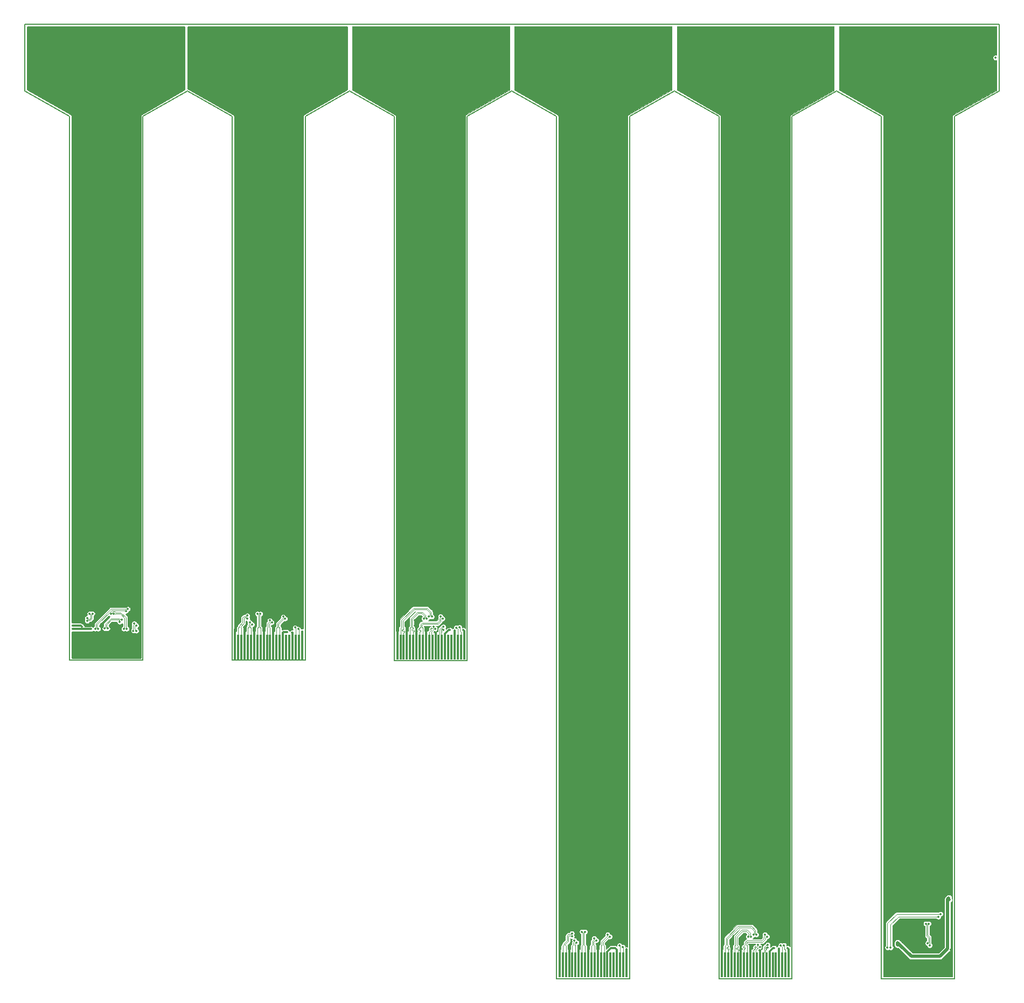
<source format=gbr>
%TF.GenerationSoftware,KiCad,Pcbnew,5.1.5+dfsg1-2~bpo10+1*%
%TF.CreationDate,2020-08-19T00:00:04+02:00*%
%TF.ProjectId,antmicro-alvium-flex-csi-adapter,616e746d-6963-4726-9f2d-616c7669756d,1.0.1*%
%TF.SameCoordinates,Original*%
%TF.FileFunction,Copper,L2,Bot*%
%TF.FilePolarity,Positive*%
%FSLAX46Y46*%
G04 Gerber Fmt 4.6, Leading zero omitted, Abs format (unit mm)*
G04 Created by KiCad (PCBNEW 5.1.5+dfsg1-2~bpo10+1) date 2020-08-19 00:00:04 commit e5c3baf*
%MOMM*%
%LPD*%
G04 APERTURE LIST*
%ADD10C,0.150000*%
%ADD11R,0.300000X4.000000*%
%ADD12C,0.350000*%
%ADD13C,0.300000*%
%ADD14C,0.100000*%
%ADD15C,0.200000*%
%ADD16C,0.500000*%
%ADD17C,0.254000*%
%ADD18C,0.150000*%
G04 APERTURE END LIST*
D10*
X285016000Y-214846000D02*
X296516000Y-214846000D01*
X303536000Y-64736000D02*
X303536000Y-75260000D01*
X278009000Y-75260000D02*
X285016000Y-79260000D01*
X296516000Y-79260000D02*
X303536000Y-75260000D01*
X285016000Y-214846000D02*
X285016000Y-79260000D01*
X296516000Y-214846000D02*
X296516000Y-79260000D01*
X168952000Y-79250000D02*
X175929000Y-75250000D01*
X150402000Y-64736000D02*
X150402000Y-75250000D01*
X157452000Y-164786000D02*
X168952000Y-164786000D01*
X157452000Y-164786000D02*
X157452000Y-79250000D01*
X168952000Y-164786000D02*
X168952000Y-79250000D01*
X150402000Y-75250000D02*
X157452000Y-79250000D01*
X233949000Y-214846000D02*
X233949000Y-79260000D01*
X252469000Y-75260000D02*
X259489000Y-79260000D01*
X270989000Y-214846000D02*
X270989000Y-79260000D01*
X259489000Y-214846000D02*
X270989000Y-214846000D01*
X259489000Y-214846000D02*
X259489000Y-79260000D01*
X270989000Y-79260000D02*
X278009000Y-75260000D01*
X226949000Y-75250000D02*
X233949000Y-79260000D01*
X233949000Y-214846000D02*
X245449000Y-214846000D01*
X245449000Y-214846000D02*
X245449000Y-79260000D01*
X245449000Y-79260000D02*
X252469000Y-75260000D01*
X208429000Y-79250000D02*
X201429000Y-75250000D01*
X219929000Y-79250000D02*
X226949000Y-75250000D01*
X208429000Y-164836000D02*
X208429000Y-79250000D01*
X219929000Y-164836000D02*
X219929000Y-79250000D01*
X208429000Y-164836000D02*
X219929000Y-164836000D01*
X194479000Y-79250000D02*
X201429000Y-75250000D01*
X175929000Y-75250000D02*
X182979000Y-79250000D01*
X194479000Y-164786000D02*
X194479000Y-79250000D01*
X182979000Y-164786000D02*
X182979000Y-79250000D01*
X182979000Y-164786000D02*
X194479000Y-164786000D01*
X150402000Y-64736000D02*
X303536000Y-64736000D01*
D11*
X270450000Y-212700000D03*
X269950000Y-212700000D03*
X269450000Y-212700000D03*
X268950000Y-212700000D03*
X268450000Y-212700000D03*
X267950000Y-212700000D03*
X267450000Y-212700000D03*
X266950000Y-212700000D03*
X266450000Y-212700000D03*
X265950000Y-212700000D03*
X265450000Y-212700000D03*
X264950000Y-212700000D03*
X264450000Y-212700000D03*
X263950000Y-212700000D03*
X263450000Y-212700000D03*
X262950000Y-212700000D03*
X262450000Y-212700000D03*
X261950000Y-212700000D03*
X261450000Y-212700000D03*
X260950000Y-212700000D03*
X260450000Y-212700000D03*
X259950000Y-212700000D03*
X244950000Y-212700000D03*
X244450000Y-212700000D03*
X243950000Y-212700000D03*
X243450000Y-212700000D03*
X242950000Y-212700000D03*
X242450000Y-212700000D03*
X241950000Y-212700000D03*
X241450000Y-212700000D03*
X240950000Y-212700000D03*
X240450000Y-212700000D03*
X239950000Y-212700000D03*
X239450000Y-212700000D03*
X238950000Y-212700000D03*
X238450000Y-212700000D03*
X237950000Y-212700000D03*
X237450000Y-212700000D03*
X236950000Y-212700000D03*
X236450000Y-212700000D03*
X235950000Y-212700000D03*
X235450000Y-212700000D03*
X234950000Y-212700000D03*
X234450000Y-212700000D03*
X219450000Y-162700000D03*
X218950000Y-162700000D03*
X218450000Y-162700000D03*
X217950000Y-162700000D03*
X217450000Y-162700000D03*
X216950000Y-162700000D03*
X216450000Y-162700000D03*
X215950000Y-162700000D03*
X215450000Y-162700000D03*
X214950000Y-162700000D03*
X214450000Y-162700000D03*
X213950000Y-162700000D03*
X213450000Y-162700000D03*
X212950000Y-162700000D03*
X212450000Y-162700000D03*
X211950000Y-162700000D03*
X211450000Y-162700000D03*
X210950000Y-162700000D03*
X210450000Y-162700000D03*
X209950000Y-162700000D03*
X209450000Y-162700000D03*
X208950000Y-162700000D03*
X193950000Y-162700000D03*
X193450000Y-162700000D03*
X192950000Y-162700000D03*
X192450000Y-162700000D03*
X191950000Y-162700000D03*
X191450000Y-162700000D03*
X190950000Y-162700000D03*
X190450000Y-162700000D03*
X189950000Y-162700000D03*
X189450000Y-162700000D03*
X188950000Y-162700000D03*
X188450000Y-162700000D03*
X187950000Y-162700000D03*
X187450000Y-162700000D03*
X186950000Y-162700000D03*
X186450000Y-162700000D03*
X185950000Y-162700000D03*
X185450000Y-162700000D03*
X184950000Y-162700000D03*
X184450000Y-162700000D03*
X183950000Y-162700000D03*
X183450000Y-162700000D03*
D12*
X189459000Y-160046000D03*
X187959000Y-160006000D03*
X186439000Y-160006000D03*
X184959000Y-159976000D03*
X187949000Y-70196000D03*
X193119000Y-69606000D03*
X194699000Y-70146000D03*
X196199000Y-69636000D03*
X197939000Y-70146000D03*
X199489000Y-69576000D03*
X200789000Y-70276000D03*
X183989000Y-70246000D03*
X182309000Y-69516000D03*
X193339000Y-83996000D03*
X193339000Y-97386000D03*
X193429000Y-110956000D03*
X193669000Y-124396000D03*
X193759000Y-135036000D03*
X193759000Y-148266000D03*
X193549000Y-157036000D03*
X199679000Y-75036000D03*
X197649000Y-76376000D03*
X195319000Y-77786000D03*
X193059000Y-75066000D03*
X189229000Y-72936000D03*
X190229000Y-72936000D03*
X191229000Y-72936000D03*
X188029000Y-72936000D03*
X188029000Y-80136000D03*
X189229000Y-80136000D03*
X190229000Y-80136000D03*
X191229000Y-80136000D03*
X187829000Y-104536000D03*
X189229000Y-104536000D03*
X190229000Y-104536000D03*
X191229000Y-104536000D03*
X188029000Y-116736000D03*
X189229000Y-116736000D03*
X190229000Y-116736000D03*
X191229000Y-116736000D03*
X188029000Y-128936000D03*
X189229000Y-128936000D03*
X190229000Y-128936000D03*
X191229000Y-128936000D03*
X188029000Y-141336000D03*
X189229000Y-141336000D03*
X190229000Y-141336000D03*
X191229000Y-141336000D03*
X188029000Y-152536000D03*
X189229000Y-152536000D03*
X190229000Y-152536000D03*
X191229000Y-152536000D03*
X187938000Y-156767600D03*
X184890000Y-156412000D03*
X186261600Y-157326400D03*
X187938000Y-89152800D03*
X189208000Y-89254400D03*
X190224000Y-89254400D03*
X191189200Y-89254400D03*
X193322800Y-89254400D03*
X181740400Y-72795200D03*
X184077200Y-75386000D03*
X184940800Y-72592000D03*
X186312400Y-73303200D03*
X186261600Y-69747200D03*
X200587200Y-72744400D03*
X193932400Y-159104400D03*
X186160000Y-152551200D03*
X186261600Y-148233200D03*
X186261600Y-134974400D03*
X186160000Y-124306400D03*
X186160000Y-110895200D03*
X186109200Y-97382400D03*
X186109200Y-89102000D03*
X186160000Y-84022000D03*
X186160000Y-78332400D03*
X185369000Y-157742000D03*
X185369000Y-158192000D03*
X185789900Y-158846900D03*
X186108100Y-159165100D03*
X186975000Y-157471212D03*
X187425000Y-157471212D03*
X188891962Y-158497967D03*
X189210162Y-158816167D03*
X190999900Y-157916900D03*
X191318100Y-158235100D03*
X193959000Y-160246000D03*
X192408400Y-160425200D03*
X191595600Y-160323600D03*
X192859000Y-159616000D03*
X193359000Y-159856000D03*
X205489000Y-69516000D03*
X206649000Y-70146000D03*
X208449000Y-69566000D03*
X209559000Y-70136000D03*
X216859000Y-69456000D03*
X214959000Y-69636000D03*
X210449000Y-160046000D03*
X211709000Y-159316000D03*
X209029000Y-159126000D03*
X213439000Y-159606000D03*
X214839000Y-160346000D03*
X218309000Y-71266000D03*
X207729000Y-71506000D03*
X203949000Y-74676000D03*
X209899000Y-74566000D03*
X209869000Y-83996000D03*
X209819000Y-97416000D03*
X209839000Y-110966000D03*
X209889000Y-124426000D03*
X209819000Y-135006000D03*
X209759000Y-148236000D03*
X209809000Y-153936000D03*
X214949000Y-156506000D03*
X212669000Y-155966000D03*
X211709000Y-153946000D03*
X211719000Y-158456000D03*
X215049000Y-153936000D03*
X212709000Y-151456000D03*
X211709000Y-141936000D03*
X212709000Y-141956000D03*
X214919000Y-141936000D03*
X211709000Y-117436000D03*
X212759000Y-117406000D03*
X214979000Y-117366000D03*
X211709000Y-103986000D03*
X212709000Y-104006000D03*
X214919000Y-104046000D03*
X211709000Y-90946000D03*
X212689000Y-90966000D03*
X214919000Y-90976000D03*
X211709000Y-79966000D03*
X212709000Y-79956000D03*
X214939000Y-79976000D03*
X212699000Y-72716000D03*
X211709000Y-72196000D03*
X205799000Y-76116000D03*
X207759000Y-77716000D03*
X213729000Y-79936000D03*
X213729000Y-90936000D03*
X213729000Y-104036000D03*
X213729000Y-117436000D03*
X213729000Y-130736000D03*
X212729000Y-130736000D03*
X211729000Y-130736000D03*
X214929000Y-130736000D03*
X213729000Y-141936000D03*
X213729000Y-149636000D03*
X215029000Y-147236000D03*
X211709000Y-156096000D03*
X210469000Y-158616000D03*
X210369000Y-156976000D03*
X218062400Y-69188400D03*
X221466000Y-69239200D03*
X216335200Y-72287200D03*
X216284400Y-156869200D03*
X217402000Y-157072400D03*
X202263600Y-69493200D03*
X202263600Y-71626800D03*
X202162000Y-73963600D03*
X209426400Y-78992800D03*
X216843200Y-148233200D03*
X216843200Y-134974400D03*
X216843200Y-124408000D03*
X216894000Y-110996800D03*
X216894000Y-97382400D03*
X216894000Y-84022000D03*
X216843200Y-75589200D03*
X214363955Y-157927041D03*
X213913955Y-157927041D03*
X213542894Y-158243805D03*
X213092894Y-158243805D03*
X215730893Y-157905148D03*
X216049093Y-158223348D03*
X214616171Y-159512935D03*
X214934371Y-159831135D03*
X216165227Y-159521895D03*
X216165227Y-159971895D03*
X217199000Y-160036000D03*
X217949000Y-160096000D03*
X219319000Y-160046000D03*
X218209000Y-159636000D03*
X218719000Y-159586000D03*
X238959000Y-210006000D03*
X235959000Y-209976000D03*
X237439000Y-210006000D03*
X240459000Y-210046000D03*
X237119000Y-69526000D03*
X238989000Y-70136000D03*
X243769000Y-69686000D03*
X244979000Y-69626000D03*
X246459000Y-69546000D03*
X247969000Y-69506000D03*
X232949000Y-69476000D03*
X235229000Y-70976000D03*
X233179000Y-72846000D03*
X235689000Y-75256000D03*
X240229000Y-71566000D03*
X241199000Y-72796000D03*
X238929000Y-75196000D03*
X240229000Y-75146000D03*
X241179000Y-75126000D03*
X242219000Y-72236000D03*
X243639000Y-73876000D03*
X251389000Y-70986000D03*
X251549000Y-74836000D03*
X248729000Y-76536000D03*
X245909000Y-78176000D03*
X244189000Y-80296000D03*
X242239000Y-75166000D03*
X238969000Y-85896000D03*
X240219000Y-85896000D03*
X241189000Y-85896000D03*
X242199000Y-85906000D03*
X244029000Y-90736000D03*
X239029000Y-97436000D03*
X240229000Y-97436000D03*
X241229000Y-97436000D03*
X242229000Y-97536000D03*
X244129000Y-103936000D03*
X239029000Y-110936000D03*
X240229000Y-110936000D03*
X241229000Y-110836000D03*
X242229000Y-110936000D03*
X244129000Y-117436000D03*
X238929000Y-124336000D03*
X240229000Y-124336000D03*
X241229000Y-124336000D03*
X242229000Y-124336000D03*
X244329000Y-133536000D03*
X239029000Y-140136000D03*
X240229000Y-140036000D03*
X241229000Y-140036000D03*
X242229000Y-139936000D03*
X244229000Y-150436000D03*
X239029000Y-159636000D03*
X240229000Y-159636000D03*
X241229000Y-159636000D03*
X242229000Y-159636000D03*
X244429000Y-167636000D03*
X238929000Y-175836000D03*
X240229000Y-175836000D03*
X241229000Y-175836000D03*
X242229000Y-175836000D03*
X244129000Y-188036000D03*
X238929000Y-195636000D03*
X240229000Y-195636000D03*
X241229000Y-195636000D03*
X242229000Y-195636000D03*
X244129000Y-201836000D03*
X244729000Y-208736000D03*
X243629000Y-206936000D03*
X241229000Y-206536000D03*
X240129000Y-206436000D03*
X242229000Y-206536000D03*
X238929000Y-206236000D03*
X243716400Y-208329600D03*
X236198000Y-206348400D03*
X237315600Y-73709600D03*
X237112400Y-201827200D03*
X237061600Y-188060400D03*
X237264800Y-167588000D03*
X237061600Y-150366800D03*
X237112400Y-133450400D03*
X237112400Y-117448400D03*
X237112400Y-103935600D03*
X237214000Y-90676800D03*
X237214000Y-80212000D03*
X236379000Y-207742000D03*
X236379000Y-208192000D03*
X236789900Y-208846900D03*
X237108100Y-209165100D03*
X237975000Y-207471212D03*
X238425000Y-207471212D03*
X239891962Y-208497967D03*
X240210162Y-208816167D03*
X241999900Y-207916900D03*
X242318100Y-208235100D03*
X244959000Y-210246000D03*
X243167301Y-210047099D03*
X242566601Y-210038199D03*
X243859000Y-209616000D03*
X244359000Y-209856000D03*
X259989000Y-69316000D03*
X261129000Y-69866000D03*
X258439000Y-69846000D03*
X256959000Y-69426000D03*
X265949000Y-69966000D03*
X267889000Y-69836000D03*
X260139000Y-209346000D03*
X261459000Y-210186000D03*
X262709000Y-209336000D03*
X264459000Y-209726000D03*
X265849000Y-210366000D03*
X262699000Y-206086000D03*
X261379000Y-206986000D03*
X261489000Y-208566000D03*
X253429000Y-69536000D03*
X253529000Y-72336000D03*
X255029000Y-75236000D03*
X257429000Y-76936000D03*
X259429000Y-77936000D03*
X260429000Y-73436000D03*
X256929000Y-72336000D03*
X272029000Y-69836000D03*
X271729000Y-71836000D03*
X269129000Y-74336000D03*
X268029000Y-74936000D03*
X265929000Y-71736000D03*
X263729000Y-74036000D03*
X262729000Y-73036000D03*
X264729000Y-73736000D03*
X260829000Y-83336000D03*
X262729000Y-89036000D03*
X263729000Y-86836000D03*
X264729000Y-84936000D03*
X266029000Y-89036000D03*
X268029000Y-83336000D03*
X260829000Y-95436000D03*
X267929000Y-95336000D03*
X262729000Y-102736000D03*
X263729000Y-99636000D03*
X264629000Y-102736000D03*
X266029000Y-99636000D03*
X260829000Y-110136000D03*
X262729000Y-117136000D03*
X263729000Y-121136000D03*
X264729000Y-117136000D03*
X265929000Y-121136000D03*
X268029000Y-110136000D03*
X268129000Y-127836000D03*
X260829000Y-128036000D03*
X262729000Y-133036000D03*
X263729000Y-137936000D03*
X264729000Y-133036000D03*
X265929000Y-138036000D03*
X260829000Y-144036000D03*
X268129000Y-144036000D03*
X264729000Y-148736000D03*
X263729000Y-152336000D03*
X262729000Y-148736000D03*
X266029000Y-152336000D03*
X260829000Y-161736000D03*
X267929000Y-161736000D03*
X262729000Y-168336000D03*
X263729000Y-173636000D03*
X264629000Y-168436000D03*
X265929000Y-173636000D03*
X260829000Y-180136000D03*
X267929000Y-180036000D03*
X262729000Y-185536000D03*
X263729000Y-189636000D03*
X264729000Y-185536000D03*
X265929000Y-189636000D03*
X260829000Y-196436000D03*
X267929000Y-196436000D03*
X262729000Y-199436000D03*
X263729000Y-202636000D03*
X265929000Y-199436000D03*
X264729000Y-201236000D03*
X264729000Y-205936000D03*
X265929000Y-206336000D03*
X267929000Y-200736000D03*
X260829000Y-200736000D03*
X260829000Y-204536000D03*
X267929000Y-204436000D03*
X268913200Y-208278800D03*
X267998800Y-191362400D03*
X268151200Y-185520400D03*
X268049600Y-151636800D03*
X267948000Y-171956800D03*
X268049600Y-117753200D03*
X268100400Y-135736400D03*
X268049600Y-102716400D03*
X265363955Y-207927041D03*
X264913955Y-207927041D03*
X264542894Y-208243805D03*
X264092894Y-208243805D03*
X266730893Y-207905148D03*
X267049093Y-208223348D03*
X265616171Y-209512935D03*
X265934371Y-209831135D03*
X267165227Y-209521895D03*
X267165227Y-209971895D03*
X268199000Y-210036000D03*
X270319000Y-210046000D03*
X268949000Y-210096000D03*
X269209000Y-209636000D03*
X269719000Y-209586000D03*
X282486000Y-69426000D03*
X291476000Y-69966000D03*
X293416000Y-69836000D03*
X283966000Y-69846000D03*
X286656000Y-69866000D03*
X285516000Y-69316000D03*
X289982500Y-210133000D03*
X291506500Y-210133000D03*
X292967000Y-210196500D03*
X294554500Y-210196500D03*
X288268000Y-205624500D03*
X289220500Y-205624500D03*
X290173000Y-205624500D03*
X291506500Y-205688000D03*
X293094000Y-205688000D03*
X288204500Y-198766500D03*
X289220500Y-198830000D03*
X290236500Y-198766500D03*
X291506500Y-198766500D03*
X293221000Y-198766500D03*
X286172500Y-202449500D03*
X286172500Y-195274000D03*
X286109000Y-186892000D03*
X288204500Y-189622500D03*
X289220500Y-189622500D03*
X290236500Y-189622500D03*
X291506500Y-189622500D03*
X293157500Y-189622500D03*
X286236000Y-178891000D03*
X288204500Y-178827500D03*
X289220500Y-178827500D03*
X290236500Y-178827500D03*
X291443000Y-178827500D03*
X293157500Y-178827500D03*
X286045500Y-169620000D03*
X288204500Y-168477000D03*
X289220500Y-168477000D03*
X290236500Y-168477000D03*
X291506500Y-168477000D03*
X293157500Y-168477000D03*
X286236000Y-159650500D03*
X288204500Y-160412500D03*
X289220500Y-160412500D03*
X290236500Y-160412500D03*
X291506500Y-160412500D03*
X293030500Y-160412500D03*
X286426500Y-151395500D03*
X289220500Y-150951000D03*
X288204500Y-150951000D03*
X290236500Y-150951000D03*
X291443000Y-150951000D03*
X293221000Y-150951000D03*
X286045500Y-140981500D03*
X288268000Y-140854500D03*
X289220500Y-140854500D03*
X290236500Y-140854500D03*
X291506500Y-140854500D03*
X293221000Y-140854500D03*
X286109000Y-130821500D03*
X288204500Y-130758000D03*
X289220500Y-130758000D03*
X290236500Y-130758000D03*
X291379500Y-130758000D03*
X293221000Y-130758000D03*
X286045500Y-115899000D03*
X288204500Y-115899000D03*
X289220500Y-115899000D03*
X290236500Y-115899000D03*
X291443000Y-115899000D03*
X293157500Y-115899000D03*
X285982000Y-101992500D03*
X288268000Y-101992500D03*
X289220500Y-101992500D03*
X290236500Y-101992500D03*
X291570000Y-101992500D03*
X293157500Y-101992500D03*
X285982000Y-89038500D03*
X289220500Y-88975000D03*
X290236500Y-89038500D03*
X293094000Y-88975000D03*
X285918500Y-79323000D03*
X288204500Y-79323000D03*
X289220500Y-79323000D03*
X290236500Y-79323000D03*
X291570000Y-79323000D03*
X293094000Y-79323000D03*
X294554500Y-69353500D03*
X297031000Y-69353500D03*
X293729000Y-75132000D03*
X296904000Y-71830000D03*
X279124000Y-69480500D03*
X278997000Y-73862000D03*
X281981500Y-76846500D03*
X286998000Y-73544500D03*
X288204500Y-70115500D03*
X289284000Y-70115500D03*
X290236500Y-70115500D03*
X295951500Y-210260000D03*
X290198400Y-72338000D03*
X288268000Y-74166800D03*
X285524800Y-208990000D03*
X287404400Y-208431200D03*
X289131600Y-208228000D03*
X289944400Y-209244000D03*
X294364000Y-207770800D03*
X292452000Y-206196000D03*
X292618100Y-209593600D03*
X292002000Y-206196000D03*
X292299900Y-209275400D03*
X295634000Y-202132000D03*
X302977000Y-70011500D03*
X287569500Y-209180500D03*
X287550001Y-209517499D03*
X287823500Y-209371000D03*
X295426499Y-202339501D03*
X295426499Y-202657001D03*
X295761000Y-202449500D03*
X293983000Y-205116500D03*
X286490000Y-209942500D03*
X285982000Y-209942500D03*
X294308000Y-204672000D03*
X156782000Y-69516000D03*
X166919500Y-160349000D03*
X165395500Y-160349000D03*
X163871500Y-160285500D03*
X162411000Y-73862000D03*
X163681000Y-73862000D03*
X164633500Y-73862000D03*
X165649500Y-73862000D03*
X156315000Y-72782500D03*
X158220000Y-74497000D03*
X168423000Y-69615000D03*
X169923000Y-69547000D03*
X171423000Y-69739500D03*
X173777500Y-69417000D03*
X175174500Y-70306000D03*
X174793500Y-74687500D03*
X172126500Y-76338500D03*
X170031000Y-77481500D03*
X168189500Y-78815000D03*
X168761000Y-73354000D03*
X171047000Y-72401500D03*
X162411000Y-81037500D03*
X163617500Y-81037500D03*
X164697000Y-81037500D03*
X165713000Y-81101000D03*
X167872000Y-84974500D03*
X167808500Y-96595000D03*
X162411000Y-90943500D03*
X163681000Y-90880000D03*
X164633500Y-90880000D03*
X165713000Y-90880000D03*
X162411000Y-101865500D03*
X163681000Y-101865500D03*
X164697000Y-101865500D03*
X165713000Y-101865500D03*
X167808500Y-107390000D03*
X162347500Y-114248000D03*
X163681000Y-114248000D03*
X164697000Y-114248000D03*
X165713000Y-114248000D03*
X167872000Y-116280000D03*
X162411000Y-122503000D03*
X163681000Y-122503000D03*
X164697000Y-122503000D03*
X165649500Y-122503000D03*
X167808500Y-125360500D03*
X167745000Y-135203000D03*
X162411000Y-130821500D03*
X163681000Y-130821500D03*
X164697000Y-130821500D03*
X165713000Y-130821500D03*
X162347500Y-140219500D03*
X163681000Y-140219500D03*
X164697000Y-140219500D03*
X165713000Y-140219500D03*
X168189500Y-146252000D03*
X167999000Y-155142000D03*
X162411000Y-149173000D03*
X163681000Y-149173000D03*
X164697000Y-149173000D03*
X165713000Y-149173000D03*
X162411000Y-155650000D03*
X163681000Y-155459500D03*
X164697000Y-155396000D03*
X165713000Y-155523000D03*
X168126000Y-157682000D03*
X162411000Y-159079000D03*
X160252000Y-159269500D03*
X162423000Y-69913000D03*
X159337600Y-158596400D03*
X159947200Y-155853200D03*
X161064800Y-155904000D03*
X161014000Y-76046400D03*
X162334800Y-75995600D03*
X159642400Y-76249600D03*
X160923000Y-69385000D03*
X160252000Y-70763200D03*
X159286800Y-69340800D03*
X159083600Y-72033200D03*
X156086400Y-71017200D03*
X175187200Y-72642800D03*
X168430800Y-160018800D03*
X160658400Y-146252000D03*
X160607600Y-135177600D03*
X160658400Y-125322400D03*
X160607600Y-116330800D03*
X160607600Y-107390000D03*
X160658400Y-96620400D03*
X160607600Y-84987200D03*
X167898000Y-160148498D03*
X167904100Y-159301600D03*
X167448000Y-160148498D03*
X167585900Y-158983400D03*
X166398000Y-159841000D03*
X163948000Y-157464490D03*
X165948000Y-159841000D03*
X164398000Y-157464490D03*
X160188500Y-158155500D03*
X160577165Y-157421875D03*
X160188500Y-158605500D03*
X161027165Y-157421875D03*
X163398000Y-159777500D03*
X165299900Y-158730100D03*
X162948000Y-159777500D03*
X165618100Y-158411900D03*
X161898000Y-159841000D03*
X166276885Y-157036306D03*
X161448000Y-159841000D03*
X166595085Y-156718106D03*
X160810800Y-159866400D03*
X159337600Y-159460000D03*
X157923000Y-159858600D03*
X157915200Y-159307600D03*
D13*
X189450000Y-162700000D02*
X189450000Y-160055000D01*
X189450000Y-160055000D02*
X189459000Y-160046000D01*
X187950000Y-162700000D02*
X187950000Y-160015000D01*
X187950000Y-160015000D02*
X187959000Y-160006000D01*
X186450000Y-162700000D02*
X186450000Y-160017000D01*
X186450000Y-160017000D02*
X186439000Y-160006000D01*
X184950000Y-162700000D02*
X184950000Y-159985000D01*
X184950000Y-159985000D02*
X184959000Y-159976000D01*
X183450000Y-162700000D02*
X183450000Y-159905000D01*
D14*
X185369000Y-157742000D02*
X185244000Y-157867000D01*
X185244000Y-157867000D02*
X184846578Y-157867000D01*
X184846578Y-157867000D02*
X184629000Y-158084578D01*
X184629000Y-158084578D02*
X184629000Y-158854578D01*
X184100000Y-159383578D02*
X184100000Y-159549999D01*
X184629000Y-158854578D02*
X184100000Y-159383578D01*
X184100000Y-159549999D02*
X183950000Y-159699999D01*
X183950000Y-159699999D02*
X183950000Y-162700000D01*
X185369000Y-158192000D02*
X185244000Y-158067000D01*
X185244000Y-158067000D02*
X184929422Y-158067000D01*
X184929422Y-158067000D02*
X184829000Y-158167422D01*
X184829000Y-158167422D02*
X184829000Y-158937422D01*
X184450000Y-159699999D02*
X184450000Y-162700000D01*
X184829000Y-158937422D02*
X184300000Y-159466422D01*
X184300000Y-159549999D02*
X184450000Y-159699999D01*
X184300000Y-159466422D02*
X184300000Y-159549999D01*
X185450000Y-162700000D02*
X185450000Y-159699999D01*
X185450000Y-159699999D02*
X185600000Y-159549999D01*
X185600000Y-159549999D02*
X185600000Y-159213578D01*
X185789900Y-159023678D02*
X185789900Y-158846900D01*
X185600000Y-159213578D02*
X185789900Y-159023678D01*
X185950000Y-159699999D02*
X185800000Y-159549999D01*
X185950000Y-162700000D02*
X185950000Y-159699999D01*
X185931322Y-159165100D02*
X186108100Y-159165100D01*
X185800000Y-159296422D02*
X185931322Y-159165100D01*
X185800000Y-159549999D02*
X185800000Y-159296422D01*
X186950000Y-159699999D02*
X187100000Y-159549999D01*
X186950000Y-162700000D02*
X186950000Y-159699999D01*
X187100000Y-157596212D02*
X186975000Y-157471212D01*
X187100000Y-159549999D02*
X187100000Y-157596212D01*
X187300000Y-157596212D02*
X187425000Y-157471212D01*
X187300000Y-159549999D02*
X187300000Y-157596212D01*
X187450000Y-162700000D02*
X187450000Y-159699999D01*
X187450000Y-159699999D02*
X187300000Y-159549999D01*
X188450000Y-162800000D02*
X188450000Y-160950000D01*
X188600000Y-159549999D02*
X188600000Y-158966707D01*
X188891962Y-158674745D02*
X188891962Y-158497967D01*
X188450000Y-162700000D02*
X188450000Y-159699999D01*
X188600000Y-158966707D02*
X188891962Y-158674745D01*
X188450000Y-159699999D02*
X188600000Y-159549999D01*
X188950000Y-162800000D02*
X188950000Y-160950000D01*
X189033384Y-158816167D02*
X189210162Y-158816167D01*
X188950000Y-162700000D02*
X188950000Y-159699999D01*
X188800000Y-159049551D02*
X189033384Y-158816167D01*
X188950000Y-159699999D02*
X188800000Y-159549999D01*
X188800000Y-159549999D02*
X188800000Y-159049551D01*
X189950000Y-162800000D02*
X189950000Y-160950000D01*
X189950000Y-162700000D02*
X189950000Y-159699999D01*
X189950000Y-159699999D02*
X190100000Y-159549999D01*
X190100000Y-158993578D02*
X190999900Y-158093678D01*
X190100000Y-159549999D02*
X190100000Y-158993578D01*
X190999900Y-158093678D02*
X190999900Y-157916900D01*
X190450000Y-162800000D02*
X190450000Y-160950000D01*
X190450000Y-162700000D02*
X190450000Y-159699999D01*
X190450000Y-159699999D02*
X190300000Y-159549999D01*
X191141322Y-158235100D02*
X191318100Y-158235100D01*
X190300000Y-159549999D02*
X190300000Y-159076422D01*
X190300000Y-159076422D02*
X191141322Y-158235100D01*
D13*
X193950000Y-160255000D02*
X193959000Y-160246000D01*
X193950000Y-162700000D02*
X193950000Y-160255000D01*
D15*
X191221400Y-160323600D02*
X191595600Y-160323600D01*
D13*
X190950000Y-160400000D02*
X190950000Y-162700000D01*
X191026400Y-160323600D02*
X190950000Y-160400000D01*
X191595600Y-160323600D02*
X191026400Y-160323600D01*
X192450000Y-160466800D02*
X192408400Y-160425200D01*
X192450000Y-162700000D02*
X192450000Y-160466800D01*
D14*
X192950000Y-160950000D02*
X192950000Y-162800000D01*
X192950000Y-162700000D02*
X192950000Y-159707000D01*
X192950000Y-159707000D02*
X192859000Y-159616000D01*
X193450000Y-160950000D02*
X193450000Y-162800000D01*
X193450000Y-162700000D02*
X193450000Y-159947000D01*
X193450000Y-159947000D02*
X193359000Y-159856000D01*
D13*
X210450000Y-162700000D02*
X210450000Y-160047000D01*
X210450000Y-160047000D02*
X210449000Y-160046000D01*
X211950000Y-162700000D02*
X211950000Y-159557000D01*
X211950000Y-159557000D02*
X211709000Y-159316000D01*
X208950000Y-162700000D02*
X208950000Y-159205000D01*
X208950000Y-159205000D02*
X209029000Y-159126000D01*
X213450000Y-162700000D02*
X213450000Y-159617000D01*
X213450000Y-159617000D02*
X213439000Y-159606000D01*
X214950000Y-162700000D02*
X214950000Y-160457000D01*
X214950000Y-160457000D02*
X214839000Y-160346000D01*
D15*
X214839000Y-160346000D02*
X215089000Y-160346000D01*
X215089000Y-160346000D02*
X215339000Y-160096000D01*
X215339000Y-160096000D02*
X215339000Y-159576000D01*
D14*
X214238955Y-157214533D02*
X214238955Y-157802041D01*
X209450000Y-162700000D02*
X209450000Y-159699999D01*
X209450000Y-159699999D02*
X209600000Y-159549999D01*
X211507578Y-156586000D02*
X213610422Y-156586000D01*
X214238955Y-157802041D02*
X214363955Y-157927041D01*
X209600000Y-159549999D02*
X209600000Y-158493578D01*
X209600000Y-158493578D02*
X211507578Y-156586000D01*
X213610422Y-156586000D02*
X214238955Y-157214533D01*
X209950000Y-161753984D02*
X209950000Y-162700000D01*
X209951940Y-160417130D02*
X209950000Y-160434340D01*
X210010131Y-160358939D02*
X209993784Y-160364659D01*
X210044550Y-160355060D02*
X210010131Y-160358939D01*
X210097021Y-160313216D02*
X210087807Y-160327880D01*
X210102741Y-160296869D02*
X210097021Y-160313216D01*
X210104680Y-160279660D02*
X210102741Y-160296869D01*
X210104680Y-160234340D02*
X210104680Y-160279660D01*
X210102741Y-160217130D02*
X210104680Y-160234340D01*
X210097021Y-160200783D02*
X210102741Y-160217130D01*
X209872252Y-159954492D02*
X209850000Y-159957000D01*
X209912348Y-159935183D02*
X209893388Y-159947096D01*
X209940096Y-159900388D02*
X209928183Y-159919348D01*
X209979120Y-160373873D02*
X209966874Y-160386119D01*
X209947492Y-159879252D02*
X209940096Y-159900388D01*
X209950000Y-159857000D02*
X209947492Y-159879252D01*
X209732971Y-159978816D02*
X209717136Y-159994651D01*
X209950000Y-160434340D02*
X209950000Y-161753984D01*
X213913955Y-157927041D02*
X214038955Y-157802041D01*
X210060897Y-160349340D02*
X210044550Y-160355060D01*
X209928183Y-159919348D02*
X209912348Y-159935183D01*
X209957660Y-160400783D02*
X209951940Y-160417130D01*
X209697827Y-160034747D02*
X209695320Y-160057000D01*
X209773067Y-160154492D02*
X209795320Y-160157000D01*
X213527578Y-156786000D02*
X211590422Y-156786000D01*
X209751931Y-160147096D02*
X209773067Y-160154492D01*
X209993784Y-160364659D02*
X209979120Y-160373873D01*
X211590422Y-156786000D02*
X209800000Y-158576422D01*
X209800000Y-159549999D02*
X209950000Y-159699999D01*
X209705223Y-160013611D02*
X209697827Y-160034747D01*
X214038955Y-157802041D02*
X214038955Y-157297377D01*
X209795320Y-160157000D02*
X210027340Y-160157000D01*
X209800000Y-158576422D02*
X209800000Y-159549999D01*
X209795320Y-159957000D02*
X209773067Y-159959507D01*
X210075561Y-160340126D02*
X210060897Y-160349340D01*
X209773067Y-159959507D02*
X209751931Y-159966903D01*
X209717136Y-159994651D02*
X209705223Y-160013611D01*
X210060897Y-160164659D02*
X210075561Y-160173873D01*
X209751931Y-159966903D02*
X209732971Y-159978816D01*
X209966874Y-160386119D02*
X209957660Y-160400783D01*
X209695320Y-160057000D02*
X209697827Y-160079252D01*
X209950000Y-159699999D02*
X209950000Y-159857000D01*
X209717136Y-160119348D02*
X209732971Y-160135183D01*
X210087807Y-160327880D02*
X210075561Y-160340126D01*
X209697827Y-160079252D02*
X209705223Y-160100388D01*
X209705223Y-160100388D02*
X209717136Y-160119348D01*
X209732971Y-160135183D02*
X209751931Y-160147096D01*
X214038955Y-157297377D02*
X213527578Y-156786000D01*
X210027340Y-160157000D02*
X210044550Y-160158939D01*
X210044550Y-160158939D02*
X210060897Y-160164659D01*
X209850000Y-159957000D02*
X209795320Y-159957000D01*
X210075561Y-160173873D02*
X210087807Y-160186119D01*
X209893388Y-159947096D02*
X209872252Y-159954492D01*
X210087807Y-160186119D02*
X210097021Y-160200783D01*
X213417894Y-157713472D02*
X213417894Y-158118805D01*
X212107578Y-157186000D02*
X212890422Y-157186000D01*
X213417894Y-158118805D02*
X213542894Y-158243805D01*
X211100000Y-159549999D02*
X211100000Y-158193578D01*
X210950000Y-159699999D02*
X211100000Y-159549999D01*
X210950000Y-162700000D02*
X210950000Y-159699999D01*
X212890422Y-157186000D02*
X213417894Y-157713472D01*
X211100000Y-158193578D02*
X212107578Y-157186000D01*
X211450000Y-162104553D02*
X211450000Y-162700000D01*
X211450000Y-160347888D02*
X211450000Y-162104553D01*
X211452279Y-160327663D02*
X211450000Y-160347888D01*
X211459001Y-160308453D02*
X211452279Y-160327663D01*
X211484221Y-160276828D02*
X211469829Y-160291220D01*
X211501454Y-160266000D02*
X211484221Y-160276828D01*
X211520664Y-160259278D02*
X211501454Y-160266000D01*
X211561113Y-160254721D02*
X211520664Y-160259278D01*
X211597556Y-160237171D02*
X211580323Y-160247999D01*
X211611948Y-160222779D02*
X211597556Y-160237171D01*
X211622776Y-160205546D02*
X211611948Y-160222779D01*
X211629498Y-160186336D02*
X211622776Y-160205546D01*
X211631776Y-160147888D02*
X211631776Y-160166112D01*
X211629498Y-160127663D02*
X211631776Y-160147888D01*
X211622776Y-160108453D02*
X211629498Y-160127663D01*
X211350000Y-159857000D02*
X211268224Y-159857000D01*
X211469829Y-160291220D02*
X211459001Y-160308453D01*
X211440096Y-159800388D02*
X211428183Y-159819348D01*
X211268224Y-159857000D02*
X211245971Y-159859507D01*
X211245971Y-160054492D02*
X211268224Y-160057000D01*
X211428183Y-159819348D02*
X211412348Y-159835183D01*
X211268224Y-160057000D02*
X211540888Y-160057000D01*
X211372252Y-159854492D02*
X211350000Y-159857000D01*
X211447492Y-159779252D02*
X211440096Y-159800388D01*
X211450000Y-159757000D02*
X211447492Y-159779252D01*
X211631776Y-160166112D02*
X211629498Y-160186336D01*
X211393388Y-159847096D02*
X211372252Y-159854492D01*
X213217894Y-158118805D02*
X213217894Y-157796316D01*
X211170731Y-159934747D02*
X211168224Y-159957000D01*
X213217894Y-157796316D02*
X212807578Y-157386000D01*
X211300000Y-159549999D02*
X211450000Y-159699999D01*
X211450000Y-159699999D02*
X211450000Y-159757000D01*
X211597556Y-160076828D02*
X211611948Y-160091220D01*
X212807578Y-157386000D02*
X212190422Y-157386000D01*
X211412348Y-159835183D02*
X211393388Y-159847096D01*
X212190422Y-157386000D02*
X211300000Y-158276422D01*
X211611948Y-160091220D02*
X211622776Y-160108453D01*
X211300000Y-158276422D02*
X211300000Y-159549999D01*
X211178127Y-160000388D02*
X211190040Y-160019348D01*
X211245971Y-159859507D02*
X211224835Y-159866903D01*
X211224835Y-159866903D02*
X211205875Y-159878816D01*
X211205875Y-159878816D02*
X211190040Y-159894651D01*
X211178127Y-159913611D02*
X211170731Y-159934747D01*
X211580323Y-160247999D02*
X211561113Y-160254721D01*
X211168224Y-159957000D02*
X211170731Y-159979252D01*
X211190040Y-159894651D02*
X211178127Y-159913611D01*
X213092894Y-158243805D02*
X213217894Y-158118805D01*
X211190040Y-160019348D02*
X211205875Y-160035183D01*
X211170731Y-159979252D02*
X211178127Y-160000388D01*
X211205875Y-160035183D02*
X211224835Y-160047096D01*
X211224835Y-160047096D02*
X211245971Y-160054492D01*
X211540888Y-160057000D02*
X211561113Y-160059278D01*
X211561113Y-160059278D02*
X211580323Y-160066000D01*
X211580323Y-160066000D02*
X211597556Y-160076828D01*
X212450000Y-162800000D02*
X212450000Y-160950000D01*
X212450000Y-161926447D02*
X212450000Y-162700000D01*
X212456573Y-160312568D02*
X212451664Y-160326595D01*
X212464479Y-160299985D02*
X212456573Y-160312568D01*
X212474987Y-160289477D02*
X212464479Y-160299985D01*
X212487570Y-160281571D02*
X212474987Y-160289477D01*
X212501597Y-160276662D02*
X212487570Y-160281571D01*
X212531133Y-160273335D02*
X212501597Y-160276662D01*
X212545160Y-160268426D02*
X212531133Y-160273335D01*
X212557743Y-160260520D02*
X212545160Y-160268426D01*
X212568251Y-160250012D02*
X212557743Y-160260520D01*
X212581066Y-160223402D02*
X212576157Y-160237429D01*
X212582729Y-160091363D02*
X212582729Y-160208635D01*
X212576157Y-160062568D02*
X212581066Y-160076595D01*
X212425013Y-159751884D02*
X212412430Y-159759790D01*
X212368867Y-159768026D02*
X212354840Y-159772935D01*
X212317271Y-159949999D02*
X212318934Y-159964766D01*
X212398403Y-159764699D02*
X212368867Y-159768026D01*
X212435521Y-159741376D02*
X212425013Y-159751884D01*
X212443427Y-159728793D02*
X212435521Y-159741376D01*
X212450000Y-159699999D02*
X212448336Y-159714766D01*
X212600000Y-159549999D02*
X212450000Y-159699999D01*
X212450000Y-160341363D02*
X212450000Y-161926447D01*
X215730893Y-157905148D02*
X215730893Y-158081926D01*
X212448336Y-159714766D02*
X212443427Y-159728793D01*
X215589000Y-158223819D02*
X215589000Y-158524578D01*
X212568251Y-160049985D02*
X212576157Y-160062568D01*
X215589000Y-158524578D02*
X215227578Y-158886000D01*
X212354840Y-160009790D02*
X212368867Y-160014699D01*
X212412430Y-159759790D02*
X212398403Y-159764699D01*
X212545160Y-160031571D02*
X212557743Y-160039477D01*
X212581066Y-160076595D02*
X212582729Y-160091363D01*
X215227578Y-158886000D02*
X212877578Y-158886000D01*
X212877578Y-158886000D02*
X212600000Y-159163578D01*
X212600000Y-159163578D02*
X212600000Y-159549999D01*
X212342257Y-160001884D02*
X212354840Y-160009790D01*
X212354840Y-159772935D02*
X212342257Y-159780841D01*
X212342257Y-159780841D02*
X212331749Y-159791349D01*
X212323843Y-159978793D02*
X212331749Y-159991376D01*
X212557743Y-160039477D02*
X212568251Y-160049985D01*
X212576157Y-160237429D02*
X212568251Y-160250012D01*
X212323843Y-159803932D02*
X212318934Y-159817959D01*
X212531133Y-160026662D02*
X212545160Y-160031571D01*
X212451664Y-160326595D02*
X212450000Y-160341363D01*
X212318934Y-159817959D02*
X212317271Y-159832727D01*
X212317271Y-159832727D02*
X212317271Y-159949999D01*
X212450000Y-160016363D02*
X212450000Y-160024999D01*
X212582729Y-160208635D02*
X212581066Y-160223402D01*
X215730893Y-158081926D02*
X215589000Y-158223819D01*
X212318934Y-159964766D02*
X212323843Y-159978793D01*
X212368867Y-160014699D02*
X212383636Y-160016363D01*
X212331749Y-159791349D02*
X212323843Y-159803932D01*
X212383636Y-160016363D02*
X212450000Y-160016363D01*
X212450000Y-160024999D02*
X212516365Y-160024999D01*
X212331749Y-159991376D02*
X212342257Y-160001884D01*
X212516365Y-160024999D02*
X212531133Y-160026662D01*
X212950000Y-162800000D02*
X212950000Y-160950000D01*
X212950000Y-159699999D02*
X212800000Y-159549999D01*
X212950000Y-162700000D02*
X212950000Y-159699999D01*
X212800000Y-159549999D02*
X212800000Y-159246422D01*
X212800000Y-159246422D02*
X212960422Y-159086000D01*
X212960422Y-159086000D02*
X215310422Y-159086000D01*
X215310422Y-159086000D02*
X215789000Y-158607422D01*
X215789000Y-158306663D02*
X215872315Y-158223348D01*
X215872315Y-158223348D02*
X216049093Y-158223348D01*
X215789000Y-158607422D02*
X215789000Y-158306663D01*
X213950000Y-160950000D02*
X213950000Y-162800000D01*
X213950000Y-161628538D02*
X213950000Y-162700000D01*
X214089824Y-160216060D02*
X213950000Y-160355884D01*
X214225485Y-160062890D02*
X214213340Y-160088109D01*
X214231713Y-160035601D02*
X214225485Y-160062890D01*
X214213340Y-159955101D02*
X214225485Y-159980320D01*
X214195888Y-159933217D02*
X214213340Y-159955101D01*
X214159723Y-159892621D02*
X214177176Y-159914505D01*
X214147578Y-159867402D02*
X214159723Y-159892621D01*
X214141350Y-159840112D02*
X214147578Y-159867402D01*
X214213340Y-160088109D02*
X214195888Y-160109995D01*
X214141350Y-159812121D02*
X214141350Y-159840112D01*
X214177176Y-159737729D02*
X214159723Y-159759613D01*
X214199060Y-159720277D02*
X214177176Y-159737729D01*
X213950000Y-160355884D02*
X213950000Y-161628538D01*
X214195888Y-160109995D02*
X214089824Y-160216060D01*
X214475049Y-159792267D02*
X214447058Y-159792267D01*
X214502338Y-159786039D02*
X214475049Y-159792267D01*
X214549442Y-159756442D02*
X214527557Y-159773894D01*
X214231713Y-160007609D02*
X214231713Y-160035601D01*
X214224279Y-159708132D02*
X214199060Y-159720277D01*
X214177176Y-159914505D02*
X214195888Y-159933217D01*
X214419768Y-159786039D02*
X214394549Y-159773894D01*
X214147578Y-159784832D02*
X214141350Y-159812121D01*
X214447058Y-159792267D02*
X214419768Y-159786039D01*
X214616171Y-159689713D02*
X214549442Y-159756442D01*
X214225485Y-159980320D02*
X214231713Y-160007609D01*
X214394549Y-159773894D02*
X214372665Y-159756442D01*
X214353952Y-159737729D02*
X214332068Y-159720277D01*
X214527557Y-159773894D02*
X214502338Y-159786039D01*
X214372665Y-159756442D02*
X214353952Y-159737729D01*
X214159723Y-159759613D02*
X214147578Y-159784832D01*
X214306849Y-159708132D02*
X214279560Y-159701904D01*
X214616171Y-159512935D02*
X214616171Y-159689713D01*
X214332068Y-159720277D02*
X214306849Y-159708132D01*
X214279560Y-159701904D02*
X214251568Y-159701904D01*
X214251568Y-159701904D02*
X214224279Y-159708132D01*
X214450000Y-160950000D02*
X214450000Y-162800000D01*
X214300000Y-160700000D02*
X214300000Y-160288728D01*
X214450000Y-160850000D02*
X214300000Y-160700000D01*
X214450000Y-162700000D02*
X214450000Y-160850000D01*
X214300000Y-160288728D02*
X214757593Y-159831135D01*
X214757593Y-159831135D02*
X214934371Y-159831135D01*
X215450000Y-162800000D02*
X215450000Y-160950000D01*
X216165227Y-159521895D02*
X216040227Y-159646895D01*
X216040227Y-159646895D02*
X215856683Y-159646895D01*
X215600000Y-159903578D02*
X215600000Y-160700000D01*
X215856683Y-159646895D02*
X215600000Y-159903578D01*
X215600000Y-160700000D02*
X215450000Y-160850000D01*
X215450000Y-160850000D02*
X215450000Y-162700000D01*
X215950000Y-162800000D02*
X215950000Y-160950000D01*
X215950000Y-160850000D02*
X215950000Y-162512612D01*
X215801848Y-160395969D02*
X215800000Y-160412366D01*
X215807297Y-160380396D02*
X215801848Y-160395969D01*
X215816076Y-160366425D02*
X215807297Y-160380396D01*
X215857287Y-160340530D02*
X215841714Y-160345979D01*
X215931292Y-160310940D02*
X215919625Y-160322607D01*
X215940071Y-160296969D02*
X215931292Y-160310940D01*
X215945520Y-160281396D02*
X215940071Y-160296969D01*
X215947367Y-160212366D02*
X215947367Y-160265000D01*
X215950000Y-162512612D02*
X215950000Y-162700000D01*
X215800000Y-160700000D02*
X215950000Y-160850000D01*
X215945520Y-160195969D02*
X215947367Y-160212366D01*
X215800000Y-160065000D02*
X215801848Y-160081396D01*
X215890081Y-160336835D02*
X215857287Y-160340530D01*
X216165227Y-159971895D02*
X216040227Y-159846895D01*
X215800000Y-160412366D02*
X215800000Y-160700000D01*
X215931292Y-160166425D02*
X215940071Y-160180396D01*
X215800000Y-159986422D02*
X215800000Y-160065000D01*
X215939527Y-159846895D02*
X215800000Y-159986422D01*
X215919625Y-160322607D02*
X215905654Y-160331386D01*
X216040227Y-159846895D02*
X215939527Y-159846895D01*
X215947367Y-160265000D02*
X215945520Y-160281396D01*
X215857287Y-160136835D02*
X215890081Y-160140530D01*
X215905654Y-160331386D02*
X215890081Y-160336835D01*
X215816076Y-160110940D02*
X215827743Y-160122607D01*
X215801848Y-160081396D02*
X215807297Y-160096969D01*
X215807297Y-160096969D02*
X215816076Y-160110940D01*
X215890081Y-160140530D02*
X215905654Y-160145979D01*
X215827743Y-160122607D02*
X215841714Y-160131386D01*
X215841714Y-160345979D02*
X215827743Y-160354758D01*
X215841714Y-160131386D02*
X215857287Y-160136835D01*
X215905654Y-160145979D02*
X215919625Y-160154758D01*
X215919625Y-160154758D02*
X215931292Y-160166425D01*
X215827743Y-160354758D02*
X215816076Y-160366425D01*
X215940071Y-160180396D02*
X215945520Y-160195969D01*
D13*
X216450000Y-162700000D02*
X216450000Y-160585000D01*
X216450000Y-160585000D02*
X216999000Y-160036000D01*
X216999000Y-160036000D02*
X217199000Y-160036000D01*
X217950000Y-162700000D02*
X217950000Y-160097000D01*
X217950000Y-160097000D02*
X217949000Y-160096000D01*
X219450000Y-162700000D02*
X219450000Y-160177000D01*
X219450000Y-160177000D02*
X219319000Y-160046000D01*
D14*
X218450000Y-162800000D02*
X218450000Y-160950000D01*
X218450000Y-162700000D02*
X218450000Y-159877000D01*
X218450000Y-159877000D02*
X218209000Y-159636000D01*
X218950000Y-162800000D02*
X218950000Y-160950000D01*
X218950000Y-162700000D02*
X218950000Y-160327000D01*
X218950000Y-160327000D02*
X218809000Y-160186000D01*
X218809000Y-160186000D02*
X218809000Y-159676000D01*
X218809000Y-159676000D02*
X218719000Y-159586000D01*
D13*
X237450000Y-212700000D02*
X237450000Y-210017000D01*
X234450000Y-212700000D02*
X234450000Y-209905000D01*
X237450000Y-210017000D02*
X237439000Y-210006000D01*
X238950000Y-212700000D02*
X238950000Y-210015000D01*
X235950000Y-212700000D02*
X235950000Y-209985000D01*
X238950000Y-210015000D02*
X238959000Y-210006000D01*
X240450000Y-210055000D02*
X240459000Y-210046000D01*
X240450000Y-212700000D02*
X240450000Y-210055000D01*
X235950000Y-209985000D02*
X235959000Y-209976000D01*
D14*
X235856578Y-207867000D02*
X235639000Y-208084578D01*
X235110000Y-209549999D02*
X234960000Y-209699999D01*
X235639000Y-208084578D02*
X235639000Y-208854578D01*
X236379000Y-207742000D02*
X236254000Y-207867000D01*
X234960000Y-209699999D02*
X234960000Y-212700000D01*
X236254000Y-207867000D02*
X235856578Y-207867000D01*
X235110000Y-209549999D02*
X235110000Y-209383578D01*
X235110000Y-209383578D02*
X235639000Y-208854578D01*
X236254000Y-208067000D02*
X235939422Y-208067000D01*
X236379000Y-208192000D02*
X236254000Y-208067000D01*
X235939422Y-208067000D02*
X235839000Y-208167422D01*
X235310000Y-209549999D02*
X235460000Y-209699999D01*
X235460000Y-209699999D02*
X235460000Y-212700000D01*
X235839000Y-208167422D02*
X235839000Y-208937422D01*
X235310000Y-209466422D02*
X235839000Y-208937422D01*
X235310000Y-209549999D02*
X235310000Y-209466422D01*
X236450000Y-209699999D02*
X236600000Y-209549999D01*
X236789900Y-209023678D02*
X236789900Y-208846900D01*
X236600000Y-209549999D02*
X236600000Y-209213578D01*
X236450000Y-212700000D02*
X236450000Y-209699999D01*
X236600000Y-209213578D02*
X236789900Y-209023678D01*
X236800000Y-209549999D02*
X236800000Y-209296422D01*
X236950000Y-212700000D02*
X236950000Y-209699999D01*
X236950000Y-209699999D02*
X236800000Y-209549999D01*
X236931322Y-209165100D02*
X237108100Y-209165100D01*
X236800000Y-209296422D02*
X236931322Y-209165100D01*
X238100000Y-209549999D02*
X238100000Y-207596212D01*
X237950000Y-209699999D02*
X238100000Y-209549999D01*
X237950000Y-212700000D02*
X237950000Y-209699999D01*
X238100000Y-207596212D02*
X237975000Y-207471212D01*
X238300000Y-209549999D02*
X238300000Y-207596212D01*
X238300000Y-207596212D02*
X238425000Y-207471212D01*
X238450000Y-212700000D02*
X238450000Y-209699999D01*
X238450000Y-209699999D02*
X238300000Y-209549999D01*
X239450000Y-212800000D02*
X239450000Y-210950000D01*
X239600000Y-209549999D02*
X239600000Y-208966707D01*
X239450000Y-212700000D02*
X239450000Y-209699999D01*
X239450000Y-209699999D02*
X239600000Y-209549999D01*
X239891962Y-208674745D02*
X239891962Y-208497967D01*
X239600000Y-208966707D02*
X239891962Y-208674745D01*
X239950000Y-212800000D02*
X239950000Y-210950000D01*
X239950000Y-212700000D02*
X239950000Y-209699999D01*
X239950000Y-209699999D02*
X239800000Y-209549999D01*
X239800000Y-209549999D02*
X239800000Y-209049551D01*
X240033384Y-208816167D02*
X240210162Y-208816167D01*
X239800000Y-209049551D02*
X240033384Y-208816167D01*
X240950000Y-212800000D02*
X240950000Y-210950000D01*
X240950000Y-212700000D02*
X240950000Y-209699999D01*
X241999900Y-208093678D02*
X241999900Y-207916900D01*
X241100000Y-209549999D02*
X241100000Y-208993578D01*
X241100000Y-208993578D02*
X241999900Y-208093678D01*
X240950000Y-209699999D02*
X241100000Y-209549999D01*
X241450000Y-212800000D02*
X241450000Y-210950000D01*
X242141322Y-208235100D02*
X242318100Y-208235100D01*
X241300000Y-209549999D02*
X241300000Y-209076422D01*
X241300000Y-209076422D02*
X242141322Y-208235100D01*
X241450000Y-212700000D02*
X241450000Y-209699999D01*
X241450000Y-209699999D02*
X241300000Y-209549999D01*
D13*
X241950000Y-212700000D02*
X241950000Y-210595000D01*
X241950000Y-210595000D02*
X242319000Y-210226000D01*
X244950000Y-210255000D02*
X244959000Y-210246000D01*
X244950000Y-212700000D02*
X244950000Y-210255000D01*
X242319000Y-210226000D02*
X242310800Y-210226000D01*
X243158401Y-210038199D02*
X243167301Y-210047099D01*
X242310800Y-210226000D02*
X242498601Y-210038199D01*
X242498601Y-210038199D02*
X242566601Y-210038199D01*
X243450000Y-210329798D02*
X243167301Y-210047099D01*
X243450000Y-210678800D02*
X243450000Y-210329798D01*
X243450000Y-210678800D02*
X243450000Y-210457000D01*
X243450000Y-210678800D02*
X243450000Y-212700000D01*
X242566601Y-210038199D02*
X243158401Y-210038199D01*
D14*
X243950000Y-210950000D02*
X243950000Y-212800000D01*
X243950000Y-209707000D02*
X243859000Y-209616000D01*
X243950000Y-212700000D02*
X243950000Y-209707000D01*
X244450000Y-210950000D02*
X244450000Y-212800000D01*
X244450000Y-212700000D02*
X244450000Y-209947000D01*
X244450000Y-209947000D02*
X244359000Y-209856000D01*
D13*
X259950000Y-212700000D02*
X259950000Y-209535000D01*
X259950000Y-209535000D02*
X260139000Y-209346000D01*
X261450000Y-212700000D02*
X261450000Y-210195000D01*
X261450000Y-210195000D02*
X261459000Y-210186000D01*
X262950000Y-212700000D02*
X262950000Y-209577000D01*
X262950000Y-209577000D02*
X262709000Y-209336000D01*
X264450000Y-212700000D02*
X264450000Y-209735000D01*
X264450000Y-209735000D02*
X264459000Y-209726000D01*
X265950000Y-212700000D02*
X265950000Y-210467000D01*
X265950000Y-210467000D02*
X265849000Y-210366000D01*
D15*
X265849000Y-210366000D02*
X266059000Y-210366000D01*
X266059000Y-210366000D02*
X266329000Y-210096000D01*
X266329000Y-210096000D02*
X266329000Y-209566000D01*
X261829000Y-208036000D02*
X261629000Y-208236000D01*
D14*
X262507578Y-206586000D02*
X264610422Y-206586000D01*
X265238955Y-207802041D02*
X265363955Y-207927041D01*
X265238955Y-207214533D02*
X265238955Y-207802041D01*
X260450000Y-212700000D02*
X260450000Y-209699999D01*
X260450000Y-209699999D02*
X260600000Y-209549999D01*
X260600000Y-209549999D02*
X260600000Y-208493578D01*
X260600000Y-208493578D02*
X262507578Y-206586000D01*
X264610422Y-206586000D02*
X265238955Y-207214533D01*
X260951524Y-210362258D02*
X260950000Y-210375784D01*
X260956020Y-210349410D02*
X260951524Y-210362258D01*
X260963262Y-210337885D02*
X260956020Y-210349410D01*
X260972886Y-210328261D02*
X260963262Y-210337885D01*
X260984411Y-210321019D02*
X260972886Y-210328261D01*
X261024310Y-210313476D02*
X260997259Y-210316523D01*
X261037158Y-210308980D02*
X261024310Y-210313476D01*
X261071568Y-210175784D02*
X261071568Y-210254216D01*
X261065549Y-210149410D02*
X261070045Y-210162258D01*
X260872252Y-209912492D02*
X260850000Y-209915000D01*
X261010784Y-210115000D02*
X261024310Y-210116523D01*
X261058307Y-210292114D02*
X261048683Y-210301738D01*
X260940096Y-209858388D02*
X260928183Y-209877348D01*
X260778432Y-209915000D02*
X260756179Y-209917507D01*
X260678432Y-210015000D02*
X260680939Y-210037252D01*
X260928183Y-209877348D02*
X260912348Y-209893183D01*
X260947492Y-209837252D02*
X260940096Y-209858388D01*
X260912348Y-209893183D02*
X260893388Y-209905096D01*
X261058307Y-210137885D02*
X261065549Y-210149410D01*
X260950000Y-209699999D02*
X260950000Y-209815000D01*
X260950000Y-209815000D02*
X260947492Y-209837252D01*
X260850000Y-209915000D02*
X260778432Y-209915000D01*
X260800000Y-209549999D02*
X260950000Y-209699999D01*
X260950000Y-210375784D02*
X260950000Y-211800012D01*
X262590422Y-206786000D02*
X260800000Y-208576422D01*
X260700248Y-209952651D02*
X260688335Y-209971611D01*
X265038955Y-207297377D02*
X264527578Y-206786000D01*
X260893388Y-209905096D02*
X260872252Y-209912492D01*
X260997259Y-210316523D02*
X260984411Y-210321019D01*
X260680939Y-210037252D02*
X260688335Y-210058388D01*
X264527578Y-206786000D02*
X262590422Y-206786000D01*
X261048683Y-210301738D02*
X261037158Y-210308980D01*
X264913955Y-207927041D02*
X265038955Y-207802041D01*
X260800000Y-208576422D02*
X260800000Y-209549999D01*
X260756179Y-209917507D02*
X260735043Y-209924903D01*
X260735043Y-209924903D02*
X260716083Y-209936816D01*
X260778432Y-210115000D02*
X261010784Y-210115000D01*
X261071568Y-210254216D02*
X261070045Y-210267741D01*
X260716083Y-209936816D02*
X260700248Y-209952651D01*
X260680939Y-209992747D02*
X260678432Y-210015000D01*
X265038955Y-207802041D02*
X265038955Y-207297377D01*
X261048683Y-210128261D02*
X261058307Y-210137885D01*
X261065549Y-210280589D02*
X261058307Y-210292114D01*
X260688335Y-209971611D02*
X260680939Y-209992747D01*
X260688335Y-210058388D02*
X260700248Y-210077348D01*
X260700248Y-210077348D02*
X260716083Y-210093183D01*
X260950000Y-211800012D02*
X260950000Y-212700000D01*
X261037158Y-210121019D02*
X261048683Y-210128261D01*
X260716083Y-210093183D02*
X260735043Y-210105096D01*
X261070045Y-210267741D02*
X261065549Y-210280589D01*
X261070045Y-210162258D02*
X261071568Y-210175784D01*
X260735043Y-210105096D02*
X260756179Y-210112492D01*
X260756179Y-210112492D02*
X260778432Y-210115000D01*
X261024310Y-210116523D02*
X261037158Y-210121019D01*
X261950000Y-209699999D02*
X262100000Y-209549999D01*
X263890422Y-207186000D02*
X264417894Y-207713472D01*
X262100000Y-208193578D02*
X263107578Y-207186000D01*
X264417894Y-208118805D02*
X264542894Y-208243805D01*
X262100000Y-209549999D02*
X262100000Y-208193578D01*
X261950000Y-212700000D02*
X261950000Y-209699999D01*
X264417894Y-207713472D02*
X264417894Y-208118805D01*
X263107578Y-207186000D02*
X263890422Y-207186000D01*
X262450000Y-212280250D02*
X262450000Y-212700000D01*
X262452262Y-210485123D02*
X262450000Y-210505193D01*
X262483959Y-210434677D02*
X262469678Y-210448958D01*
X262560263Y-210412738D02*
X262520124Y-210417261D01*
X262596428Y-210395322D02*
X262579327Y-210406068D01*
X262610709Y-210381041D02*
X262596428Y-210395322D01*
X262621455Y-210363940D02*
X262610709Y-210381041D01*
X262628125Y-210344876D02*
X262621455Y-210363940D01*
X262630386Y-210324807D02*
X262628125Y-210344876D01*
X262630386Y-210305193D02*
X262630386Y-210324807D01*
X262628125Y-210285123D02*
X262630386Y-210305193D01*
X262393388Y-210005096D02*
X262372252Y-210012492D01*
X262450000Y-210505193D02*
X262450000Y-212280250D01*
X264092894Y-208243805D02*
X264217894Y-208118805D01*
X262440096Y-209958388D02*
X262428183Y-209977348D01*
X262469678Y-210448958D02*
X262458932Y-210466059D01*
X262621455Y-210266059D02*
X262628125Y-210285123D01*
X262350000Y-210015000D02*
X262269614Y-210015000D01*
X262372252Y-210012492D02*
X262350000Y-210015000D01*
X262447492Y-209937252D02*
X262440096Y-209958388D01*
X264217894Y-207796316D02*
X263807578Y-207386000D01*
X264217894Y-208118805D02*
X264217894Y-207796316D01*
X262450000Y-209915000D02*
X262447492Y-209937252D01*
X262412348Y-209993183D02*
X262393388Y-210005096D01*
X262300000Y-208276422D02*
X262300000Y-209549999D01*
X262226225Y-210024903D02*
X262207265Y-210036816D01*
X262428183Y-209977348D02*
X262412348Y-209993183D01*
X263807578Y-207386000D02*
X263190422Y-207386000D01*
X262172121Y-210092747D02*
X262169614Y-210115000D01*
X262300000Y-209549999D02*
X262450000Y-209699999D01*
X263190422Y-207386000D02*
X262300000Y-208276422D01*
X262501060Y-210423931D02*
X262483959Y-210434677D01*
X262247361Y-210017507D02*
X262226225Y-210024903D01*
X262207265Y-210036816D02*
X262191430Y-210052651D01*
X262579327Y-210223931D02*
X262596428Y-210234677D01*
X262269614Y-210215000D02*
X262540193Y-210215000D01*
X262191430Y-210052651D02*
X262179517Y-210071611D01*
X262179517Y-210071611D02*
X262172121Y-210092747D01*
X262458932Y-210466059D02*
X262452262Y-210485123D01*
X262169614Y-210115000D02*
X262172121Y-210137252D01*
X262172121Y-210137252D02*
X262179517Y-210158388D01*
X262179517Y-210158388D02*
X262191430Y-210177348D01*
X262191430Y-210177348D02*
X262207265Y-210193183D01*
X262520124Y-210417261D02*
X262501060Y-210423931D01*
X262269614Y-210015000D02*
X262247361Y-210017507D01*
X262207265Y-210193183D02*
X262226225Y-210205096D01*
X262226225Y-210205096D02*
X262247361Y-210212492D01*
X262247361Y-210212492D02*
X262269614Y-210215000D01*
X262579327Y-210406068D02*
X262560263Y-210412738D01*
X262540193Y-210215000D02*
X262560263Y-210217261D01*
X262450000Y-209699999D02*
X262450000Y-209915000D01*
X262560263Y-210217261D02*
X262579327Y-210223931D01*
X262596428Y-210234677D02*
X262610709Y-210248958D01*
X262610709Y-210248958D02*
X262621455Y-210266059D01*
X263450000Y-212800000D02*
X263450000Y-210950000D01*
X263450000Y-211714766D02*
X263450000Y-212700000D01*
X263451658Y-210226411D02*
X263450000Y-210241126D01*
X263487436Y-210181547D02*
X263474898Y-210189425D01*
X263501413Y-210176656D02*
X263487436Y-210181547D01*
X263530842Y-210173341D02*
X263501413Y-210176656D01*
X263544819Y-210168450D02*
X263530842Y-210173341D01*
X263557357Y-210160572D02*
X263544819Y-210168450D01*
X263575706Y-210137563D02*
X263567828Y-210150101D01*
X263580597Y-210123586D02*
X263575706Y-210137563D01*
X263582254Y-210041126D02*
X263582254Y-210108872D01*
X263580597Y-210026411D02*
X263582254Y-210041126D01*
X263575706Y-210012434D02*
X263580597Y-210026411D01*
X263567828Y-209999896D02*
X263575706Y-210012434D01*
X263435573Y-209741228D02*
X263425102Y-209751699D01*
X263530842Y-209976656D02*
X263544819Y-209981547D01*
X263443451Y-209728690D02*
X263435573Y-209741228D01*
X263544819Y-209981547D02*
X263557357Y-209989425D01*
X263425102Y-209751699D02*
X263412564Y-209759577D01*
X263582254Y-210108872D02*
X263580597Y-210123586D01*
X266227578Y-208886000D02*
X263877578Y-208886000D01*
X263412564Y-209759577D02*
X263398587Y-209764468D01*
X263342643Y-209780552D02*
X263332172Y-209791023D01*
X263464427Y-210199896D02*
X263456549Y-210212434D01*
X263324294Y-209803561D02*
X263319403Y-209817538D01*
X263324294Y-209928690D02*
X263332172Y-209941228D01*
X263450000Y-210241126D02*
X263450000Y-211714766D01*
X263450000Y-209699999D02*
X263448342Y-209714713D01*
X266730893Y-208081926D02*
X266589000Y-208223819D01*
X266589000Y-208524578D02*
X266227578Y-208886000D01*
X263567828Y-210150101D02*
X263557357Y-210160572D01*
X263877578Y-208886000D02*
X263600000Y-209163578D01*
X266730893Y-207905148D02*
X266730893Y-208081926D01*
X263369158Y-209964468D02*
X263383873Y-209966126D01*
X266589000Y-208223819D02*
X266589000Y-208524578D01*
X263448342Y-209714713D02*
X263443451Y-209728690D01*
X263355181Y-209772674D02*
X263342643Y-209780552D01*
X263474898Y-210189425D02*
X263464427Y-210199896D01*
X263369158Y-209767783D02*
X263355181Y-209772674D01*
X263332172Y-209791023D02*
X263324294Y-209803561D01*
X263319403Y-209914713D02*
X263324294Y-209928690D01*
X263456549Y-210212434D02*
X263451658Y-210226411D01*
X263319403Y-209817538D02*
X263317746Y-209832253D01*
X263332172Y-209941228D02*
X263342643Y-209951699D01*
X263317746Y-209832253D02*
X263317746Y-209899999D01*
X263342643Y-209951699D02*
X263355181Y-209959577D01*
X263317746Y-209899999D02*
X263319403Y-209914713D01*
X263355181Y-209959577D02*
X263369158Y-209964468D01*
X263383873Y-209966126D02*
X263450000Y-209966126D01*
X263450000Y-209966126D02*
X263450000Y-209974999D01*
X263450000Y-209974999D02*
X263516127Y-209974999D01*
X263398587Y-209764468D02*
X263369158Y-209767783D01*
X263600000Y-209163578D02*
X263600000Y-209549999D01*
X263600000Y-209549999D02*
X263450000Y-209699999D01*
X263516127Y-209974999D02*
X263530842Y-209976656D01*
X263557357Y-209989425D02*
X263567828Y-209999896D01*
X263950000Y-212800000D02*
X263950000Y-210950000D01*
X263950000Y-212700000D02*
X263950000Y-209699999D01*
X263950000Y-209699999D02*
X263800000Y-209549999D01*
X263800000Y-209549999D02*
X263800000Y-209246422D01*
X263800000Y-209246422D02*
X263960422Y-209086000D01*
X263960422Y-209086000D02*
X266310422Y-209086000D01*
X266310422Y-209086000D02*
X266789000Y-208607422D01*
X266789000Y-208306663D02*
X266872315Y-208223348D01*
X266789000Y-208607422D02*
X266789000Y-208306663D01*
X266872315Y-208223348D02*
X267049093Y-208223348D01*
X264950000Y-210950000D02*
X264950000Y-212800000D01*
X265190276Y-210101601D02*
X265180560Y-210121776D01*
X265190276Y-210035545D02*
X265195259Y-210057376D01*
X265166598Y-209997862D02*
X265180560Y-210015369D01*
X264950000Y-212269588D02*
X264950000Y-212700000D01*
X265060535Y-210245349D02*
X264950000Y-210355884D01*
X265129271Y-209960535D02*
X265166598Y-209997862D01*
X265115309Y-209943027D02*
X265129271Y-209960535D01*
X265105593Y-209922852D02*
X265115309Y-209943027D01*
X265100610Y-209901021D02*
X265105593Y-209922852D01*
X265100610Y-209878628D02*
X265100610Y-209901021D01*
X265180560Y-210121776D02*
X265166599Y-210139284D01*
X265115309Y-209836621D02*
X265105593Y-209856796D01*
X265129271Y-209819114D02*
X265115309Y-209836621D01*
X265195259Y-210057376D02*
X265195259Y-210079769D01*
X265146778Y-209805152D02*
X265129271Y-209819114D01*
X265411759Y-209880119D02*
X265389927Y-209885102D01*
X265616171Y-209689713D02*
X265449442Y-209856442D01*
X265166953Y-209795436D02*
X265146778Y-209805152D01*
X265431934Y-209870403D02*
X265411759Y-209880119D01*
X265616171Y-209512935D02*
X265616171Y-209689713D01*
X265367534Y-209885102D02*
X265345703Y-209880119D01*
X265233009Y-209795436D02*
X265211178Y-209790453D01*
X265211178Y-209790453D02*
X265188785Y-209790453D01*
X265180560Y-210015369D02*
X265190276Y-210035545D01*
X265389927Y-209885102D02*
X265367534Y-209885102D01*
X265345703Y-209880119D02*
X265325528Y-209870403D01*
X265325528Y-209870403D02*
X265308020Y-209856442D01*
X265105593Y-209856796D02*
X265100610Y-209878628D01*
X265308020Y-209856442D02*
X265270692Y-209819114D01*
X264950000Y-210355884D02*
X264950000Y-212269588D01*
X265166599Y-210139284D02*
X265060535Y-210245349D01*
X265270692Y-209819114D02*
X265253185Y-209805152D01*
X265449442Y-209856442D02*
X265431934Y-209870403D01*
X265253185Y-209805152D02*
X265233009Y-209795436D01*
X265195259Y-210079769D02*
X265190276Y-210101601D01*
X265188785Y-209790453D02*
X265166953Y-209795436D01*
X265450000Y-210950000D02*
X265450000Y-212800000D01*
X265450000Y-212700000D02*
X265450000Y-210850000D01*
X265450000Y-210850000D02*
X265300000Y-210700000D01*
X265757593Y-209831135D02*
X265934371Y-209831135D01*
X265300000Y-210288728D02*
X265757593Y-209831135D01*
X265300000Y-210700000D02*
X265300000Y-210288728D01*
X266600000Y-209903578D02*
X266600000Y-210700000D01*
X266450000Y-212800000D02*
X266450000Y-210950000D01*
X266600000Y-210700000D02*
X266450000Y-210850000D01*
X267165227Y-209521895D02*
X267040227Y-209646895D01*
X266856683Y-209646895D02*
X266600000Y-209903578D01*
X267040227Y-209646895D02*
X266856683Y-209646895D01*
X266450000Y-210850000D02*
X266450000Y-212700000D01*
X266950000Y-212800000D02*
X266950000Y-210950000D01*
X266800000Y-210700000D02*
X266950000Y-210850000D01*
X266801848Y-210317391D02*
X266800000Y-210333788D01*
X266827743Y-210276180D02*
X266816076Y-210287847D01*
X266841714Y-210267401D02*
X266827743Y-210276180D01*
X266890081Y-210258257D02*
X266857287Y-210261952D01*
X266905654Y-210252808D02*
X266890081Y-210258257D01*
X266931292Y-210232362D02*
X266919625Y-210244029D01*
X266940071Y-210218391D02*
X266931292Y-210232362D01*
X266945520Y-210202818D02*
X266940071Y-210218391D01*
X266947367Y-210186422D02*
X266945520Y-210202818D01*
X266947367Y-210133788D02*
X266947367Y-210186422D01*
X266919625Y-210244029D02*
X266905654Y-210252808D01*
X266807297Y-210018391D02*
X266816076Y-210032362D01*
X266800000Y-209986422D02*
X266801848Y-210002818D01*
X266801848Y-210002818D02*
X266807297Y-210018391D01*
X266931292Y-210087847D02*
X266940071Y-210101818D01*
X266800000Y-210333788D02*
X266800000Y-210700000D01*
X266939527Y-209846895D02*
X266800000Y-209986422D01*
X267040227Y-209846895D02*
X266939527Y-209846895D01*
X266816076Y-210287847D02*
X266807297Y-210301818D01*
X267165227Y-209971895D02*
X267040227Y-209846895D01*
X266950000Y-210850000D02*
X266950000Y-212700000D01*
X266807297Y-210301818D02*
X266801848Y-210317391D01*
X266905654Y-210067401D02*
X266919625Y-210076180D01*
X266816076Y-210032362D02*
X266827743Y-210044029D01*
X266857287Y-210261952D02*
X266841714Y-210267401D01*
X266857287Y-210058257D02*
X266890081Y-210061952D01*
X266827743Y-210044029D02*
X266841714Y-210052808D01*
X266919625Y-210076180D02*
X266931292Y-210087847D01*
X266841714Y-210052808D02*
X266857287Y-210058257D01*
X266890081Y-210061952D02*
X266905654Y-210067401D01*
X266940071Y-210101818D02*
X266945520Y-210117391D01*
X266945520Y-210117391D02*
X266947367Y-210133788D01*
D13*
X268950000Y-210097000D02*
X268949000Y-210096000D01*
X267999000Y-210036000D02*
X268199000Y-210036000D01*
X270450000Y-210177000D02*
X270319000Y-210046000D01*
X270450000Y-212700000D02*
X270450000Y-210177000D01*
X267450000Y-210585000D02*
X267999000Y-210036000D01*
X268950000Y-212700000D02*
X268950000Y-210097000D01*
X267450000Y-210585000D02*
X267450000Y-212700000D01*
D14*
X269450000Y-212800000D02*
X269450000Y-210950000D01*
X269450000Y-209877000D02*
X269209000Y-209636000D01*
X269450000Y-212700000D02*
X269450000Y-209877000D01*
X269950000Y-212800000D02*
X269950000Y-210950000D01*
X269950000Y-212700000D02*
X269950000Y-210327000D01*
X269809000Y-209676000D02*
X269719000Y-209586000D01*
X269950000Y-210327000D02*
X269809000Y-210186000D01*
X269809000Y-210186000D02*
X269809000Y-209676000D01*
X292618100Y-209593600D02*
X292618100Y-209438202D01*
X292618100Y-209438202D02*
X292624901Y-209431401D01*
X292624901Y-209431401D02*
X292624901Y-209119399D01*
X292624901Y-209119399D02*
X292618100Y-209112598D01*
X292618100Y-209112598D02*
X292618100Y-208309178D01*
X292327000Y-208018078D02*
X292618100Y-208309178D01*
X292452000Y-206196000D02*
X292327000Y-206321000D01*
X292327000Y-206321000D02*
X292327000Y-208018078D01*
X292418100Y-209157200D02*
X292418100Y-208392022D01*
X292299900Y-209275400D02*
X292418100Y-209157200D01*
X292127000Y-208100922D02*
X292418100Y-208392022D01*
X292127000Y-206321000D02*
X292127000Y-208100922D01*
X292002000Y-206196000D02*
X292127000Y-206321000D01*
D13*
X287887000Y-209498000D02*
X289728500Y-211339500D01*
D16*
X295426499Y-210155999D02*
X295426499Y-202657001D01*
X294242998Y-211339500D02*
X295426499Y-210155999D01*
X289728500Y-211339500D02*
X294242998Y-211339500D01*
X295426499Y-202657001D02*
X295426499Y-202339501D01*
X295634000Y-202132000D02*
X295426499Y-202339501D01*
X295634000Y-202449500D02*
X295426499Y-202657001D01*
X295634000Y-202132000D02*
X295634000Y-202449500D01*
D13*
X287887000Y-209498000D02*
X287569500Y-209498000D01*
X287569500Y-209498000D02*
X287550001Y-209517499D01*
X287569500Y-209180500D02*
X287569500Y-209498000D01*
D16*
X287569500Y-209180500D02*
X287887000Y-209498000D01*
X287550001Y-209199999D02*
X287569500Y-209180500D01*
X287550001Y-209517499D02*
X287550001Y-209199999D01*
X287550001Y-209517499D02*
X287906499Y-209517499D01*
X287569500Y-209180500D02*
X288014000Y-209625000D01*
X287906499Y-209517499D02*
X288014000Y-209625000D01*
X288014000Y-209625000D02*
X289728500Y-211339500D01*
D14*
X287731144Y-205116500D02*
X293983000Y-205116500D01*
X286490000Y-206357644D02*
X287731144Y-205116500D01*
X286490000Y-209942500D02*
X286490000Y-206357644D01*
X285982000Y-209942500D02*
X285982000Y-206132500D01*
X287442500Y-204672000D02*
X285982000Y-206132500D01*
X294308000Y-204672000D02*
X287442500Y-204672000D01*
X167898000Y-160148498D02*
X167773000Y-160023498D01*
X167727322Y-159301600D02*
X167648000Y-159380922D01*
X167904100Y-159301600D02*
X167727322Y-159301600D01*
X167648000Y-159380922D02*
X167648000Y-159815642D01*
X167648000Y-159815642D02*
X167773008Y-159940650D01*
X167773008Y-159940650D02*
X167773008Y-160023506D01*
X167773008Y-160023506D02*
X167898000Y-160148498D01*
X167448000Y-159298078D02*
X167448000Y-160148498D01*
X167585900Y-159160178D02*
X167448000Y-159298078D01*
X167585900Y-158983400D02*
X167585900Y-159160178D01*
X166398000Y-159841000D02*
X166273000Y-159716000D01*
X166273000Y-159716000D02*
X166273000Y-158037078D01*
X165500412Y-157264490D02*
X166273000Y-158037078D01*
X164072999Y-157339491D02*
X164072999Y-157308489D01*
X163948000Y-157464490D02*
X164072999Y-157339491D01*
X164072999Y-157308489D02*
X164241999Y-157139489D01*
X164241999Y-157139489D02*
X164554001Y-157139489D01*
X164554001Y-157139489D02*
X164679002Y-157264490D01*
X164679002Y-157264490D02*
X165500412Y-157264490D01*
X166073000Y-159716000D02*
X166073000Y-158119922D01*
X165948000Y-159841000D02*
X166073000Y-159716000D01*
X165417568Y-157464490D02*
X166073000Y-158119922D01*
X164398000Y-157464490D02*
X165417568Y-157464490D01*
X160188500Y-158155500D02*
X160313500Y-158280500D01*
X160313500Y-158280500D02*
X160464578Y-158280500D01*
X160313500Y-158280500D02*
X160591578Y-158280500D01*
X160702165Y-158169913D02*
X160591578Y-158280500D01*
X160577165Y-157421875D02*
X160702165Y-157546875D01*
X160702165Y-157546875D02*
X160702165Y-158169913D01*
X160313500Y-158480500D02*
X160547422Y-158480500D01*
X160188500Y-158605500D02*
X160313500Y-158480500D01*
X160313500Y-158480500D02*
X160674422Y-158480500D01*
X160902165Y-158252757D02*
X160674422Y-158480500D01*
X160902165Y-157546875D02*
X160902165Y-158252757D01*
X161027165Y-157421875D02*
X160902165Y-157546875D01*
X163273000Y-159652500D02*
X163398000Y-159777500D01*
X163976422Y-158417000D02*
X163273000Y-159120422D01*
X163273000Y-159120422D02*
X163273000Y-159652500D01*
X165299900Y-158730100D02*
X165299900Y-158553322D01*
X165299900Y-158553322D02*
X165163578Y-158417000D01*
X165163578Y-158417000D02*
X163976422Y-158417000D01*
X163073000Y-159652500D02*
X162948000Y-159777500D01*
X163073000Y-159037578D02*
X163073000Y-159652500D01*
X163893578Y-158217000D02*
X163073000Y-159037578D01*
X165441322Y-158411900D02*
X165246422Y-158217000D01*
X165246422Y-158217000D02*
X163893578Y-158217000D01*
X165618100Y-158411900D02*
X165441322Y-158411900D01*
X161773000Y-159716000D02*
X161898000Y-159841000D01*
X161773000Y-159716000D02*
X161773000Y-159159922D01*
X164014816Y-156918106D02*
X166158685Y-156918106D01*
X161773000Y-159159922D02*
X164014816Y-156918106D01*
X166158685Y-156918106D02*
X166276885Y-157036306D01*
X161573000Y-159716000D02*
X161448000Y-159841000D01*
X166432886Y-156711305D02*
X166439687Y-156718106D01*
X161573000Y-159716000D02*
X161573000Y-159077078D01*
X166439687Y-156718106D02*
X166595085Y-156718106D01*
X166120884Y-156711305D02*
X166432886Y-156711305D01*
X161573000Y-159077078D02*
X163931972Y-156718106D01*
X163931972Y-156718106D02*
X166114083Y-156718106D01*
X166114083Y-156718106D02*
X166120884Y-156711305D01*
D13*
X157930800Y-159866400D02*
X157923000Y-159858600D01*
X158728000Y-159866400D02*
X157930800Y-159866400D01*
X158728000Y-159866400D02*
X158118400Y-159866400D01*
X160810800Y-159866400D02*
X158728000Y-159866400D01*
X159185200Y-159307600D02*
X159337600Y-159460000D01*
X157915200Y-159307600D02*
X159185200Y-159307600D01*
D17*
G36*
X201019000Y-75022146D02*
G01*
X194283955Y-78898431D01*
X194254581Y-78914132D01*
X194234356Y-78930730D01*
X194213074Y-78945937D01*
X194203818Y-78955793D01*
X194193369Y-78964368D01*
X194176775Y-78984588D01*
X194158864Y-79003659D01*
X194151709Y-79015130D01*
X194143133Y-79025580D01*
X194130802Y-79048649D01*
X194116956Y-79070848D01*
X194112176Y-79083495D01*
X194105804Y-79095417D01*
X194098211Y-79120449D01*
X194088962Y-79144922D01*
X194086741Y-79158260D01*
X194082818Y-79171194D01*
X194080254Y-79197222D01*
X194075957Y-79223033D01*
X194077001Y-79256311D01*
X194077000Y-159757637D01*
X194008443Y-159744000D01*
X193909557Y-159744000D01*
X193850878Y-159755672D01*
X193841708Y-159709572D01*
X193803867Y-159618214D01*
X193748929Y-159535994D01*
X193679006Y-159466071D01*
X193596786Y-159411133D01*
X193505428Y-159373292D01*
X193408443Y-159354000D01*
X193309557Y-159354000D01*
X193290253Y-159357840D01*
X193248929Y-159295994D01*
X193179006Y-159226071D01*
X193096786Y-159171133D01*
X193005428Y-159133292D01*
X192908443Y-159114000D01*
X192809557Y-159114000D01*
X192712572Y-159133292D01*
X192621214Y-159171133D01*
X192538994Y-159226071D01*
X192469071Y-159295994D01*
X192414133Y-159378214D01*
X192376292Y-159469572D01*
X192357000Y-159566557D01*
X192357000Y-159665443D01*
X192376292Y-159762428D01*
X192414133Y-159853786D01*
X192460924Y-159923813D01*
X192457843Y-159923200D01*
X192358957Y-159923200D01*
X192261972Y-159942492D01*
X192170614Y-159980333D01*
X192088394Y-160035271D01*
X192039419Y-160084246D01*
X191985529Y-160003594D01*
X191915606Y-159933671D01*
X191833386Y-159878733D01*
X191742028Y-159840892D01*
X191645043Y-159821600D01*
X191546157Y-159821600D01*
X191449172Y-159840892D01*
X191435391Y-159846600D01*
X191049815Y-159846600D01*
X191026400Y-159844294D01*
X191002985Y-159846600D01*
X191002977Y-159846600D01*
X190932892Y-159853503D01*
X190842977Y-159880778D01*
X190827000Y-159889318D01*
X190827000Y-159718507D01*
X190828823Y-159699998D01*
X190827000Y-159681489D01*
X190827000Y-159681480D01*
X190821545Y-159626094D01*
X190799988Y-159555029D01*
X190764981Y-159489536D01*
X190717869Y-159432130D01*
X190703481Y-159420322D01*
X190677000Y-159393841D01*
X190677000Y-159232580D01*
X191188438Y-158721143D01*
X191268657Y-158737100D01*
X191367543Y-158737100D01*
X191464528Y-158717808D01*
X191555886Y-158679967D01*
X191638106Y-158625029D01*
X191708029Y-158555106D01*
X191762967Y-158472886D01*
X191800808Y-158381528D01*
X191820100Y-158284543D01*
X191820100Y-158185657D01*
X191800808Y-158088672D01*
X191762967Y-157997314D01*
X191708029Y-157915094D01*
X191638106Y-157845171D01*
X191555886Y-157790233D01*
X191477313Y-157757687D01*
X191444767Y-157679114D01*
X191389829Y-157596894D01*
X191319906Y-157526971D01*
X191237686Y-157472033D01*
X191146328Y-157434192D01*
X191049343Y-157414900D01*
X190950457Y-157414900D01*
X190853472Y-157434192D01*
X190762114Y-157472033D01*
X190679894Y-157526971D01*
X190609971Y-157596894D01*
X190555033Y-157679114D01*
X190517192Y-157770472D01*
X190497900Y-157867457D01*
X190497900Y-157966343D01*
X190513857Y-158046562D01*
X189846514Y-158713906D01*
X189832132Y-158725709D01*
X189820329Y-158740091D01*
X189820326Y-158740094D01*
X189785020Y-158783115D01*
X189750012Y-158848609D01*
X189728455Y-158919673D01*
X189721177Y-158993578D01*
X189723001Y-159012099D01*
X189723000Y-159393841D01*
X189696514Y-159420327D01*
X189682132Y-159432130D01*
X189670329Y-159446512D01*
X189670326Y-159446515D01*
X189635020Y-159489536D01*
X189600012Y-159555030D01*
X189578455Y-159626094D01*
X189571177Y-159699999D01*
X189573001Y-159718521D01*
X189573001Y-160189543D01*
X189327000Y-160189543D01*
X189327000Y-159718507D01*
X189328823Y-159699998D01*
X189327000Y-159681489D01*
X189327000Y-159681480D01*
X189321545Y-159626094D01*
X189299988Y-159555029D01*
X189264981Y-159489536D01*
X189217869Y-159432130D01*
X189203481Y-159420322D01*
X189177000Y-159393841D01*
X189177000Y-159318167D01*
X189259605Y-159318167D01*
X189356590Y-159298875D01*
X189447948Y-159261034D01*
X189530168Y-159206096D01*
X189600091Y-159136173D01*
X189655029Y-159053953D01*
X189692870Y-158962595D01*
X189712162Y-158865610D01*
X189712162Y-158766724D01*
X189692870Y-158669739D01*
X189655029Y-158578381D01*
X189600091Y-158496161D01*
X189530168Y-158426238D01*
X189447948Y-158371300D01*
X189369375Y-158338754D01*
X189336829Y-158260181D01*
X189281891Y-158177961D01*
X189211968Y-158108038D01*
X189129748Y-158053100D01*
X189038390Y-158015259D01*
X188941405Y-157995967D01*
X188842519Y-157995967D01*
X188745534Y-158015259D01*
X188654176Y-158053100D01*
X188571956Y-158108038D01*
X188502033Y-158177961D01*
X188447095Y-158260181D01*
X188409254Y-158351539D01*
X188389962Y-158448524D01*
X188389962Y-158547410D01*
X188405919Y-158627630D01*
X188346514Y-158687035D01*
X188332132Y-158698838D01*
X188320329Y-158713220D01*
X188320326Y-158713223D01*
X188285020Y-158756244D01*
X188250012Y-158821738D01*
X188228455Y-158892802D01*
X188221177Y-158966707D01*
X188223001Y-158985228D01*
X188223000Y-159393841D01*
X188196514Y-159420327D01*
X188182132Y-159432130D01*
X188170329Y-159446512D01*
X188170326Y-159446515D01*
X188135020Y-159489536D01*
X188100012Y-159555030D01*
X188078455Y-159626094D01*
X188071177Y-159699999D01*
X188073001Y-159718521D01*
X188073001Y-160189543D01*
X187827000Y-160189543D01*
X187827000Y-159718507D01*
X187828823Y-159699998D01*
X187827000Y-159681489D01*
X187827000Y-159681480D01*
X187821545Y-159626094D01*
X187799988Y-159555029D01*
X187764981Y-159489536D01*
X187717869Y-159432130D01*
X187703481Y-159420322D01*
X187677000Y-159393841D01*
X187677000Y-157906581D01*
X187745006Y-157861141D01*
X187814929Y-157791218D01*
X187869867Y-157708998D01*
X187907708Y-157617640D01*
X187927000Y-157520655D01*
X187927000Y-157421769D01*
X187907708Y-157324784D01*
X187869867Y-157233426D01*
X187814929Y-157151206D01*
X187745006Y-157081283D01*
X187662786Y-157026345D01*
X187571428Y-156988504D01*
X187474443Y-156969212D01*
X187375557Y-156969212D01*
X187278572Y-156988504D01*
X187200000Y-157021049D01*
X187121428Y-156988504D01*
X187024443Y-156969212D01*
X186925557Y-156969212D01*
X186828572Y-156988504D01*
X186737214Y-157026345D01*
X186654994Y-157081283D01*
X186585071Y-157151206D01*
X186530133Y-157233426D01*
X186492292Y-157324784D01*
X186473000Y-157421769D01*
X186473000Y-157520655D01*
X186492292Y-157617640D01*
X186530133Y-157708998D01*
X186585071Y-157791218D01*
X186654994Y-157861141D01*
X186723001Y-157906582D01*
X186723000Y-159393841D01*
X186696514Y-159420327D01*
X186682132Y-159432130D01*
X186670329Y-159446512D01*
X186670326Y-159446515D01*
X186635020Y-159489536D01*
X186600012Y-159555030D01*
X186578455Y-159626094D01*
X186571177Y-159699999D01*
X186573001Y-159718521D01*
X186573001Y-160189543D01*
X186327000Y-160189543D01*
X186327000Y-159718507D01*
X186328823Y-159699998D01*
X186327000Y-159681489D01*
X186327000Y-159681480D01*
X186321545Y-159626094D01*
X186319916Y-159620724D01*
X186345886Y-159609967D01*
X186428106Y-159555029D01*
X186498029Y-159485106D01*
X186552967Y-159402886D01*
X186590808Y-159311528D01*
X186610100Y-159214543D01*
X186610100Y-159115657D01*
X186590808Y-159018672D01*
X186552967Y-158927314D01*
X186498029Y-158845094D01*
X186428106Y-158775171D01*
X186345886Y-158720233D01*
X186267313Y-158687687D01*
X186234767Y-158609114D01*
X186179829Y-158526894D01*
X186109906Y-158456971D01*
X186027686Y-158402033D01*
X185936328Y-158364192D01*
X185848290Y-158346680D01*
X185851708Y-158338428D01*
X185871000Y-158241443D01*
X185871000Y-158142557D01*
X185851708Y-158045572D01*
X185819163Y-157967000D01*
X185851708Y-157888428D01*
X185871000Y-157791443D01*
X185871000Y-157692557D01*
X185851708Y-157595572D01*
X185813867Y-157504214D01*
X185758929Y-157421994D01*
X185689006Y-157352071D01*
X185606786Y-157297133D01*
X185515428Y-157259292D01*
X185418443Y-157240000D01*
X185319557Y-157240000D01*
X185222572Y-157259292D01*
X185131214Y-157297133D01*
X185048994Y-157352071D01*
X184979071Y-157421994D01*
X184933631Y-157490000D01*
X184865097Y-157490000D01*
X184846578Y-157488176D01*
X184772672Y-157495455D01*
X184701608Y-157517012D01*
X184636115Y-157552019D01*
X184578709Y-157599131D01*
X184566904Y-157613516D01*
X184375519Y-157804901D01*
X184361131Y-157816709D01*
X184314019Y-157874116D01*
X184292734Y-157913938D01*
X184279012Y-157939609D01*
X184261508Y-157997314D01*
X184257455Y-158010674D01*
X184252000Y-158066060D01*
X184252000Y-158066066D01*
X184250177Y-158084578D01*
X184252000Y-158103090D01*
X184252001Y-158698418D01*
X183846518Y-159103901D01*
X183832131Y-159115709D01*
X183785019Y-159173116D01*
X183756714Y-159226071D01*
X183750012Y-159238609D01*
X183728794Y-159308558D01*
X183728455Y-159309674D01*
X183723000Y-159365060D01*
X183723000Y-159365066D01*
X183721177Y-159383578D01*
X183722261Y-159394580D01*
X183696519Y-159420322D01*
X183682131Y-159432130D01*
X183635019Y-159489537D01*
X183621362Y-159515088D01*
X183600012Y-159555030D01*
X183578456Y-159626093D01*
X183578455Y-159626095D01*
X183573000Y-159681481D01*
X183573000Y-159681487D01*
X183571177Y-159699999D01*
X183573000Y-159718511D01*
X183573000Y-160189543D01*
X183381000Y-160189543D01*
X183381000Y-79255057D01*
X183381870Y-79220553D01*
X183377626Y-79195997D01*
X183375183Y-79171194D01*
X183370898Y-79157066D01*
X183368384Y-79142523D01*
X183359433Y-79119272D01*
X183352197Y-79095417D01*
X183345237Y-79082396D01*
X183339935Y-79068623D01*
X183326616Y-79047560D01*
X183314868Y-79025580D01*
X183305504Y-79014170D01*
X183297614Y-79001692D01*
X183280439Y-78983629D01*
X183264632Y-78964368D01*
X183253221Y-78955003D01*
X183243050Y-78944306D01*
X183222688Y-78929945D01*
X183203420Y-78914132D01*
X183172960Y-78897850D01*
X176134938Y-74904647D01*
X176108758Y-74888257D01*
X176082070Y-74878120D01*
X176056000Y-74866543D01*
X176056000Y-65138000D01*
X201019000Y-65138000D01*
X201019000Y-75022146D01*
G37*
X201019000Y-75022146D02*
X194283955Y-78898431D01*
X194254581Y-78914132D01*
X194234356Y-78930730D01*
X194213074Y-78945937D01*
X194203818Y-78955793D01*
X194193369Y-78964368D01*
X194176775Y-78984588D01*
X194158864Y-79003659D01*
X194151709Y-79015130D01*
X194143133Y-79025580D01*
X194130802Y-79048649D01*
X194116956Y-79070848D01*
X194112176Y-79083495D01*
X194105804Y-79095417D01*
X194098211Y-79120449D01*
X194088962Y-79144922D01*
X194086741Y-79158260D01*
X194082818Y-79171194D01*
X194080254Y-79197222D01*
X194075957Y-79223033D01*
X194077001Y-79256311D01*
X194077000Y-159757637D01*
X194008443Y-159744000D01*
X193909557Y-159744000D01*
X193850878Y-159755672D01*
X193841708Y-159709572D01*
X193803867Y-159618214D01*
X193748929Y-159535994D01*
X193679006Y-159466071D01*
X193596786Y-159411133D01*
X193505428Y-159373292D01*
X193408443Y-159354000D01*
X193309557Y-159354000D01*
X193290253Y-159357840D01*
X193248929Y-159295994D01*
X193179006Y-159226071D01*
X193096786Y-159171133D01*
X193005428Y-159133292D01*
X192908443Y-159114000D01*
X192809557Y-159114000D01*
X192712572Y-159133292D01*
X192621214Y-159171133D01*
X192538994Y-159226071D01*
X192469071Y-159295994D01*
X192414133Y-159378214D01*
X192376292Y-159469572D01*
X192357000Y-159566557D01*
X192357000Y-159665443D01*
X192376292Y-159762428D01*
X192414133Y-159853786D01*
X192460924Y-159923813D01*
X192457843Y-159923200D01*
X192358957Y-159923200D01*
X192261972Y-159942492D01*
X192170614Y-159980333D01*
X192088394Y-160035271D01*
X192039419Y-160084246D01*
X191985529Y-160003594D01*
X191915606Y-159933671D01*
X191833386Y-159878733D01*
X191742028Y-159840892D01*
X191645043Y-159821600D01*
X191546157Y-159821600D01*
X191449172Y-159840892D01*
X191435391Y-159846600D01*
X191049815Y-159846600D01*
X191026400Y-159844294D01*
X191002985Y-159846600D01*
X191002977Y-159846600D01*
X190932892Y-159853503D01*
X190842977Y-159880778D01*
X190827000Y-159889318D01*
X190827000Y-159718507D01*
X190828823Y-159699998D01*
X190827000Y-159681489D01*
X190827000Y-159681480D01*
X190821545Y-159626094D01*
X190799988Y-159555029D01*
X190764981Y-159489536D01*
X190717869Y-159432130D01*
X190703481Y-159420322D01*
X190677000Y-159393841D01*
X190677000Y-159232580D01*
X191188438Y-158721143D01*
X191268657Y-158737100D01*
X191367543Y-158737100D01*
X191464528Y-158717808D01*
X191555886Y-158679967D01*
X191638106Y-158625029D01*
X191708029Y-158555106D01*
X191762967Y-158472886D01*
X191800808Y-158381528D01*
X191820100Y-158284543D01*
X191820100Y-158185657D01*
X191800808Y-158088672D01*
X191762967Y-157997314D01*
X191708029Y-157915094D01*
X191638106Y-157845171D01*
X191555886Y-157790233D01*
X191477313Y-157757687D01*
X191444767Y-157679114D01*
X191389829Y-157596894D01*
X191319906Y-157526971D01*
X191237686Y-157472033D01*
X191146328Y-157434192D01*
X191049343Y-157414900D01*
X190950457Y-157414900D01*
X190853472Y-157434192D01*
X190762114Y-157472033D01*
X190679894Y-157526971D01*
X190609971Y-157596894D01*
X190555033Y-157679114D01*
X190517192Y-157770472D01*
X190497900Y-157867457D01*
X190497900Y-157966343D01*
X190513857Y-158046562D01*
X189846514Y-158713906D01*
X189832132Y-158725709D01*
X189820329Y-158740091D01*
X189820326Y-158740094D01*
X189785020Y-158783115D01*
X189750012Y-158848609D01*
X189728455Y-158919673D01*
X189721177Y-158993578D01*
X189723001Y-159012099D01*
X189723000Y-159393841D01*
X189696514Y-159420327D01*
X189682132Y-159432130D01*
X189670329Y-159446512D01*
X189670326Y-159446515D01*
X189635020Y-159489536D01*
X189600012Y-159555030D01*
X189578455Y-159626094D01*
X189571177Y-159699999D01*
X189573001Y-159718521D01*
X189573001Y-160189543D01*
X189327000Y-160189543D01*
X189327000Y-159718507D01*
X189328823Y-159699998D01*
X189327000Y-159681489D01*
X189327000Y-159681480D01*
X189321545Y-159626094D01*
X189299988Y-159555029D01*
X189264981Y-159489536D01*
X189217869Y-159432130D01*
X189203481Y-159420322D01*
X189177000Y-159393841D01*
X189177000Y-159318167D01*
X189259605Y-159318167D01*
X189356590Y-159298875D01*
X189447948Y-159261034D01*
X189530168Y-159206096D01*
X189600091Y-159136173D01*
X189655029Y-159053953D01*
X189692870Y-158962595D01*
X189712162Y-158865610D01*
X189712162Y-158766724D01*
X189692870Y-158669739D01*
X189655029Y-158578381D01*
X189600091Y-158496161D01*
X189530168Y-158426238D01*
X189447948Y-158371300D01*
X189369375Y-158338754D01*
X189336829Y-158260181D01*
X189281891Y-158177961D01*
X189211968Y-158108038D01*
X189129748Y-158053100D01*
X189038390Y-158015259D01*
X188941405Y-157995967D01*
X188842519Y-157995967D01*
X188745534Y-158015259D01*
X188654176Y-158053100D01*
X188571956Y-158108038D01*
X188502033Y-158177961D01*
X188447095Y-158260181D01*
X188409254Y-158351539D01*
X188389962Y-158448524D01*
X188389962Y-158547410D01*
X188405919Y-158627630D01*
X188346514Y-158687035D01*
X188332132Y-158698838D01*
X188320329Y-158713220D01*
X188320326Y-158713223D01*
X188285020Y-158756244D01*
X188250012Y-158821738D01*
X188228455Y-158892802D01*
X188221177Y-158966707D01*
X188223001Y-158985228D01*
X188223000Y-159393841D01*
X188196514Y-159420327D01*
X188182132Y-159432130D01*
X188170329Y-159446512D01*
X188170326Y-159446515D01*
X188135020Y-159489536D01*
X188100012Y-159555030D01*
X188078455Y-159626094D01*
X188071177Y-159699999D01*
X188073001Y-159718521D01*
X188073001Y-160189543D01*
X187827000Y-160189543D01*
X187827000Y-159718507D01*
X187828823Y-159699998D01*
X187827000Y-159681489D01*
X187827000Y-159681480D01*
X187821545Y-159626094D01*
X187799988Y-159555029D01*
X187764981Y-159489536D01*
X187717869Y-159432130D01*
X187703481Y-159420322D01*
X187677000Y-159393841D01*
X187677000Y-157906581D01*
X187745006Y-157861141D01*
X187814929Y-157791218D01*
X187869867Y-157708998D01*
X187907708Y-157617640D01*
X187927000Y-157520655D01*
X187927000Y-157421769D01*
X187907708Y-157324784D01*
X187869867Y-157233426D01*
X187814929Y-157151206D01*
X187745006Y-157081283D01*
X187662786Y-157026345D01*
X187571428Y-156988504D01*
X187474443Y-156969212D01*
X187375557Y-156969212D01*
X187278572Y-156988504D01*
X187200000Y-157021049D01*
X187121428Y-156988504D01*
X187024443Y-156969212D01*
X186925557Y-156969212D01*
X186828572Y-156988504D01*
X186737214Y-157026345D01*
X186654994Y-157081283D01*
X186585071Y-157151206D01*
X186530133Y-157233426D01*
X186492292Y-157324784D01*
X186473000Y-157421769D01*
X186473000Y-157520655D01*
X186492292Y-157617640D01*
X186530133Y-157708998D01*
X186585071Y-157791218D01*
X186654994Y-157861141D01*
X186723001Y-157906582D01*
X186723000Y-159393841D01*
X186696514Y-159420327D01*
X186682132Y-159432130D01*
X186670329Y-159446512D01*
X186670326Y-159446515D01*
X186635020Y-159489536D01*
X186600012Y-159555030D01*
X186578455Y-159626094D01*
X186571177Y-159699999D01*
X186573001Y-159718521D01*
X186573001Y-160189543D01*
X186327000Y-160189543D01*
X186327000Y-159718507D01*
X186328823Y-159699998D01*
X186327000Y-159681489D01*
X186327000Y-159681480D01*
X186321545Y-159626094D01*
X186319916Y-159620724D01*
X186345886Y-159609967D01*
X186428106Y-159555029D01*
X186498029Y-159485106D01*
X186552967Y-159402886D01*
X186590808Y-159311528D01*
X186610100Y-159214543D01*
X186610100Y-159115657D01*
X186590808Y-159018672D01*
X186552967Y-158927314D01*
X186498029Y-158845094D01*
X186428106Y-158775171D01*
X186345886Y-158720233D01*
X186267313Y-158687687D01*
X186234767Y-158609114D01*
X186179829Y-158526894D01*
X186109906Y-158456971D01*
X186027686Y-158402033D01*
X185936328Y-158364192D01*
X185848290Y-158346680D01*
X185851708Y-158338428D01*
X185871000Y-158241443D01*
X185871000Y-158142557D01*
X185851708Y-158045572D01*
X185819163Y-157967000D01*
X185851708Y-157888428D01*
X185871000Y-157791443D01*
X185871000Y-157692557D01*
X185851708Y-157595572D01*
X185813867Y-157504214D01*
X185758929Y-157421994D01*
X185689006Y-157352071D01*
X185606786Y-157297133D01*
X185515428Y-157259292D01*
X185418443Y-157240000D01*
X185319557Y-157240000D01*
X185222572Y-157259292D01*
X185131214Y-157297133D01*
X185048994Y-157352071D01*
X184979071Y-157421994D01*
X184933631Y-157490000D01*
X184865097Y-157490000D01*
X184846578Y-157488176D01*
X184772672Y-157495455D01*
X184701608Y-157517012D01*
X184636115Y-157552019D01*
X184578709Y-157599131D01*
X184566904Y-157613516D01*
X184375519Y-157804901D01*
X184361131Y-157816709D01*
X184314019Y-157874116D01*
X184292734Y-157913938D01*
X184279012Y-157939609D01*
X184261508Y-157997314D01*
X184257455Y-158010674D01*
X184252000Y-158066060D01*
X184252000Y-158066066D01*
X184250177Y-158084578D01*
X184252000Y-158103090D01*
X184252001Y-158698418D01*
X183846518Y-159103901D01*
X183832131Y-159115709D01*
X183785019Y-159173116D01*
X183756714Y-159226071D01*
X183750012Y-159238609D01*
X183728794Y-159308558D01*
X183728455Y-159309674D01*
X183723000Y-159365060D01*
X183723000Y-159365066D01*
X183721177Y-159383578D01*
X183722261Y-159394580D01*
X183696519Y-159420322D01*
X183682131Y-159432130D01*
X183635019Y-159489537D01*
X183621362Y-159515088D01*
X183600012Y-159555030D01*
X183578456Y-159626093D01*
X183578455Y-159626095D01*
X183573000Y-159681481D01*
X183573000Y-159681487D01*
X183571177Y-159699999D01*
X183573000Y-159718511D01*
X183573000Y-160189543D01*
X183381000Y-160189543D01*
X183381000Y-79255057D01*
X183381870Y-79220553D01*
X183377626Y-79195997D01*
X183375183Y-79171194D01*
X183370898Y-79157066D01*
X183368384Y-79142523D01*
X183359433Y-79119272D01*
X183352197Y-79095417D01*
X183345237Y-79082396D01*
X183339935Y-79068623D01*
X183326616Y-79047560D01*
X183314868Y-79025580D01*
X183305504Y-79014170D01*
X183297614Y-79001692D01*
X183280439Y-78983629D01*
X183264632Y-78964368D01*
X183253221Y-78955003D01*
X183243050Y-78944306D01*
X183222688Y-78929945D01*
X183203420Y-78914132D01*
X183172960Y-78897850D01*
X176134938Y-74904647D01*
X176108758Y-74888257D01*
X176082070Y-74878120D01*
X176056000Y-74866543D01*
X176056000Y-65138000D01*
X201019000Y-65138000D01*
X201019000Y-75022146D01*
G36*
X185222572Y-158674708D02*
G01*
X185310610Y-158692220D01*
X185307192Y-158700472D01*
X185287900Y-158797457D01*
X185287900Y-158896343D01*
X185304433Y-158979460D01*
X185285020Y-159003115D01*
X185250012Y-159068609D01*
X185231361Y-159130094D01*
X185228455Y-159139673D01*
X185223000Y-159195059D01*
X185223000Y-159195066D01*
X185221177Y-159213578D01*
X185223000Y-159232090D01*
X185223000Y-159393841D01*
X185196514Y-159420327D01*
X185182132Y-159432130D01*
X185170329Y-159446512D01*
X185170326Y-159446515D01*
X185135020Y-159489536D01*
X185100012Y-159555030D01*
X185078455Y-159626094D01*
X185071177Y-159699999D01*
X185073001Y-159718521D01*
X185073001Y-160189543D01*
X184827000Y-160189543D01*
X184827000Y-159718507D01*
X184828823Y-159699998D01*
X184827000Y-159681489D01*
X184827000Y-159681480D01*
X184821545Y-159626094D01*
X184799988Y-159555029D01*
X184780678Y-159518903D01*
X185082487Y-159217094D01*
X185096869Y-159205291D01*
X185119948Y-159177170D01*
X185141053Y-159151453D01*
X185143981Y-159147885D01*
X185178988Y-159082392D01*
X185195903Y-159026630D01*
X185200545Y-159011328D01*
X185204117Y-158975059D01*
X185206000Y-158955941D01*
X185206000Y-158955934D01*
X185207823Y-158937422D01*
X185206000Y-158918910D01*
X185206000Y-158667844D01*
X185222572Y-158674708D01*
G37*
X185222572Y-158674708D02*
X185310610Y-158692220D01*
X185307192Y-158700472D01*
X185287900Y-158797457D01*
X185287900Y-158896343D01*
X185304433Y-158979460D01*
X185285020Y-159003115D01*
X185250012Y-159068609D01*
X185231361Y-159130094D01*
X185228455Y-159139673D01*
X185223000Y-159195059D01*
X185223000Y-159195066D01*
X185221177Y-159213578D01*
X185223000Y-159232090D01*
X185223000Y-159393841D01*
X185196514Y-159420327D01*
X185182132Y-159432130D01*
X185170329Y-159446512D01*
X185170326Y-159446515D01*
X185135020Y-159489536D01*
X185100012Y-159555030D01*
X185078455Y-159626094D01*
X185071177Y-159699999D01*
X185073001Y-159718521D01*
X185073001Y-160189543D01*
X184827000Y-160189543D01*
X184827000Y-159718507D01*
X184828823Y-159699998D01*
X184827000Y-159681489D01*
X184827000Y-159681480D01*
X184821545Y-159626094D01*
X184799988Y-159555029D01*
X184780678Y-159518903D01*
X185082487Y-159217094D01*
X185096869Y-159205291D01*
X185119948Y-159177170D01*
X185141053Y-159151453D01*
X185143981Y-159147885D01*
X185178988Y-159082392D01*
X185195903Y-159026630D01*
X185200545Y-159011328D01*
X185204117Y-158975059D01*
X185206000Y-158955941D01*
X185206000Y-158955934D01*
X185207823Y-158937422D01*
X185206000Y-158918910D01*
X185206000Y-158667844D01*
X185222572Y-158674708D01*
D14*
G36*
X252079000Y-75108166D02*
G01*
X245291927Y-78975445D01*
X245267567Y-78988465D01*
X245251760Y-79001438D01*
X245235075Y-79013251D01*
X245227072Y-79021700D01*
X245218080Y-79029079D01*
X245205109Y-79044884D01*
X245191047Y-79059728D01*
X245184849Y-79069570D01*
X245177466Y-79078566D01*
X245167827Y-79096599D01*
X245156932Y-79113900D01*
X245152771Y-79124767D01*
X245147288Y-79135026D01*
X245141353Y-79154592D01*
X245134042Y-79173687D01*
X245132081Y-79185155D01*
X245128704Y-79196289D01*
X245126700Y-79216631D01*
X245123254Y-79236791D01*
X245124001Y-79264407D01*
X245124000Y-209854329D01*
X245082968Y-209837333D01*
X245000859Y-209821000D01*
X244917141Y-209821000D01*
X244835032Y-209837333D01*
X244784000Y-209858471D01*
X244784000Y-209814141D01*
X244767667Y-209732032D01*
X244735630Y-209654687D01*
X244689119Y-209585079D01*
X244629921Y-209525881D01*
X244560313Y-209479370D01*
X244482968Y-209447333D01*
X244400859Y-209431000D01*
X244317141Y-209431000D01*
X244248077Y-209444738D01*
X244235630Y-209414687D01*
X244189119Y-209345079D01*
X244129921Y-209285881D01*
X244060313Y-209239370D01*
X243982968Y-209207333D01*
X243900859Y-209191000D01*
X243817141Y-209191000D01*
X243735032Y-209207333D01*
X243657687Y-209239370D01*
X243588079Y-209285881D01*
X243528881Y-209345079D01*
X243482370Y-209414687D01*
X243450333Y-209492032D01*
X243434000Y-209574141D01*
X243434000Y-209657859D01*
X243447632Y-209726390D01*
X243438222Y-209716980D01*
X243368614Y-209670469D01*
X243291269Y-209638432D01*
X243209160Y-209622099D01*
X243125442Y-209622099D01*
X243044504Y-209638199D01*
X242711493Y-209638199D01*
X242690569Y-209629532D01*
X242608460Y-209613199D01*
X242524742Y-209613199D01*
X242442633Y-209629532D01*
X242373666Y-209658099D01*
X242344787Y-209666859D01*
X242275298Y-209704002D01*
X242214390Y-209753988D01*
X242201860Y-209769256D01*
X242041853Y-209929262D01*
X242026589Y-209941789D01*
X241976603Y-210002697D01*
X241976587Y-210002727D01*
X241750000Y-210229315D01*
X241750000Y-209714721D01*
X241751450Y-209699998D01*
X241750000Y-209685275D01*
X241750000Y-209685266D01*
X241745659Y-209641189D01*
X241728504Y-209584639D01*
X241700647Y-209532522D01*
X241663158Y-209486841D01*
X241651710Y-209477446D01*
X241600000Y-209425736D01*
X241600000Y-209200685D01*
X242167818Y-208632868D01*
X242194132Y-208643767D01*
X242276241Y-208660100D01*
X242359959Y-208660100D01*
X242442068Y-208643767D01*
X242519413Y-208611730D01*
X242589021Y-208565219D01*
X242648219Y-208506021D01*
X242694730Y-208436413D01*
X242726767Y-208359068D01*
X242743100Y-208276959D01*
X242743100Y-208193241D01*
X242726767Y-208111132D01*
X242694730Y-208033787D01*
X242648219Y-207964179D01*
X242589021Y-207904981D01*
X242519413Y-207858470D01*
X242442068Y-207826433D01*
X242414125Y-207820875D01*
X242408567Y-207792932D01*
X242376530Y-207715587D01*
X242330019Y-207645979D01*
X242270821Y-207586781D01*
X242201213Y-207540270D01*
X242123868Y-207508233D01*
X242041759Y-207491900D01*
X241958041Y-207491900D01*
X241875932Y-207508233D01*
X241798587Y-207540270D01*
X241728979Y-207586781D01*
X241669781Y-207645979D01*
X241623270Y-207715587D01*
X241591233Y-207792932D01*
X241574900Y-207875041D01*
X241574900Y-207958759D01*
X241591233Y-208040868D01*
X241602132Y-208067182D01*
X240898285Y-208771030D01*
X240886843Y-208780420D01*
X240877452Y-208791863D01*
X240877451Y-208791864D01*
X240849353Y-208826101D01*
X240821497Y-208878218D01*
X240804342Y-208934768D01*
X240798550Y-208993578D01*
X240800001Y-209008310D01*
X240800000Y-209425736D01*
X240748286Y-209477450D01*
X240736843Y-209486841D01*
X240727452Y-209498284D01*
X240727451Y-209498285D01*
X240699353Y-209532522D01*
X240671497Y-209584639D01*
X240654342Y-209641189D01*
X240648550Y-209699999D01*
X240650001Y-209714732D01*
X240650001Y-210194468D01*
X240600000Y-210189543D01*
X240300000Y-210189543D01*
X240250000Y-210194467D01*
X240250000Y-209714721D01*
X240251450Y-209699998D01*
X240250000Y-209685275D01*
X240250000Y-209685266D01*
X240245659Y-209641189D01*
X240228504Y-209584639D01*
X240200647Y-209532522D01*
X240163158Y-209486841D01*
X240151710Y-209477446D01*
X240100000Y-209425736D01*
X240100000Y-209227580D01*
X240168303Y-209241167D01*
X240252021Y-209241167D01*
X240334130Y-209224834D01*
X240411475Y-209192797D01*
X240481083Y-209146286D01*
X240540281Y-209087088D01*
X240586792Y-209017480D01*
X240618829Y-208940135D01*
X240635162Y-208858026D01*
X240635162Y-208774308D01*
X240618829Y-208692199D01*
X240586792Y-208614854D01*
X240540281Y-208545246D01*
X240481083Y-208486048D01*
X240411475Y-208439537D01*
X240334130Y-208407500D01*
X240306187Y-208401942D01*
X240300629Y-208373999D01*
X240268592Y-208296654D01*
X240222081Y-208227046D01*
X240162883Y-208167848D01*
X240093275Y-208121337D01*
X240015930Y-208089300D01*
X239933821Y-208072967D01*
X239850103Y-208072967D01*
X239767994Y-208089300D01*
X239690649Y-208121337D01*
X239621041Y-208167848D01*
X239561843Y-208227046D01*
X239515332Y-208296654D01*
X239483295Y-208373999D01*
X239466962Y-208456108D01*
X239466962Y-208539826D01*
X239483295Y-208621935D01*
X239494195Y-208648249D01*
X239398285Y-208744159D01*
X239386843Y-208753549D01*
X239377452Y-208764992D01*
X239377451Y-208764993D01*
X239349353Y-208799230D01*
X239321497Y-208851347D01*
X239304342Y-208907897D01*
X239298550Y-208966707D01*
X239300001Y-208981439D01*
X239300000Y-209425736D01*
X239248286Y-209477450D01*
X239236843Y-209486841D01*
X239227452Y-209498284D01*
X239227451Y-209498285D01*
X239199353Y-209532522D01*
X239171497Y-209584639D01*
X239154342Y-209641189D01*
X239148550Y-209699999D01*
X239150001Y-209714732D01*
X239150001Y-210194468D01*
X239100000Y-210189543D01*
X238800000Y-210189543D01*
X238750000Y-210194467D01*
X238750000Y-209714721D01*
X238751450Y-209699998D01*
X238750000Y-209685275D01*
X238750000Y-209685266D01*
X238745659Y-209641189D01*
X238728504Y-209584639D01*
X238700647Y-209532522D01*
X238663158Y-209486841D01*
X238651710Y-209477446D01*
X238600000Y-209425736D01*
X238600000Y-207858741D01*
X238626313Y-207847842D01*
X238695921Y-207801331D01*
X238755119Y-207742133D01*
X238801630Y-207672525D01*
X238833667Y-207595180D01*
X238850000Y-207513071D01*
X238850000Y-207429353D01*
X238833667Y-207347244D01*
X238801630Y-207269899D01*
X238755119Y-207200291D01*
X238695921Y-207141093D01*
X238626313Y-207094582D01*
X238548968Y-207062545D01*
X238466859Y-207046212D01*
X238383141Y-207046212D01*
X238301032Y-207062545D01*
X238223687Y-207094582D01*
X238200000Y-207110409D01*
X238176313Y-207094582D01*
X238098968Y-207062545D01*
X238016859Y-207046212D01*
X237933141Y-207046212D01*
X237851032Y-207062545D01*
X237773687Y-207094582D01*
X237704079Y-207141093D01*
X237644881Y-207200291D01*
X237598370Y-207269899D01*
X237566333Y-207347244D01*
X237550000Y-207429353D01*
X237550000Y-207513071D01*
X237566333Y-207595180D01*
X237598370Y-207672525D01*
X237644881Y-207742133D01*
X237704079Y-207801331D01*
X237773687Y-207847842D01*
X237800001Y-207858741D01*
X237800000Y-209425736D01*
X237748286Y-209477450D01*
X237736843Y-209486841D01*
X237727452Y-209498284D01*
X237727451Y-209498285D01*
X237699353Y-209532522D01*
X237671497Y-209584639D01*
X237654342Y-209641189D01*
X237648550Y-209699999D01*
X237650001Y-209714732D01*
X237650001Y-210194468D01*
X237600000Y-210189543D01*
X237300000Y-210189543D01*
X237250000Y-210194467D01*
X237250000Y-209714721D01*
X237251450Y-209699998D01*
X237250000Y-209685275D01*
X237250000Y-209685266D01*
X237245659Y-209641189D01*
X237228504Y-209584639D01*
X237223594Y-209575453D01*
X237232068Y-209573767D01*
X237309413Y-209541730D01*
X237379021Y-209495219D01*
X237438219Y-209436021D01*
X237484730Y-209366413D01*
X237516767Y-209289068D01*
X237533100Y-209206959D01*
X237533100Y-209123241D01*
X237516767Y-209041132D01*
X237484730Y-208963787D01*
X237438219Y-208894179D01*
X237379021Y-208834981D01*
X237309413Y-208788470D01*
X237232068Y-208756433D01*
X237204125Y-208750875D01*
X237198567Y-208722932D01*
X237166530Y-208645587D01*
X237120019Y-208575979D01*
X237060821Y-208516781D01*
X236991213Y-208470270D01*
X236913868Y-208438233D01*
X236831759Y-208421900D01*
X236748041Y-208421900D01*
X236734764Y-208424541D01*
X236755630Y-208393313D01*
X236787667Y-208315968D01*
X236804000Y-208233859D01*
X236804000Y-208150141D01*
X236787667Y-208068032D01*
X236755630Y-207990687D01*
X236739803Y-207967000D01*
X236755630Y-207943313D01*
X236787667Y-207865968D01*
X236804000Y-207783859D01*
X236804000Y-207700141D01*
X236787667Y-207618032D01*
X236755630Y-207540687D01*
X236709119Y-207471079D01*
X236649921Y-207411881D01*
X236580313Y-207365370D01*
X236502968Y-207333333D01*
X236420859Y-207317000D01*
X236337141Y-207317000D01*
X236255032Y-207333333D01*
X236177687Y-207365370D01*
X236108079Y-207411881D01*
X236048881Y-207471079D01*
X236002370Y-207540687D01*
X235991471Y-207567000D01*
X235871308Y-207567000D01*
X235856578Y-207565549D01*
X235841848Y-207567000D01*
X235841845Y-207567000D01*
X235797768Y-207571341D01*
X235754379Y-207584503D01*
X235741217Y-207588496D01*
X235689100Y-207616353D01*
X235654863Y-207644450D01*
X235654857Y-207644456D01*
X235643420Y-207653842D01*
X235634033Y-207665280D01*
X235437289Y-207862026D01*
X235425842Y-207871420D01*
X235409060Y-207891870D01*
X235388353Y-207917101D01*
X235376412Y-207939442D01*
X235360496Y-207969219D01*
X235343341Y-208025769D01*
X235339000Y-208069846D01*
X235339000Y-208069855D01*
X235337550Y-208084578D01*
X235339000Y-208099301D01*
X235339001Y-208730313D01*
X234908285Y-209161030D01*
X234896843Y-209170420D01*
X234887452Y-209181863D01*
X234887451Y-209181864D01*
X234859353Y-209216101D01*
X234845425Y-209242160D01*
X234831496Y-209268218D01*
X234814341Y-209324768D01*
X234810000Y-209368845D01*
X234810000Y-209368855D01*
X234808550Y-209383578D01*
X234810000Y-209398301D01*
X234810000Y-209425736D01*
X234758290Y-209477446D01*
X234746842Y-209486841D01*
X234736915Y-209498938D01*
X234709353Y-209532522D01*
X234701578Y-209547069D01*
X234681496Y-209584640D01*
X234664341Y-209641190D01*
X234660000Y-209685267D01*
X234660000Y-209685276D01*
X234658550Y-209699999D01*
X234660000Y-209714722D01*
X234660000Y-210195452D01*
X234600000Y-210189543D01*
X234300000Y-210189543D01*
X234274000Y-210192104D01*
X234274000Y-79264751D01*
X234274799Y-79237540D01*
X234271338Y-79217011D01*
X234269297Y-79196289D01*
X234266027Y-79185509D01*
X234264156Y-79174412D01*
X234256759Y-79154958D01*
X234250713Y-79135026D01*
X234245405Y-79125096D01*
X234241404Y-79114572D01*
X234230351Y-79096931D01*
X234220535Y-79078566D01*
X234213390Y-79069860D01*
X234207414Y-79060322D01*
X234193131Y-79045175D01*
X234179921Y-79029079D01*
X234171219Y-79021937D01*
X234163493Y-79013744D01*
X234146529Y-79001674D01*
X234130434Y-78988465D01*
X234106427Y-78975633D01*
X227379000Y-75121779D01*
X227379000Y-65086000D01*
X252079000Y-65086000D01*
X252079000Y-75108166D01*
G37*
X252079000Y-75108166D02*
X245291927Y-78975445D01*
X245267567Y-78988465D01*
X245251760Y-79001438D01*
X245235075Y-79013251D01*
X245227072Y-79021700D01*
X245218080Y-79029079D01*
X245205109Y-79044884D01*
X245191047Y-79059728D01*
X245184849Y-79069570D01*
X245177466Y-79078566D01*
X245167827Y-79096599D01*
X245156932Y-79113900D01*
X245152771Y-79124767D01*
X245147288Y-79135026D01*
X245141353Y-79154592D01*
X245134042Y-79173687D01*
X245132081Y-79185155D01*
X245128704Y-79196289D01*
X245126700Y-79216631D01*
X245123254Y-79236791D01*
X245124001Y-79264407D01*
X245124000Y-209854329D01*
X245082968Y-209837333D01*
X245000859Y-209821000D01*
X244917141Y-209821000D01*
X244835032Y-209837333D01*
X244784000Y-209858471D01*
X244784000Y-209814141D01*
X244767667Y-209732032D01*
X244735630Y-209654687D01*
X244689119Y-209585079D01*
X244629921Y-209525881D01*
X244560313Y-209479370D01*
X244482968Y-209447333D01*
X244400859Y-209431000D01*
X244317141Y-209431000D01*
X244248077Y-209444738D01*
X244235630Y-209414687D01*
X244189119Y-209345079D01*
X244129921Y-209285881D01*
X244060313Y-209239370D01*
X243982968Y-209207333D01*
X243900859Y-209191000D01*
X243817141Y-209191000D01*
X243735032Y-209207333D01*
X243657687Y-209239370D01*
X243588079Y-209285881D01*
X243528881Y-209345079D01*
X243482370Y-209414687D01*
X243450333Y-209492032D01*
X243434000Y-209574141D01*
X243434000Y-209657859D01*
X243447632Y-209726390D01*
X243438222Y-209716980D01*
X243368614Y-209670469D01*
X243291269Y-209638432D01*
X243209160Y-209622099D01*
X243125442Y-209622099D01*
X243044504Y-209638199D01*
X242711493Y-209638199D01*
X242690569Y-209629532D01*
X242608460Y-209613199D01*
X242524742Y-209613199D01*
X242442633Y-209629532D01*
X242373666Y-209658099D01*
X242344787Y-209666859D01*
X242275298Y-209704002D01*
X242214390Y-209753988D01*
X242201860Y-209769256D01*
X242041853Y-209929262D01*
X242026589Y-209941789D01*
X241976603Y-210002697D01*
X241976587Y-210002727D01*
X241750000Y-210229315D01*
X241750000Y-209714721D01*
X241751450Y-209699998D01*
X241750000Y-209685275D01*
X241750000Y-209685266D01*
X241745659Y-209641189D01*
X241728504Y-209584639D01*
X241700647Y-209532522D01*
X241663158Y-209486841D01*
X241651710Y-209477446D01*
X241600000Y-209425736D01*
X241600000Y-209200685D01*
X242167818Y-208632868D01*
X242194132Y-208643767D01*
X242276241Y-208660100D01*
X242359959Y-208660100D01*
X242442068Y-208643767D01*
X242519413Y-208611730D01*
X242589021Y-208565219D01*
X242648219Y-208506021D01*
X242694730Y-208436413D01*
X242726767Y-208359068D01*
X242743100Y-208276959D01*
X242743100Y-208193241D01*
X242726767Y-208111132D01*
X242694730Y-208033787D01*
X242648219Y-207964179D01*
X242589021Y-207904981D01*
X242519413Y-207858470D01*
X242442068Y-207826433D01*
X242414125Y-207820875D01*
X242408567Y-207792932D01*
X242376530Y-207715587D01*
X242330019Y-207645979D01*
X242270821Y-207586781D01*
X242201213Y-207540270D01*
X242123868Y-207508233D01*
X242041759Y-207491900D01*
X241958041Y-207491900D01*
X241875932Y-207508233D01*
X241798587Y-207540270D01*
X241728979Y-207586781D01*
X241669781Y-207645979D01*
X241623270Y-207715587D01*
X241591233Y-207792932D01*
X241574900Y-207875041D01*
X241574900Y-207958759D01*
X241591233Y-208040868D01*
X241602132Y-208067182D01*
X240898285Y-208771030D01*
X240886843Y-208780420D01*
X240877452Y-208791863D01*
X240877451Y-208791864D01*
X240849353Y-208826101D01*
X240821497Y-208878218D01*
X240804342Y-208934768D01*
X240798550Y-208993578D01*
X240800001Y-209008310D01*
X240800000Y-209425736D01*
X240748286Y-209477450D01*
X240736843Y-209486841D01*
X240727452Y-209498284D01*
X240727451Y-209498285D01*
X240699353Y-209532522D01*
X240671497Y-209584639D01*
X240654342Y-209641189D01*
X240648550Y-209699999D01*
X240650001Y-209714732D01*
X240650001Y-210194468D01*
X240600000Y-210189543D01*
X240300000Y-210189543D01*
X240250000Y-210194467D01*
X240250000Y-209714721D01*
X240251450Y-209699998D01*
X240250000Y-209685275D01*
X240250000Y-209685266D01*
X240245659Y-209641189D01*
X240228504Y-209584639D01*
X240200647Y-209532522D01*
X240163158Y-209486841D01*
X240151710Y-209477446D01*
X240100000Y-209425736D01*
X240100000Y-209227580D01*
X240168303Y-209241167D01*
X240252021Y-209241167D01*
X240334130Y-209224834D01*
X240411475Y-209192797D01*
X240481083Y-209146286D01*
X240540281Y-209087088D01*
X240586792Y-209017480D01*
X240618829Y-208940135D01*
X240635162Y-208858026D01*
X240635162Y-208774308D01*
X240618829Y-208692199D01*
X240586792Y-208614854D01*
X240540281Y-208545246D01*
X240481083Y-208486048D01*
X240411475Y-208439537D01*
X240334130Y-208407500D01*
X240306187Y-208401942D01*
X240300629Y-208373999D01*
X240268592Y-208296654D01*
X240222081Y-208227046D01*
X240162883Y-208167848D01*
X240093275Y-208121337D01*
X240015930Y-208089300D01*
X239933821Y-208072967D01*
X239850103Y-208072967D01*
X239767994Y-208089300D01*
X239690649Y-208121337D01*
X239621041Y-208167848D01*
X239561843Y-208227046D01*
X239515332Y-208296654D01*
X239483295Y-208373999D01*
X239466962Y-208456108D01*
X239466962Y-208539826D01*
X239483295Y-208621935D01*
X239494195Y-208648249D01*
X239398285Y-208744159D01*
X239386843Y-208753549D01*
X239377452Y-208764992D01*
X239377451Y-208764993D01*
X239349353Y-208799230D01*
X239321497Y-208851347D01*
X239304342Y-208907897D01*
X239298550Y-208966707D01*
X239300001Y-208981439D01*
X239300000Y-209425736D01*
X239248286Y-209477450D01*
X239236843Y-209486841D01*
X239227452Y-209498284D01*
X239227451Y-209498285D01*
X239199353Y-209532522D01*
X239171497Y-209584639D01*
X239154342Y-209641189D01*
X239148550Y-209699999D01*
X239150001Y-209714732D01*
X239150001Y-210194468D01*
X239100000Y-210189543D01*
X238800000Y-210189543D01*
X238750000Y-210194467D01*
X238750000Y-209714721D01*
X238751450Y-209699998D01*
X238750000Y-209685275D01*
X238750000Y-209685266D01*
X238745659Y-209641189D01*
X238728504Y-209584639D01*
X238700647Y-209532522D01*
X238663158Y-209486841D01*
X238651710Y-209477446D01*
X238600000Y-209425736D01*
X238600000Y-207858741D01*
X238626313Y-207847842D01*
X238695921Y-207801331D01*
X238755119Y-207742133D01*
X238801630Y-207672525D01*
X238833667Y-207595180D01*
X238850000Y-207513071D01*
X238850000Y-207429353D01*
X238833667Y-207347244D01*
X238801630Y-207269899D01*
X238755119Y-207200291D01*
X238695921Y-207141093D01*
X238626313Y-207094582D01*
X238548968Y-207062545D01*
X238466859Y-207046212D01*
X238383141Y-207046212D01*
X238301032Y-207062545D01*
X238223687Y-207094582D01*
X238200000Y-207110409D01*
X238176313Y-207094582D01*
X238098968Y-207062545D01*
X238016859Y-207046212D01*
X237933141Y-207046212D01*
X237851032Y-207062545D01*
X237773687Y-207094582D01*
X237704079Y-207141093D01*
X237644881Y-207200291D01*
X237598370Y-207269899D01*
X237566333Y-207347244D01*
X237550000Y-207429353D01*
X237550000Y-207513071D01*
X237566333Y-207595180D01*
X237598370Y-207672525D01*
X237644881Y-207742133D01*
X237704079Y-207801331D01*
X237773687Y-207847842D01*
X237800001Y-207858741D01*
X237800000Y-209425736D01*
X237748286Y-209477450D01*
X237736843Y-209486841D01*
X237727452Y-209498284D01*
X237727451Y-209498285D01*
X237699353Y-209532522D01*
X237671497Y-209584639D01*
X237654342Y-209641189D01*
X237648550Y-209699999D01*
X237650001Y-209714732D01*
X237650001Y-210194468D01*
X237600000Y-210189543D01*
X237300000Y-210189543D01*
X237250000Y-210194467D01*
X237250000Y-209714721D01*
X237251450Y-209699998D01*
X237250000Y-209685275D01*
X237250000Y-209685266D01*
X237245659Y-209641189D01*
X237228504Y-209584639D01*
X237223594Y-209575453D01*
X237232068Y-209573767D01*
X237309413Y-209541730D01*
X237379021Y-209495219D01*
X237438219Y-209436021D01*
X237484730Y-209366413D01*
X237516767Y-209289068D01*
X237533100Y-209206959D01*
X237533100Y-209123241D01*
X237516767Y-209041132D01*
X237484730Y-208963787D01*
X237438219Y-208894179D01*
X237379021Y-208834981D01*
X237309413Y-208788470D01*
X237232068Y-208756433D01*
X237204125Y-208750875D01*
X237198567Y-208722932D01*
X237166530Y-208645587D01*
X237120019Y-208575979D01*
X237060821Y-208516781D01*
X236991213Y-208470270D01*
X236913868Y-208438233D01*
X236831759Y-208421900D01*
X236748041Y-208421900D01*
X236734764Y-208424541D01*
X236755630Y-208393313D01*
X236787667Y-208315968D01*
X236804000Y-208233859D01*
X236804000Y-208150141D01*
X236787667Y-208068032D01*
X236755630Y-207990687D01*
X236739803Y-207967000D01*
X236755630Y-207943313D01*
X236787667Y-207865968D01*
X236804000Y-207783859D01*
X236804000Y-207700141D01*
X236787667Y-207618032D01*
X236755630Y-207540687D01*
X236709119Y-207471079D01*
X236649921Y-207411881D01*
X236580313Y-207365370D01*
X236502968Y-207333333D01*
X236420859Y-207317000D01*
X236337141Y-207317000D01*
X236255032Y-207333333D01*
X236177687Y-207365370D01*
X236108079Y-207411881D01*
X236048881Y-207471079D01*
X236002370Y-207540687D01*
X235991471Y-207567000D01*
X235871308Y-207567000D01*
X235856578Y-207565549D01*
X235841848Y-207567000D01*
X235841845Y-207567000D01*
X235797768Y-207571341D01*
X235754379Y-207584503D01*
X235741217Y-207588496D01*
X235689100Y-207616353D01*
X235654863Y-207644450D01*
X235654857Y-207644456D01*
X235643420Y-207653842D01*
X235634033Y-207665280D01*
X235437289Y-207862026D01*
X235425842Y-207871420D01*
X235409060Y-207891870D01*
X235388353Y-207917101D01*
X235376412Y-207939442D01*
X235360496Y-207969219D01*
X235343341Y-208025769D01*
X235339000Y-208069846D01*
X235339000Y-208069855D01*
X235337550Y-208084578D01*
X235339000Y-208099301D01*
X235339001Y-208730313D01*
X234908285Y-209161030D01*
X234896843Y-209170420D01*
X234887452Y-209181863D01*
X234887451Y-209181864D01*
X234859353Y-209216101D01*
X234845425Y-209242160D01*
X234831496Y-209268218D01*
X234814341Y-209324768D01*
X234810000Y-209368845D01*
X234810000Y-209368855D01*
X234808550Y-209383578D01*
X234810000Y-209398301D01*
X234810000Y-209425736D01*
X234758290Y-209477446D01*
X234746842Y-209486841D01*
X234736915Y-209498938D01*
X234709353Y-209532522D01*
X234701578Y-209547069D01*
X234681496Y-209584640D01*
X234664341Y-209641190D01*
X234660000Y-209685267D01*
X234660000Y-209685276D01*
X234658550Y-209699999D01*
X234660000Y-209714722D01*
X234660000Y-210195452D01*
X234600000Y-210189543D01*
X234300000Y-210189543D01*
X234274000Y-210192104D01*
X234274000Y-79264751D01*
X234274799Y-79237540D01*
X234271338Y-79217011D01*
X234269297Y-79196289D01*
X234266027Y-79185509D01*
X234264156Y-79174412D01*
X234256759Y-79154958D01*
X234250713Y-79135026D01*
X234245405Y-79125096D01*
X234241404Y-79114572D01*
X234230351Y-79096931D01*
X234220535Y-79078566D01*
X234213390Y-79069860D01*
X234207414Y-79060322D01*
X234193131Y-79045175D01*
X234179921Y-79029079D01*
X234171219Y-79021937D01*
X234163493Y-79013744D01*
X234146529Y-79001674D01*
X234130434Y-78988465D01*
X234106427Y-78975633D01*
X227379000Y-75121779D01*
X227379000Y-65086000D01*
X252079000Y-65086000D01*
X252079000Y-75108166D01*
G36*
X236177687Y-208568630D02*
G01*
X236255032Y-208600667D01*
X236337141Y-208617000D01*
X236420859Y-208617000D01*
X236434136Y-208614359D01*
X236413270Y-208645587D01*
X236381233Y-208722932D01*
X236364900Y-208805041D01*
X236364900Y-208888759D01*
X236381233Y-208970868D01*
X236391792Y-208996359D01*
X236386843Y-209000420D01*
X236377452Y-209011863D01*
X236377451Y-209011864D01*
X236349353Y-209046101D01*
X236338282Y-209066814D01*
X236321496Y-209098218D01*
X236304341Y-209154768D01*
X236300000Y-209198845D01*
X236300000Y-209198855D01*
X236298550Y-209213578D01*
X236300000Y-209228301D01*
X236300000Y-209425736D01*
X236248286Y-209477450D01*
X236236843Y-209486841D01*
X236227452Y-209498284D01*
X236227451Y-209498285D01*
X236199353Y-209532522D01*
X236171497Y-209584639D01*
X236154342Y-209641189D01*
X236148550Y-209699999D01*
X236150001Y-209714732D01*
X236150001Y-210194468D01*
X236100000Y-210189543D01*
X235800000Y-210189543D01*
X235760000Y-210193483D01*
X235760000Y-209714721D01*
X235761450Y-209699998D01*
X235760000Y-209685275D01*
X235760000Y-209685266D01*
X235755659Y-209641189D01*
X235738504Y-209584639D01*
X235710647Y-209532522D01*
X235691497Y-209509188D01*
X236040715Y-209159971D01*
X236052158Y-209150580D01*
X236069913Y-209128945D01*
X236089647Y-209104900D01*
X236117503Y-209052783D01*
X236117504Y-209052782D01*
X236134659Y-208996232D01*
X236139000Y-208952155D01*
X236139000Y-208952145D01*
X236140450Y-208937422D01*
X236139000Y-208922699D01*
X236139000Y-208542780D01*
X236177687Y-208568630D01*
G37*
X236177687Y-208568630D02*
X236255032Y-208600667D01*
X236337141Y-208617000D01*
X236420859Y-208617000D01*
X236434136Y-208614359D01*
X236413270Y-208645587D01*
X236381233Y-208722932D01*
X236364900Y-208805041D01*
X236364900Y-208888759D01*
X236381233Y-208970868D01*
X236391792Y-208996359D01*
X236386843Y-209000420D01*
X236377452Y-209011863D01*
X236377451Y-209011864D01*
X236349353Y-209046101D01*
X236338282Y-209066814D01*
X236321496Y-209098218D01*
X236304341Y-209154768D01*
X236300000Y-209198845D01*
X236300000Y-209198855D01*
X236298550Y-209213578D01*
X236300000Y-209228301D01*
X236300000Y-209425736D01*
X236248286Y-209477450D01*
X236236843Y-209486841D01*
X236227452Y-209498284D01*
X236227451Y-209498285D01*
X236199353Y-209532522D01*
X236171497Y-209584639D01*
X236154342Y-209641189D01*
X236148550Y-209699999D01*
X236150001Y-209714732D01*
X236150001Y-210194468D01*
X236100000Y-210189543D01*
X235800000Y-210189543D01*
X235760000Y-210193483D01*
X235760000Y-209714721D01*
X235761450Y-209699998D01*
X235760000Y-209685275D01*
X235760000Y-209685266D01*
X235755659Y-209641189D01*
X235738504Y-209584639D01*
X235710647Y-209532522D01*
X235691497Y-209509188D01*
X236040715Y-209159971D01*
X236052158Y-209150580D01*
X236069913Y-209128945D01*
X236089647Y-209104900D01*
X236117503Y-209052783D01*
X236117504Y-209052782D01*
X236134659Y-208996232D01*
X236139000Y-208952155D01*
X236139000Y-208952145D01*
X236140450Y-208937422D01*
X236139000Y-208922699D01*
X236139000Y-208542780D01*
X236177687Y-208568630D01*
G36*
X266300000Y-210230888D02*
G01*
X266295343Y-210228399D01*
X266199585Y-210199351D01*
X266154868Y-210194947D01*
X266205292Y-210161254D01*
X266264490Y-210102056D01*
X266300000Y-210048912D01*
X266300000Y-210230888D01*
G37*
X266300000Y-210230888D02*
X266295343Y-210228399D01*
X266199585Y-210199351D01*
X266154868Y-210194947D01*
X266205292Y-210161254D01*
X266264490Y-210102056D01*
X266300000Y-210048912D01*
X266300000Y-210230888D01*
G36*
X265207504Y-209388967D02*
G01*
X265191171Y-209471076D01*
X265191171Y-209489883D01*
X265180329Y-209489121D01*
X265155217Y-209492308D01*
X265129975Y-209494794D01*
X265111770Y-209500317D01*
X265110448Y-209500618D01*
X265091655Y-209503541D01*
X265067853Y-209512246D01*
X265043828Y-209520277D01*
X265027316Y-209529707D01*
X265026088Y-209530299D01*
X265008412Y-209537332D01*
X264987140Y-209551119D01*
X264965509Y-209564291D01*
X264951507Y-209577162D01*
X264950444Y-209578010D01*
X264934789Y-209588790D01*
X264917129Y-209606952D01*
X264898947Y-209624632D01*
X264888164Y-209640291D01*
X264887327Y-209641340D01*
X264874448Y-209655351D01*
X264861265Y-209677000D01*
X264847490Y-209698255D01*
X264840458Y-209715929D01*
X264839868Y-209717154D01*
X264830434Y-209733671D01*
X264822397Y-209757714D01*
X264813698Y-209781498D01*
X264810775Y-209800291D01*
X264810473Y-209801617D01*
X264804951Y-209819819D01*
X264802465Y-209845061D01*
X264799278Y-209870174D01*
X264800610Y-209889135D01*
X264800610Y-209890517D01*
X264799278Y-209909478D01*
X264802466Y-209934598D01*
X264804951Y-209959831D01*
X264810473Y-209978035D01*
X264810776Y-209979361D01*
X264813698Y-209998150D01*
X264822399Y-210021938D01*
X264830435Y-210045979D01*
X264832328Y-210049293D01*
X264748290Y-210133331D01*
X264736842Y-210142726D01*
X264719942Y-210163320D01*
X264699353Y-210188407D01*
X264693808Y-210198782D01*
X264600000Y-210189543D01*
X264300000Y-210189543D01*
X264250000Y-210194467D01*
X264250000Y-209714721D01*
X264251450Y-209699998D01*
X264250000Y-209685275D01*
X264250000Y-209685266D01*
X264245659Y-209641189D01*
X264228504Y-209584639D01*
X264200647Y-209532522D01*
X264163158Y-209486841D01*
X264151710Y-209477446D01*
X264100000Y-209425736D01*
X264100000Y-209386000D01*
X265208733Y-209386000D01*
X265207504Y-209388967D01*
G37*
X265207504Y-209388967D02*
X265191171Y-209471076D01*
X265191171Y-209489883D01*
X265180329Y-209489121D01*
X265155217Y-209492308D01*
X265129975Y-209494794D01*
X265111770Y-209500317D01*
X265110448Y-209500618D01*
X265091655Y-209503541D01*
X265067853Y-209512246D01*
X265043828Y-209520277D01*
X265027316Y-209529707D01*
X265026088Y-209530299D01*
X265008412Y-209537332D01*
X264987140Y-209551119D01*
X264965509Y-209564291D01*
X264951507Y-209577162D01*
X264950444Y-209578010D01*
X264934789Y-209588790D01*
X264917129Y-209606952D01*
X264898947Y-209624632D01*
X264888164Y-209640291D01*
X264887327Y-209641340D01*
X264874448Y-209655351D01*
X264861265Y-209677000D01*
X264847490Y-209698255D01*
X264840458Y-209715929D01*
X264839868Y-209717154D01*
X264830434Y-209733671D01*
X264822397Y-209757714D01*
X264813698Y-209781498D01*
X264810775Y-209800291D01*
X264810473Y-209801617D01*
X264804951Y-209819819D01*
X264802465Y-209845061D01*
X264799278Y-209870174D01*
X264800610Y-209889135D01*
X264800610Y-209890517D01*
X264799278Y-209909478D01*
X264802466Y-209934598D01*
X264804951Y-209959831D01*
X264810473Y-209978035D01*
X264810776Y-209979361D01*
X264813698Y-209998150D01*
X264822399Y-210021938D01*
X264830435Y-210045979D01*
X264832328Y-210049293D01*
X264748290Y-210133331D01*
X264736842Y-210142726D01*
X264719942Y-210163320D01*
X264699353Y-210188407D01*
X264693808Y-210198782D01*
X264600000Y-210189543D01*
X264300000Y-210189543D01*
X264250000Y-210194467D01*
X264250000Y-209714721D01*
X264251450Y-209699998D01*
X264250000Y-209685275D01*
X264250000Y-209685266D01*
X264245659Y-209641189D01*
X264228504Y-209584639D01*
X264200647Y-209532522D01*
X264163158Y-209486841D01*
X264151710Y-209477446D01*
X264100000Y-209425736D01*
X264100000Y-209386000D01*
X265208733Y-209386000D01*
X265207504Y-209388967D01*
G36*
X263875341Y-207878026D02*
G01*
X263821973Y-207913686D01*
X263762775Y-207972884D01*
X263716264Y-208042492D01*
X263684227Y-208119837D01*
X263667894Y-208201946D01*
X263667894Y-208285664D01*
X263684227Y-208367773D01*
X263716264Y-208445118D01*
X263762775Y-208514726D01*
X263821973Y-208573924D01*
X263842975Y-208587957D01*
X263818768Y-208590341D01*
X263762459Y-208607423D01*
X263762218Y-208607496D01*
X263710100Y-208635353D01*
X263675864Y-208663450D01*
X263664420Y-208672842D01*
X263655029Y-208684285D01*
X263398290Y-208941025D01*
X263386842Y-208950420D01*
X263366358Y-208975380D01*
X263349353Y-208996101D01*
X263334464Y-209023958D01*
X263321496Y-209048219D01*
X263304341Y-209104769D01*
X263300000Y-209148846D01*
X263300000Y-209148855D01*
X263298550Y-209163578D01*
X263300000Y-209178301D01*
X263300000Y-209425736D01*
X263239313Y-209486423D01*
X263221024Y-209504206D01*
X263202018Y-209513033D01*
X263189187Y-209522411D01*
X263175166Y-209529905D01*
X263155587Y-209545973D01*
X263135549Y-209561498D01*
X263125122Y-209573500D01*
X263113118Y-209583929D01*
X263097593Y-209603967D01*
X263081525Y-209623546D01*
X263074031Y-209637567D01*
X263064653Y-209650398D01*
X263053972Y-209673395D01*
X263042663Y-209696060D01*
X263038476Y-209711399D01*
X263032182Y-209726014D01*
X263026891Y-209750800D01*
X263020913Y-209775394D01*
X263020180Y-209792802D01*
X263019397Y-209800759D01*
X263017982Y-209813324D01*
X263017953Y-209815422D01*
X263017746Y-209817521D01*
X263017746Y-209830217D01*
X263017364Y-209857609D01*
X263017746Y-209859680D01*
X263017746Y-209872569D01*
X263017363Y-209874645D01*
X263017746Y-209902046D01*
X263017746Y-209914732D01*
X263017953Y-209916830D01*
X263017982Y-209918930D01*
X263019395Y-209931480D01*
X263020180Y-209939444D01*
X263020913Y-209956857D01*
X263026896Y-209981471D01*
X263032183Y-210006239D01*
X263038476Y-210020851D01*
X263042663Y-210036191D01*
X263053972Y-210058856D01*
X263064653Y-210081853D01*
X263074031Y-210094684D01*
X263081525Y-210108705D01*
X263097593Y-210128284D01*
X263113118Y-210148322D01*
X263125122Y-210158751D01*
X263135549Y-210170753D01*
X263153162Y-210184399D01*
X263152727Y-210194736D01*
X263100000Y-210189543D01*
X262913600Y-210189543D01*
X262907984Y-210176504D01*
X262903082Y-210158547D01*
X262891773Y-210135883D01*
X262881104Y-210112909D01*
X262870122Y-210097882D01*
X262861356Y-210081481D01*
X262845265Y-210061874D01*
X262829755Y-210041856D01*
X262815721Y-210029665D01*
X262803530Y-210015631D01*
X262783501Y-210000112D01*
X262763905Y-209984030D01*
X262747504Y-209975264D01*
X262746197Y-209974309D01*
X262746635Y-209963898D01*
X262748349Y-209946495D01*
X262749762Y-209933960D01*
X262749792Y-209931847D01*
X262750000Y-209929732D01*
X262750000Y-209917042D01*
X262750385Y-209889674D01*
X262750000Y-209887585D01*
X262750000Y-209714721D01*
X262751450Y-209699998D01*
X262750000Y-209685275D01*
X262750000Y-209685266D01*
X262745659Y-209641189D01*
X262728504Y-209584639D01*
X262700647Y-209532522D01*
X262663158Y-209486841D01*
X262651711Y-209477447D01*
X262600000Y-209425736D01*
X262600000Y-208400685D01*
X263314686Y-207686000D01*
X263683315Y-207686000D01*
X263875341Y-207878026D01*
G37*
X263875341Y-207878026D02*
X263821973Y-207913686D01*
X263762775Y-207972884D01*
X263716264Y-208042492D01*
X263684227Y-208119837D01*
X263667894Y-208201946D01*
X263667894Y-208285664D01*
X263684227Y-208367773D01*
X263716264Y-208445118D01*
X263762775Y-208514726D01*
X263821973Y-208573924D01*
X263842975Y-208587957D01*
X263818768Y-208590341D01*
X263762459Y-208607423D01*
X263762218Y-208607496D01*
X263710100Y-208635353D01*
X263675864Y-208663450D01*
X263664420Y-208672842D01*
X263655029Y-208684285D01*
X263398290Y-208941025D01*
X263386842Y-208950420D01*
X263366358Y-208975380D01*
X263349353Y-208996101D01*
X263334464Y-209023958D01*
X263321496Y-209048219D01*
X263304341Y-209104769D01*
X263300000Y-209148846D01*
X263300000Y-209148855D01*
X263298550Y-209163578D01*
X263300000Y-209178301D01*
X263300000Y-209425736D01*
X263239313Y-209486423D01*
X263221024Y-209504206D01*
X263202018Y-209513033D01*
X263189187Y-209522411D01*
X263175166Y-209529905D01*
X263155587Y-209545973D01*
X263135549Y-209561498D01*
X263125122Y-209573500D01*
X263113118Y-209583929D01*
X263097593Y-209603967D01*
X263081525Y-209623546D01*
X263074031Y-209637567D01*
X263064653Y-209650398D01*
X263053972Y-209673395D01*
X263042663Y-209696060D01*
X263038476Y-209711399D01*
X263032182Y-209726014D01*
X263026891Y-209750800D01*
X263020913Y-209775394D01*
X263020180Y-209792802D01*
X263019397Y-209800759D01*
X263017982Y-209813324D01*
X263017953Y-209815422D01*
X263017746Y-209817521D01*
X263017746Y-209830217D01*
X263017364Y-209857609D01*
X263017746Y-209859680D01*
X263017746Y-209872569D01*
X263017363Y-209874645D01*
X263017746Y-209902046D01*
X263017746Y-209914732D01*
X263017953Y-209916830D01*
X263017982Y-209918930D01*
X263019395Y-209931480D01*
X263020180Y-209939444D01*
X263020913Y-209956857D01*
X263026896Y-209981471D01*
X263032183Y-210006239D01*
X263038476Y-210020851D01*
X263042663Y-210036191D01*
X263053972Y-210058856D01*
X263064653Y-210081853D01*
X263074031Y-210094684D01*
X263081525Y-210108705D01*
X263097593Y-210128284D01*
X263113118Y-210148322D01*
X263125122Y-210158751D01*
X263135549Y-210170753D01*
X263153162Y-210184399D01*
X263152727Y-210194736D01*
X263100000Y-210189543D01*
X262913600Y-210189543D01*
X262907984Y-210176504D01*
X262903082Y-210158547D01*
X262891773Y-210135883D01*
X262881104Y-210112909D01*
X262870122Y-210097882D01*
X262861356Y-210081481D01*
X262845265Y-210061874D01*
X262829755Y-210041856D01*
X262815721Y-210029665D01*
X262803530Y-210015631D01*
X262783501Y-210000112D01*
X262763905Y-209984030D01*
X262747504Y-209975264D01*
X262746197Y-209974309D01*
X262746635Y-209963898D01*
X262748349Y-209946495D01*
X262749762Y-209933960D01*
X262749792Y-209931847D01*
X262750000Y-209929732D01*
X262750000Y-209917042D01*
X262750385Y-209889674D01*
X262750000Y-209887585D01*
X262750000Y-209714721D01*
X262751450Y-209699998D01*
X262750000Y-209685275D01*
X262750000Y-209685266D01*
X262745659Y-209641189D01*
X262728504Y-209584639D01*
X262700647Y-209532522D01*
X262663158Y-209486841D01*
X262651711Y-209477447D01*
X262600000Y-209425736D01*
X262600000Y-208400685D01*
X263314686Y-207686000D01*
X263683315Y-207686000D01*
X263875341Y-207878026D01*
G36*
X277579000Y-75130958D02*
G01*
X270831927Y-78975445D01*
X270807567Y-78988465D01*
X270791760Y-79001438D01*
X270775075Y-79013251D01*
X270767072Y-79021700D01*
X270758080Y-79029079D01*
X270745109Y-79044884D01*
X270731047Y-79059728D01*
X270724849Y-79069570D01*
X270717466Y-79078566D01*
X270707827Y-79096599D01*
X270696932Y-79113900D01*
X270692771Y-79124767D01*
X270687288Y-79135026D01*
X270681353Y-79154592D01*
X270674042Y-79173687D01*
X270672081Y-79185155D01*
X270668704Y-79196289D01*
X270666700Y-79216631D01*
X270663254Y-79236791D01*
X270664001Y-79264407D01*
X270664000Y-209797350D01*
X270649119Y-209775079D01*
X270589921Y-209715881D01*
X270520313Y-209669370D01*
X270442968Y-209637333D01*
X270360859Y-209621000D01*
X270277141Y-209621000D01*
X270195032Y-209637333D01*
X270137364Y-209661220D01*
X270144000Y-209627859D01*
X270144000Y-209544141D01*
X270127667Y-209462032D01*
X270095630Y-209384687D01*
X270049119Y-209315079D01*
X269989921Y-209255881D01*
X269920313Y-209209370D01*
X269842968Y-209177333D01*
X269760859Y-209161000D01*
X269677141Y-209161000D01*
X269595032Y-209177333D01*
X269517687Y-209209370D01*
X269448079Y-209255881D01*
X269430860Y-209273100D01*
X269410313Y-209259370D01*
X269332968Y-209227333D01*
X269250859Y-209211000D01*
X269167141Y-209211000D01*
X269085032Y-209227333D01*
X269007687Y-209259370D01*
X268938079Y-209305881D01*
X268878881Y-209365079D01*
X268832370Y-209434687D01*
X268800333Y-209512032D01*
X268784000Y-209594141D01*
X268784000Y-209677859D01*
X268788865Y-209702314D01*
X268747687Y-209719370D01*
X268678079Y-209765881D01*
X268618881Y-209825079D01*
X268589724Y-209868714D01*
X268575630Y-209834687D01*
X268529119Y-209765079D01*
X268469921Y-209705881D01*
X268400313Y-209659370D01*
X268322968Y-209627333D01*
X268240859Y-209611000D01*
X268157141Y-209611000D01*
X268075032Y-209627333D01*
X268054108Y-209636000D01*
X268018635Y-209636000D01*
X267998999Y-209634066D01*
X267979363Y-209636000D01*
X267979353Y-209636000D01*
X267920586Y-209641788D01*
X267845186Y-209664660D01*
X267775697Y-209701803D01*
X267764583Y-209710924D01*
X267730049Y-209739265D01*
X267730047Y-209739267D01*
X267714789Y-209751789D01*
X267702267Y-209767047D01*
X267581774Y-209887540D01*
X267573894Y-209847927D01*
X267541857Y-209770582D01*
X267526030Y-209746895D01*
X267541857Y-209723208D01*
X267573894Y-209645863D01*
X267590227Y-209563754D01*
X267590227Y-209480036D01*
X267573894Y-209397927D01*
X267541857Y-209320582D01*
X267495346Y-209250974D01*
X267436148Y-209191776D01*
X267366540Y-209145265D01*
X267289195Y-209113228D01*
X267207086Y-209096895D01*
X267123368Y-209096895D01*
X267041259Y-209113228D01*
X266963914Y-209145265D01*
X266894306Y-209191776D01*
X266835108Y-209250974D01*
X266788597Y-209320582D01*
X266772742Y-209358860D01*
X266752241Y-209365079D01*
X266741323Y-209368391D01*
X266689205Y-209396248D01*
X266654969Y-209424345D01*
X266643525Y-209433737D01*
X266634134Y-209445180D01*
X266398290Y-209681025D01*
X266386842Y-209690420D01*
X266368533Y-209712730D01*
X266349353Y-209736101D01*
X266348945Y-209736864D01*
X266343038Y-209707167D01*
X266311001Y-209629822D01*
X266264490Y-209560214D01*
X266205292Y-209501016D01*
X266135684Y-209454505D01*
X266058339Y-209422468D01*
X266030396Y-209416910D01*
X266024838Y-209388967D01*
X266023609Y-209386000D01*
X266295699Y-209386000D01*
X266310422Y-209387450D01*
X266325145Y-209386000D01*
X266325155Y-209386000D01*
X266369232Y-209381659D01*
X266425782Y-209364504D01*
X266477899Y-209336647D01*
X266523580Y-209299158D01*
X266532975Y-209287710D01*
X266990716Y-208829970D01*
X267002158Y-208820580D01*
X267023128Y-208795028D01*
X267039647Y-208774900D01*
X267054536Y-208747043D01*
X267067504Y-208722782D01*
X267084659Y-208666232D01*
X267086420Y-208648348D01*
X267090952Y-208648348D01*
X267173061Y-208632015D01*
X267250406Y-208599978D01*
X267320014Y-208553467D01*
X267379212Y-208494269D01*
X267425723Y-208424661D01*
X267457760Y-208347316D01*
X267474093Y-208265207D01*
X267474093Y-208181489D01*
X267457760Y-208099380D01*
X267425723Y-208022035D01*
X267379212Y-207952427D01*
X267320014Y-207893229D01*
X267250406Y-207846718D01*
X267173061Y-207814681D01*
X267145118Y-207809123D01*
X267139560Y-207781180D01*
X267107523Y-207703835D01*
X267061012Y-207634227D01*
X267001814Y-207575029D01*
X266932206Y-207528518D01*
X266854861Y-207496481D01*
X266772752Y-207480148D01*
X266689034Y-207480148D01*
X266606925Y-207496481D01*
X266529580Y-207528518D01*
X266459972Y-207575029D01*
X266400774Y-207634227D01*
X266354263Y-207703835D01*
X266322226Y-207781180D01*
X266305893Y-207863289D01*
X266305893Y-207947007D01*
X266322226Y-208029116D01*
X266335621Y-208061454D01*
X266328537Y-208074708D01*
X266310496Y-208108460D01*
X266293341Y-208165010D01*
X266289000Y-208209087D01*
X266289000Y-208209096D01*
X266287550Y-208223819D01*
X266289000Y-208238542D01*
X266289000Y-208400314D01*
X266103315Y-208586000D01*
X264795742Y-208586000D01*
X264813815Y-208573924D01*
X264873013Y-208514726D01*
X264919524Y-208445118D01*
X264951561Y-208367773D01*
X264954690Y-208352041D01*
X264955814Y-208352041D01*
X265037923Y-208335708D01*
X265115268Y-208303671D01*
X265138955Y-208287844D01*
X265162642Y-208303671D01*
X265239987Y-208335708D01*
X265322096Y-208352041D01*
X265405814Y-208352041D01*
X265487923Y-208335708D01*
X265565268Y-208303671D01*
X265634876Y-208257160D01*
X265694074Y-208197962D01*
X265740585Y-208128354D01*
X265772622Y-208051009D01*
X265788955Y-207968900D01*
X265788955Y-207885182D01*
X265772622Y-207803073D01*
X265740585Y-207725728D01*
X265694074Y-207656120D01*
X265634876Y-207596922D01*
X265565268Y-207550411D01*
X265538955Y-207539512D01*
X265538955Y-207229263D01*
X265540406Y-207214533D01*
X265538955Y-207199800D01*
X265534614Y-207155723D01*
X265517459Y-207099173D01*
X265489603Y-207047057D01*
X265489602Y-207047055D01*
X265461504Y-207012818D01*
X265452113Y-207001375D01*
X265440671Y-206991985D01*
X264832975Y-206384290D01*
X264823580Y-206372842D01*
X264777899Y-206335353D01*
X264725782Y-206307496D01*
X264669232Y-206290341D01*
X264625155Y-206286000D01*
X264625145Y-206286000D01*
X264610422Y-206284550D01*
X264595699Y-206286000D01*
X262522308Y-206286000D01*
X262507578Y-206284549D01*
X262492848Y-206286000D01*
X262492845Y-206286000D01*
X262448768Y-206290341D01*
X262405379Y-206303503D01*
X262392217Y-206307496D01*
X262340100Y-206335353D01*
X262305863Y-206363450D01*
X262305857Y-206363456D01*
X262294420Y-206372842D01*
X262285034Y-206384279D01*
X260398285Y-208271030D01*
X260386843Y-208280420D01*
X260377452Y-208291863D01*
X260377451Y-208291864D01*
X260349353Y-208326101D01*
X260321497Y-208378218D01*
X260304342Y-208434768D01*
X260298550Y-208493578D01*
X260300001Y-208508311D01*
X260300000Y-209425736D01*
X260248286Y-209477450D01*
X260236843Y-209486841D01*
X260227452Y-209498284D01*
X260227451Y-209498285D01*
X260199353Y-209532522D01*
X260171497Y-209584639D01*
X260154342Y-209641189D01*
X260148550Y-209699999D01*
X260150001Y-209714732D01*
X260150001Y-210194468D01*
X260100000Y-210189543D01*
X259814000Y-210189543D01*
X259814000Y-79264370D01*
X259814746Y-79236790D01*
X259811302Y-79216642D01*
X259809297Y-79196289D01*
X259805918Y-79185149D01*
X259803958Y-79173686D01*
X259796651Y-79154600D01*
X259790713Y-79135026D01*
X259785227Y-79124763D01*
X259781068Y-79113899D01*
X259770176Y-79096603D01*
X259760535Y-79078566D01*
X259753151Y-79069568D01*
X259746953Y-79059727D01*
X259732894Y-79044887D01*
X259719921Y-79029079D01*
X259710926Y-79021697D01*
X259702925Y-79013251D01*
X259686244Y-79001440D01*
X259670434Y-78988465D01*
X259646086Y-78975451D01*
X252879000Y-75119562D01*
X252879000Y-65086000D01*
X277579000Y-65086000D01*
X277579000Y-75130958D01*
G37*
X277579000Y-75130958D02*
X270831927Y-78975445D01*
X270807567Y-78988465D01*
X270791760Y-79001438D01*
X270775075Y-79013251D01*
X270767072Y-79021700D01*
X270758080Y-79029079D01*
X270745109Y-79044884D01*
X270731047Y-79059728D01*
X270724849Y-79069570D01*
X270717466Y-79078566D01*
X270707827Y-79096599D01*
X270696932Y-79113900D01*
X270692771Y-79124767D01*
X270687288Y-79135026D01*
X270681353Y-79154592D01*
X270674042Y-79173687D01*
X270672081Y-79185155D01*
X270668704Y-79196289D01*
X270666700Y-79216631D01*
X270663254Y-79236791D01*
X270664001Y-79264407D01*
X270664000Y-209797350D01*
X270649119Y-209775079D01*
X270589921Y-209715881D01*
X270520313Y-209669370D01*
X270442968Y-209637333D01*
X270360859Y-209621000D01*
X270277141Y-209621000D01*
X270195032Y-209637333D01*
X270137364Y-209661220D01*
X270144000Y-209627859D01*
X270144000Y-209544141D01*
X270127667Y-209462032D01*
X270095630Y-209384687D01*
X270049119Y-209315079D01*
X269989921Y-209255881D01*
X269920313Y-209209370D01*
X269842968Y-209177333D01*
X269760859Y-209161000D01*
X269677141Y-209161000D01*
X269595032Y-209177333D01*
X269517687Y-209209370D01*
X269448079Y-209255881D01*
X269430860Y-209273100D01*
X269410313Y-209259370D01*
X269332968Y-209227333D01*
X269250859Y-209211000D01*
X269167141Y-209211000D01*
X269085032Y-209227333D01*
X269007687Y-209259370D01*
X268938079Y-209305881D01*
X268878881Y-209365079D01*
X268832370Y-209434687D01*
X268800333Y-209512032D01*
X268784000Y-209594141D01*
X268784000Y-209677859D01*
X268788865Y-209702314D01*
X268747687Y-209719370D01*
X268678079Y-209765881D01*
X268618881Y-209825079D01*
X268589724Y-209868714D01*
X268575630Y-209834687D01*
X268529119Y-209765079D01*
X268469921Y-209705881D01*
X268400313Y-209659370D01*
X268322968Y-209627333D01*
X268240859Y-209611000D01*
X268157141Y-209611000D01*
X268075032Y-209627333D01*
X268054108Y-209636000D01*
X268018635Y-209636000D01*
X267998999Y-209634066D01*
X267979363Y-209636000D01*
X267979353Y-209636000D01*
X267920586Y-209641788D01*
X267845186Y-209664660D01*
X267775697Y-209701803D01*
X267764583Y-209710924D01*
X267730049Y-209739265D01*
X267730047Y-209739267D01*
X267714789Y-209751789D01*
X267702267Y-209767047D01*
X267581774Y-209887540D01*
X267573894Y-209847927D01*
X267541857Y-209770582D01*
X267526030Y-209746895D01*
X267541857Y-209723208D01*
X267573894Y-209645863D01*
X267590227Y-209563754D01*
X267590227Y-209480036D01*
X267573894Y-209397927D01*
X267541857Y-209320582D01*
X267495346Y-209250974D01*
X267436148Y-209191776D01*
X267366540Y-209145265D01*
X267289195Y-209113228D01*
X267207086Y-209096895D01*
X267123368Y-209096895D01*
X267041259Y-209113228D01*
X266963914Y-209145265D01*
X266894306Y-209191776D01*
X266835108Y-209250974D01*
X266788597Y-209320582D01*
X266772742Y-209358860D01*
X266752241Y-209365079D01*
X266741323Y-209368391D01*
X266689205Y-209396248D01*
X266654969Y-209424345D01*
X266643525Y-209433737D01*
X266634134Y-209445180D01*
X266398290Y-209681025D01*
X266386842Y-209690420D01*
X266368533Y-209712730D01*
X266349353Y-209736101D01*
X266348945Y-209736864D01*
X266343038Y-209707167D01*
X266311001Y-209629822D01*
X266264490Y-209560214D01*
X266205292Y-209501016D01*
X266135684Y-209454505D01*
X266058339Y-209422468D01*
X266030396Y-209416910D01*
X266024838Y-209388967D01*
X266023609Y-209386000D01*
X266295699Y-209386000D01*
X266310422Y-209387450D01*
X266325145Y-209386000D01*
X266325155Y-209386000D01*
X266369232Y-209381659D01*
X266425782Y-209364504D01*
X266477899Y-209336647D01*
X266523580Y-209299158D01*
X266532975Y-209287710D01*
X266990716Y-208829970D01*
X267002158Y-208820580D01*
X267023128Y-208795028D01*
X267039647Y-208774900D01*
X267054536Y-208747043D01*
X267067504Y-208722782D01*
X267084659Y-208666232D01*
X267086420Y-208648348D01*
X267090952Y-208648348D01*
X267173061Y-208632015D01*
X267250406Y-208599978D01*
X267320014Y-208553467D01*
X267379212Y-208494269D01*
X267425723Y-208424661D01*
X267457760Y-208347316D01*
X267474093Y-208265207D01*
X267474093Y-208181489D01*
X267457760Y-208099380D01*
X267425723Y-208022035D01*
X267379212Y-207952427D01*
X267320014Y-207893229D01*
X267250406Y-207846718D01*
X267173061Y-207814681D01*
X267145118Y-207809123D01*
X267139560Y-207781180D01*
X267107523Y-207703835D01*
X267061012Y-207634227D01*
X267001814Y-207575029D01*
X266932206Y-207528518D01*
X266854861Y-207496481D01*
X266772752Y-207480148D01*
X266689034Y-207480148D01*
X266606925Y-207496481D01*
X266529580Y-207528518D01*
X266459972Y-207575029D01*
X266400774Y-207634227D01*
X266354263Y-207703835D01*
X266322226Y-207781180D01*
X266305893Y-207863289D01*
X266305893Y-207947007D01*
X266322226Y-208029116D01*
X266335621Y-208061454D01*
X266328537Y-208074708D01*
X266310496Y-208108460D01*
X266293341Y-208165010D01*
X266289000Y-208209087D01*
X266289000Y-208209096D01*
X266287550Y-208223819D01*
X266289000Y-208238542D01*
X266289000Y-208400314D01*
X266103315Y-208586000D01*
X264795742Y-208586000D01*
X264813815Y-208573924D01*
X264873013Y-208514726D01*
X264919524Y-208445118D01*
X264951561Y-208367773D01*
X264954690Y-208352041D01*
X264955814Y-208352041D01*
X265037923Y-208335708D01*
X265115268Y-208303671D01*
X265138955Y-208287844D01*
X265162642Y-208303671D01*
X265239987Y-208335708D01*
X265322096Y-208352041D01*
X265405814Y-208352041D01*
X265487923Y-208335708D01*
X265565268Y-208303671D01*
X265634876Y-208257160D01*
X265694074Y-208197962D01*
X265740585Y-208128354D01*
X265772622Y-208051009D01*
X265788955Y-207968900D01*
X265788955Y-207885182D01*
X265772622Y-207803073D01*
X265740585Y-207725728D01*
X265694074Y-207656120D01*
X265634876Y-207596922D01*
X265565268Y-207550411D01*
X265538955Y-207539512D01*
X265538955Y-207229263D01*
X265540406Y-207214533D01*
X265538955Y-207199800D01*
X265534614Y-207155723D01*
X265517459Y-207099173D01*
X265489603Y-207047057D01*
X265489602Y-207047055D01*
X265461504Y-207012818D01*
X265452113Y-207001375D01*
X265440671Y-206991985D01*
X264832975Y-206384290D01*
X264823580Y-206372842D01*
X264777899Y-206335353D01*
X264725782Y-206307496D01*
X264669232Y-206290341D01*
X264625155Y-206286000D01*
X264625145Y-206286000D01*
X264610422Y-206284550D01*
X264595699Y-206286000D01*
X262522308Y-206286000D01*
X262507578Y-206284549D01*
X262492848Y-206286000D01*
X262492845Y-206286000D01*
X262448768Y-206290341D01*
X262405379Y-206303503D01*
X262392217Y-206307496D01*
X262340100Y-206335353D01*
X262305863Y-206363450D01*
X262305857Y-206363456D01*
X262294420Y-206372842D01*
X262285034Y-206384279D01*
X260398285Y-208271030D01*
X260386843Y-208280420D01*
X260377452Y-208291863D01*
X260377451Y-208291864D01*
X260349353Y-208326101D01*
X260321497Y-208378218D01*
X260304342Y-208434768D01*
X260298550Y-208493578D01*
X260300001Y-208508311D01*
X260300000Y-209425736D01*
X260248286Y-209477450D01*
X260236843Y-209486841D01*
X260227452Y-209498284D01*
X260227451Y-209498285D01*
X260199353Y-209532522D01*
X260171497Y-209584639D01*
X260154342Y-209641189D01*
X260148550Y-209699999D01*
X260150001Y-209714732D01*
X260150001Y-210194468D01*
X260100000Y-210189543D01*
X259814000Y-210189543D01*
X259814000Y-79264370D01*
X259814746Y-79236790D01*
X259811302Y-79216642D01*
X259809297Y-79196289D01*
X259805918Y-79185149D01*
X259803958Y-79173686D01*
X259796651Y-79154600D01*
X259790713Y-79135026D01*
X259785227Y-79124763D01*
X259781068Y-79113899D01*
X259770176Y-79096603D01*
X259760535Y-79078566D01*
X259753151Y-79069568D01*
X259746953Y-79059727D01*
X259732894Y-79044887D01*
X259719921Y-79029079D01*
X259710926Y-79021697D01*
X259702925Y-79013251D01*
X259686244Y-79001440D01*
X259670434Y-78988465D01*
X259646086Y-78975451D01*
X252879000Y-75119562D01*
X252879000Y-65086000D01*
X277579000Y-65086000D01*
X277579000Y-75130958D01*
G36*
X261898285Y-207971030D02*
G01*
X261886843Y-207980420D01*
X261877452Y-207991863D01*
X261877451Y-207991864D01*
X261849353Y-208026101D01*
X261821497Y-208078218D01*
X261804342Y-208134768D01*
X261798550Y-208193578D01*
X261800001Y-208208311D01*
X261800000Y-209425736D01*
X261748286Y-209477450D01*
X261736843Y-209486841D01*
X261727452Y-209498284D01*
X261727451Y-209498285D01*
X261699353Y-209532522D01*
X261671497Y-209584639D01*
X261654342Y-209641189D01*
X261648550Y-209699999D01*
X261650001Y-209714732D01*
X261650001Y-210194468D01*
X261600000Y-210189543D01*
X261371788Y-210189543D01*
X261371568Y-210173768D01*
X261371568Y-210161051D01*
X261371361Y-210158952D01*
X261371332Y-210156857D01*
X261369920Y-210144313D01*
X261369281Y-210137830D01*
X261368535Y-210120112D01*
X261362552Y-210095499D01*
X261357267Y-210070736D01*
X261351206Y-210056662D01*
X261347176Y-210041900D01*
X261335857Y-210019215D01*
X261325189Y-209996246D01*
X261316165Y-209983899D01*
X261308954Y-209970408D01*
X261292870Y-209950809D01*
X261277355Y-209930785D01*
X261265810Y-209920756D01*
X261255783Y-209909213D01*
X261241437Y-209898097D01*
X261245983Y-209879394D01*
X261246635Y-209863895D01*
X261248348Y-209846506D01*
X261249762Y-209833960D01*
X261249792Y-209831847D01*
X261250000Y-209829732D01*
X261250000Y-209817008D01*
X261250385Y-209789674D01*
X261250000Y-209787585D01*
X261250000Y-209714721D01*
X261251450Y-209699998D01*
X261250000Y-209685275D01*
X261250000Y-209685266D01*
X261245659Y-209641189D01*
X261228504Y-209584639D01*
X261200647Y-209532522D01*
X261163158Y-209486841D01*
X261151711Y-209477447D01*
X261100000Y-209425736D01*
X261100000Y-208700685D01*
X262714686Y-207086000D01*
X262783314Y-207086000D01*
X261898285Y-207971030D01*
G37*
X261898285Y-207971030D02*
X261886843Y-207980420D01*
X261877452Y-207991863D01*
X261877451Y-207991864D01*
X261849353Y-208026101D01*
X261821497Y-208078218D01*
X261804342Y-208134768D01*
X261798550Y-208193578D01*
X261800001Y-208208311D01*
X261800000Y-209425736D01*
X261748286Y-209477450D01*
X261736843Y-209486841D01*
X261727452Y-209498284D01*
X261727451Y-209498285D01*
X261699353Y-209532522D01*
X261671497Y-209584639D01*
X261654342Y-209641189D01*
X261648550Y-209699999D01*
X261650001Y-209714732D01*
X261650001Y-210194468D01*
X261600000Y-210189543D01*
X261371788Y-210189543D01*
X261371568Y-210173768D01*
X261371568Y-210161051D01*
X261371361Y-210158952D01*
X261371332Y-210156857D01*
X261369920Y-210144313D01*
X261369281Y-210137830D01*
X261368535Y-210120112D01*
X261362552Y-210095499D01*
X261357267Y-210070736D01*
X261351206Y-210056662D01*
X261347176Y-210041900D01*
X261335857Y-210019215D01*
X261325189Y-209996246D01*
X261316165Y-209983899D01*
X261308954Y-209970408D01*
X261292870Y-209950809D01*
X261277355Y-209930785D01*
X261265810Y-209920756D01*
X261255783Y-209909213D01*
X261241437Y-209898097D01*
X261245983Y-209879394D01*
X261246635Y-209863895D01*
X261248348Y-209846506D01*
X261249762Y-209833960D01*
X261249792Y-209831847D01*
X261250000Y-209829732D01*
X261250000Y-209817008D01*
X261250385Y-209789674D01*
X261250000Y-209787585D01*
X261250000Y-209714721D01*
X261251450Y-209699998D01*
X261250000Y-209685275D01*
X261250000Y-209685266D01*
X261245659Y-209641189D01*
X261228504Y-209584639D01*
X261200647Y-209532522D01*
X261163158Y-209486841D01*
X261151711Y-209477447D01*
X261100000Y-209425736D01*
X261100000Y-208700685D01*
X262714686Y-207086000D01*
X262783314Y-207086000D01*
X261898285Y-207971030D01*
D17*
G36*
X175492000Y-75037158D02*
G01*
X168757248Y-78898274D01*
X168727581Y-78914132D01*
X168707616Y-78930517D01*
X168686584Y-78945492D01*
X168677080Y-78955577D01*
X168666369Y-78964368D01*
X168649989Y-78984327D01*
X168632277Y-79003123D01*
X168624923Y-79014869D01*
X168616133Y-79025580D01*
X168603959Y-79048355D01*
X168590257Y-79070242D01*
X168585337Y-79083194D01*
X168578804Y-79095417D01*
X168571307Y-79120133D01*
X168562139Y-79144269D01*
X168559840Y-79157935D01*
X168555818Y-79171194D01*
X168553288Y-79196882D01*
X168549002Y-79222358D01*
X168550001Y-79255992D01*
X168550000Y-164384000D01*
X157854000Y-164384000D01*
X157854000Y-160356710D01*
X157873557Y-160360600D01*
X157972443Y-160360600D01*
X158058911Y-160343400D01*
X160650591Y-160343400D01*
X160664372Y-160349108D01*
X160761357Y-160368400D01*
X160860243Y-160368400D01*
X160957228Y-160349108D01*
X161048586Y-160311267D01*
X161130806Y-160256329D01*
X161144906Y-160242229D01*
X161210214Y-160285867D01*
X161301572Y-160323708D01*
X161398557Y-160343000D01*
X161497443Y-160343000D01*
X161594428Y-160323708D01*
X161673000Y-160291163D01*
X161751572Y-160323708D01*
X161848557Y-160343000D01*
X161947443Y-160343000D01*
X162044428Y-160323708D01*
X162135786Y-160285867D01*
X162218006Y-160230929D01*
X162287929Y-160161006D01*
X162342867Y-160078786D01*
X162380708Y-159987428D01*
X162400000Y-159890443D01*
X162400000Y-159791557D01*
X162380708Y-159694572D01*
X162342867Y-159603214D01*
X162287929Y-159520994D01*
X162218006Y-159451071D01*
X162150000Y-159405631D01*
X162150000Y-159316080D01*
X163619828Y-157846253D01*
X163627994Y-157854419D01*
X163692069Y-157897233D01*
X163683115Y-157902019D01*
X163650005Y-157929192D01*
X163625709Y-157949131D01*
X163613906Y-157963513D01*
X162819519Y-158757901D01*
X162805131Y-158769709D01*
X162758019Y-158827116D01*
X162732387Y-158875070D01*
X162723012Y-158892609D01*
X162705114Y-158951613D01*
X162701455Y-158963674D01*
X162696000Y-159019060D01*
X162696000Y-159019066D01*
X162694177Y-159037578D01*
X162696000Y-159056090D01*
X162696000Y-159342130D01*
X162627994Y-159387571D01*
X162558071Y-159457494D01*
X162503133Y-159539714D01*
X162465292Y-159631072D01*
X162446000Y-159728057D01*
X162446000Y-159826943D01*
X162465292Y-159923928D01*
X162503133Y-160015286D01*
X162558071Y-160097506D01*
X162627994Y-160167429D01*
X162710214Y-160222367D01*
X162801572Y-160260208D01*
X162898557Y-160279500D01*
X162997443Y-160279500D01*
X163094428Y-160260208D01*
X163173000Y-160227663D01*
X163251572Y-160260208D01*
X163348557Y-160279500D01*
X163447443Y-160279500D01*
X163544428Y-160260208D01*
X163635786Y-160222367D01*
X163718006Y-160167429D01*
X163787929Y-160097506D01*
X163842867Y-160015286D01*
X163880708Y-159923928D01*
X163900000Y-159826943D01*
X163900000Y-159728057D01*
X163880708Y-159631072D01*
X163842867Y-159539714D01*
X163787929Y-159457494D01*
X163718006Y-159387571D01*
X163650000Y-159342131D01*
X163650000Y-159276580D01*
X164132581Y-158794000D01*
X164800776Y-158794000D01*
X164817192Y-158876528D01*
X164855033Y-158967886D01*
X164909971Y-159050106D01*
X164979894Y-159120029D01*
X165062114Y-159174967D01*
X165153472Y-159212808D01*
X165250457Y-159232100D01*
X165349343Y-159232100D01*
X165446328Y-159212808D01*
X165537686Y-159174967D01*
X165619906Y-159120029D01*
X165689829Y-159050106D01*
X165696000Y-159040870D01*
X165696000Y-159405630D01*
X165627994Y-159451071D01*
X165558071Y-159520994D01*
X165503133Y-159603214D01*
X165465292Y-159694572D01*
X165446000Y-159791557D01*
X165446000Y-159890443D01*
X165465292Y-159987428D01*
X165503133Y-160078786D01*
X165558071Y-160161006D01*
X165627994Y-160230929D01*
X165710214Y-160285867D01*
X165801572Y-160323708D01*
X165898557Y-160343000D01*
X165997443Y-160343000D01*
X166094428Y-160323708D01*
X166173000Y-160291163D01*
X166251572Y-160323708D01*
X166348557Y-160343000D01*
X166447443Y-160343000D01*
X166544428Y-160323708D01*
X166635786Y-160285867D01*
X166718006Y-160230929D01*
X166787929Y-160161006D01*
X166829323Y-160099055D01*
X166946000Y-160099055D01*
X166946000Y-160197941D01*
X166965292Y-160294926D01*
X167003133Y-160386284D01*
X167058071Y-160468504D01*
X167127994Y-160538427D01*
X167210214Y-160593365D01*
X167301572Y-160631206D01*
X167398557Y-160650498D01*
X167497443Y-160650498D01*
X167594428Y-160631206D01*
X167673000Y-160598661D01*
X167751572Y-160631206D01*
X167848557Y-160650498D01*
X167947443Y-160650498D01*
X168044428Y-160631206D01*
X168135786Y-160593365D01*
X168218006Y-160538427D01*
X168287929Y-160468504D01*
X168342867Y-160386284D01*
X168380708Y-160294926D01*
X168400000Y-160197941D01*
X168400000Y-160099055D01*
X168380708Y-160002070D01*
X168342867Y-159910712D01*
X168287929Y-159828492D01*
X168218006Y-159758569D01*
X168170890Y-159727087D01*
X168224106Y-159691529D01*
X168294029Y-159621606D01*
X168348967Y-159539386D01*
X168386808Y-159448028D01*
X168406100Y-159351043D01*
X168406100Y-159252157D01*
X168386808Y-159155172D01*
X168348967Y-159063814D01*
X168294029Y-158981594D01*
X168224106Y-158911671D01*
X168141886Y-158856733D01*
X168063313Y-158824187D01*
X168030767Y-158745614D01*
X167975829Y-158663394D01*
X167905906Y-158593471D01*
X167823686Y-158538533D01*
X167732328Y-158500692D01*
X167635343Y-158481400D01*
X167536457Y-158481400D01*
X167439472Y-158500692D01*
X167348114Y-158538533D01*
X167265894Y-158593471D01*
X167195971Y-158663394D01*
X167141033Y-158745614D01*
X167103192Y-158836972D01*
X167083900Y-158933957D01*
X167083900Y-159032843D01*
X167103192Y-159129828D01*
X167106363Y-159137485D01*
X167098012Y-159153109D01*
X167077050Y-159222214D01*
X167076455Y-159224174D01*
X167071000Y-159279560D01*
X167071000Y-159279566D01*
X167069177Y-159298078D01*
X167071000Y-159316590D01*
X167071001Y-159815562D01*
X167058071Y-159828492D01*
X167003133Y-159910712D01*
X166965292Y-160002070D01*
X166946000Y-160099055D01*
X166829323Y-160099055D01*
X166842867Y-160078786D01*
X166880708Y-159987428D01*
X166900000Y-159890443D01*
X166900000Y-159791557D01*
X166880708Y-159694572D01*
X166842867Y-159603214D01*
X166787929Y-159520994D01*
X166718006Y-159451071D01*
X166650000Y-159405631D01*
X166650000Y-158055586D01*
X166651823Y-158037077D01*
X166650000Y-158018568D01*
X166650000Y-158018559D01*
X166644545Y-157963173D01*
X166622988Y-157892108D01*
X166587981Y-157826615D01*
X166540869Y-157769209D01*
X166526481Y-157757401D01*
X166307386Y-157538306D01*
X166326328Y-157538306D01*
X166423313Y-157519014D01*
X166514671Y-157481173D01*
X166596891Y-157426235D01*
X166666814Y-157356312D01*
X166721752Y-157274092D01*
X166754298Y-157195519D01*
X166832871Y-157162973D01*
X166915091Y-157108035D01*
X166985014Y-157038112D01*
X167039952Y-156955892D01*
X167077793Y-156864534D01*
X167097085Y-156767549D01*
X167097085Y-156668663D01*
X167077793Y-156571678D01*
X167039952Y-156480320D01*
X166985014Y-156398100D01*
X166915091Y-156328177D01*
X166832871Y-156273239D01*
X166741513Y-156235398D01*
X166644528Y-156216106D01*
X166545642Y-156216106D01*
X166448657Y-156235398D01*
X166357299Y-156273239D01*
X166275079Y-156328177D01*
X166268951Y-156334305D01*
X166139392Y-156334305D01*
X166120883Y-156332482D01*
X166102374Y-156334305D01*
X166102365Y-156334305D01*
X166046979Y-156339760D01*
X166042542Y-156341106D01*
X163950480Y-156341106D01*
X163931971Y-156339283D01*
X163913462Y-156341106D01*
X163913453Y-156341106D01*
X163858067Y-156346561D01*
X163787002Y-156368118D01*
X163721509Y-156403125D01*
X163664103Y-156450237D01*
X163652300Y-156464619D01*
X161319514Y-158797406D01*
X161305132Y-158809209D01*
X161293329Y-158823591D01*
X161293326Y-158823594D01*
X161258020Y-158866615D01*
X161223012Y-158932109D01*
X161201455Y-159003173D01*
X161194177Y-159077078D01*
X161196001Y-159095599D01*
X161196000Y-159405630D01*
X161127994Y-159451071D01*
X161113894Y-159465171D01*
X161048586Y-159421533D01*
X160957228Y-159383692D01*
X160860243Y-159364400D01*
X160761357Y-159364400D01*
X160664372Y-159383692D01*
X160650591Y-159389400D01*
X159835392Y-159389400D01*
X159820308Y-159313572D01*
X159782467Y-159222214D01*
X159727529Y-159139994D01*
X159657606Y-159070071D01*
X159575386Y-159015133D01*
X159561603Y-159009424D01*
X159539055Y-158986876D01*
X159524121Y-158968679D01*
X159451489Y-158909071D01*
X159368623Y-158864778D01*
X159278708Y-158837503D01*
X159208623Y-158830600D01*
X159208615Y-158830600D01*
X159185200Y-158828294D01*
X159161785Y-158830600D01*
X158075409Y-158830600D01*
X158061628Y-158824892D01*
X157964643Y-158805600D01*
X157865757Y-158805600D01*
X157854000Y-158807939D01*
X157854000Y-158106057D01*
X159686500Y-158106057D01*
X159686500Y-158204943D01*
X159705792Y-158301928D01*
X159738337Y-158380500D01*
X159705792Y-158459072D01*
X159686500Y-158556057D01*
X159686500Y-158654943D01*
X159705792Y-158751928D01*
X159743633Y-158843286D01*
X159798571Y-158925506D01*
X159868494Y-158995429D01*
X159950714Y-159050367D01*
X160042072Y-159088208D01*
X160139057Y-159107500D01*
X160237943Y-159107500D01*
X160334928Y-159088208D01*
X160426286Y-159050367D01*
X160508506Y-158995429D01*
X160578429Y-158925506D01*
X160623869Y-158857500D01*
X160655910Y-158857500D01*
X160674422Y-158859323D01*
X160692934Y-158857500D01*
X160692941Y-158857500D01*
X160748327Y-158852045D01*
X160819392Y-158830488D01*
X160884885Y-158795481D01*
X160942291Y-158748369D01*
X160954099Y-158733981D01*
X161155641Y-158532438D01*
X161170034Y-158520626D01*
X161217146Y-158463220D01*
X161252153Y-158397727D01*
X161273710Y-158326662D01*
X161279165Y-158271276D01*
X161279165Y-158271267D01*
X161280988Y-158252758D01*
X161279165Y-158234249D01*
X161279165Y-157857244D01*
X161347171Y-157811804D01*
X161417094Y-157741881D01*
X161472032Y-157659661D01*
X161509873Y-157568303D01*
X161529165Y-157471318D01*
X161529165Y-157372432D01*
X161509873Y-157275447D01*
X161472032Y-157184089D01*
X161417094Y-157101869D01*
X161347171Y-157031946D01*
X161264951Y-156977008D01*
X161173593Y-156939167D01*
X161076608Y-156919875D01*
X160977722Y-156919875D01*
X160880737Y-156939167D01*
X160802165Y-156971712D01*
X160723593Y-156939167D01*
X160626608Y-156919875D01*
X160527722Y-156919875D01*
X160430737Y-156939167D01*
X160339379Y-156977008D01*
X160257159Y-157031946D01*
X160187236Y-157101869D01*
X160132298Y-157184089D01*
X160094457Y-157275447D01*
X160075165Y-157372432D01*
X160075165Y-157471318D01*
X160094457Y-157568303D01*
X160130455Y-157655211D01*
X160042072Y-157672792D01*
X159950714Y-157710633D01*
X159868494Y-157765571D01*
X159798571Y-157835494D01*
X159743633Y-157917714D01*
X159705792Y-158009072D01*
X159686500Y-158106057D01*
X157854000Y-158106057D01*
X157854000Y-79255057D01*
X157854870Y-79220553D01*
X157850626Y-79195997D01*
X157848183Y-79171194D01*
X157843898Y-79157066D01*
X157841384Y-79142523D01*
X157832433Y-79119272D01*
X157825197Y-79095417D01*
X157818237Y-79082396D01*
X157812935Y-79068623D01*
X157799616Y-79047560D01*
X157787868Y-79025580D01*
X157778504Y-79014170D01*
X157770614Y-79001692D01*
X157753439Y-78983629D01*
X157737632Y-78964368D01*
X157726221Y-78955003D01*
X157716050Y-78944306D01*
X157695688Y-78929945D01*
X157676420Y-78914132D01*
X157645960Y-78897850D01*
X150804000Y-75015888D01*
X150804000Y-65138000D01*
X175492000Y-65138000D01*
X175492000Y-75037158D01*
G37*
X175492000Y-75037158D02*
X168757248Y-78898274D01*
X168727581Y-78914132D01*
X168707616Y-78930517D01*
X168686584Y-78945492D01*
X168677080Y-78955577D01*
X168666369Y-78964368D01*
X168649989Y-78984327D01*
X168632277Y-79003123D01*
X168624923Y-79014869D01*
X168616133Y-79025580D01*
X168603959Y-79048355D01*
X168590257Y-79070242D01*
X168585337Y-79083194D01*
X168578804Y-79095417D01*
X168571307Y-79120133D01*
X168562139Y-79144269D01*
X168559840Y-79157935D01*
X168555818Y-79171194D01*
X168553288Y-79196882D01*
X168549002Y-79222358D01*
X168550001Y-79255992D01*
X168550000Y-164384000D01*
X157854000Y-164384000D01*
X157854000Y-160356710D01*
X157873557Y-160360600D01*
X157972443Y-160360600D01*
X158058911Y-160343400D01*
X160650591Y-160343400D01*
X160664372Y-160349108D01*
X160761357Y-160368400D01*
X160860243Y-160368400D01*
X160957228Y-160349108D01*
X161048586Y-160311267D01*
X161130806Y-160256329D01*
X161144906Y-160242229D01*
X161210214Y-160285867D01*
X161301572Y-160323708D01*
X161398557Y-160343000D01*
X161497443Y-160343000D01*
X161594428Y-160323708D01*
X161673000Y-160291163D01*
X161751572Y-160323708D01*
X161848557Y-160343000D01*
X161947443Y-160343000D01*
X162044428Y-160323708D01*
X162135786Y-160285867D01*
X162218006Y-160230929D01*
X162287929Y-160161006D01*
X162342867Y-160078786D01*
X162380708Y-159987428D01*
X162400000Y-159890443D01*
X162400000Y-159791557D01*
X162380708Y-159694572D01*
X162342867Y-159603214D01*
X162287929Y-159520994D01*
X162218006Y-159451071D01*
X162150000Y-159405631D01*
X162150000Y-159316080D01*
X163619828Y-157846253D01*
X163627994Y-157854419D01*
X163692069Y-157897233D01*
X163683115Y-157902019D01*
X163650005Y-157929192D01*
X163625709Y-157949131D01*
X163613906Y-157963513D01*
X162819519Y-158757901D01*
X162805131Y-158769709D01*
X162758019Y-158827116D01*
X162732387Y-158875070D01*
X162723012Y-158892609D01*
X162705114Y-158951613D01*
X162701455Y-158963674D01*
X162696000Y-159019060D01*
X162696000Y-159019066D01*
X162694177Y-159037578D01*
X162696000Y-159056090D01*
X162696000Y-159342130D01*
X162627994Y-159387571D01*
X162558071Y-159457494D01*
X162503133Y-159539714D01*
X162465292Y-159631072D01*
X162446000Y-159728057D01*
X162446000Y-159826943D01*
X162465292Y-159923928D01*
X162503133Y-160015286D01*
X162558071Y-160097506D01*
X162627994Y-160167429D01*
X162710214Y-160222367D01*
X162801572Y-160260208D01*
X162898557Y-160279500D01*
X162997443Y-160279500D01*
X163094428Y-160260208D01*
X163173000Y-160227663D01*
X163251572Y-160260208D01*
X163348557Y-160279500D01*
X163447443Y-160279500D01*
X163544428Y-160260208D01*
X163635786Y-160222367D01*
X163718006Y-160167429D01*
X163787929Y-160097506D01*
X163842867Y-160015286D01*
X163880708Y-159923928D01*
X163900000Y-159826943D01*
X163900000Y-159728057D01*
X163880708Y-159631072D01*
X163842867Y-159539714D01*
X163787929Y-159457494D01*
X163718006Y-159387571D01*
X163650000Y-159342131D01*
X163650000Y-159276580D01*
X164132581Y-158794000D01*
X164800776Y-158794000D01*
X164817192Y-158876528D01*
X164855033Y-158967886D01*
X164909971Y-159050106D01*
X164979894Y-159120029D01*
X165062114Y-159174967D01*
X165153472Y-159212808D01*
X165250457Y-159232100D01*
X165349343Y-159232100D01*
X165446328Y-159212808D01*
X165537686Y-159174967D01*
X165619906Y-159120029D01*
X165689829Y-159050106D01*
X165696000Y-159040870D01*
X165696000Y-159405630D01*
X165627994Y-159451071D01*
X165558071Y-159520994D01*
X165503133Y-159603214D01*
X165465292Y-159694572D01*
X165446000Y-159791557D01*
X165446000Y-159890443D01*
X165465292Y-159987428D01*
X165503133Y-160078786D01*
X165558071Y-160161006D01*
X165627994Y-160230929D01*
X165710214Y-160285867D01*
X165801572Y-160323708D01*
X165898557Y-160343000D01*
X165997443Y-160343000D01*
X166094428Y-160323708D01*
X166173000Y-160291163D01*
X166251572Y-160323708D01*
X166348557Y-160343000D01*
X166447443Y-160343000D01*
X166544428Y-160323708D01*
X166635786Y-160285867D01*
X166718006Y-160230929D01*
X166787929Y-160161006D01*
X166829323Y-160099055D01*
X166946000Y-160099055D01*
X166946000Y-160197941D01*
X166965292Y-160294926D01*
X167003133Y-160386284D01*
X167058071Y-160468504D01*
X167127994Y-160538427D01*
X167210214Y-160593365D01*
X167301572Y-160631206D01*
X167398557Y-160650498D01*
X167497443Y-160650498D01*
X167594428Y-160631206D01*
X167673000Y-160598661D01*
X167751572Y-160631206D01*
X167848557Y-160650498D01*
X167947443Y-160650498D01*
X168044428Y-160631206D01*
X168135786Y-160593365D01*
X168218006Y-160538427D01*
X168287929Y-160468504D01*
X168342867Y-160386284D01*
X168380708Y-160294926D01*
X168400000Y-160197941D01*
X168400000Y-160099055D01*
X168380708Y-160002070D01*
X168342867Y-159910712D01*
X168287929Y-159828492D01*
X168218006Y-159758569D01*
X168170890Y-159727087D01*
X168224106Y-159691529D01*
X168294029Y-159621606D01*
X168348967Y-159539386D01*
X168386808Y-159448028D01*
X168406100Y-159351043D01*
X168406100Y-159252157D01*
X168386808Y-159155172D01*
X168348967Y-159063814D01*
X168294029Y-158981594D01*
X168224106Y-158911671D01*
X168141886Y-158856733D01*
X168063313Y-158824187D01*
X168030767Y-158745614D01*
X167975829Y-158663394D01*
X167905906Y-158593471D01*
X167823686Y-158538533D01*
X167732328Y-158500692D01*
X167635343Y-158481400D01*
X167536457Y-158481400D01*
X167439472Y-158500692D01*
X167348114Y-158538533D01*
X167265894Y-158593471D01*
X167195971Y-158663394D01*
X167141033Y-158745614D01*
X167103192Y-158836972D01*
X167083900Y-158933957D01*
X167083900Y-159032843D01*
X167103192Y-159129828D01*
X167106363Y-159137485D01*
X167098012Y-159153109D01*
X167077050Y-159222214D01*
X167076455Y-159224174D01*
X167071000Y-159279560D01*
X167071000Y-159279566D01*
X167069177Y-159298078D01*
X167071000Y-159316590D01*
X167071001Y-159815562D01*
X167058071Y-159828492D01*
X167003133Y-159910712D01*
X166965292Y-160002070D01*
X166946000Y-160099055D01*
X166829323Y-160099055D01*
X166842867Y-160078786D01*
X166880708Y-159987428D01*
X166900000Y-159890443D01*
X166900000Y-159791557D01*
X166880708Y-159694572D01*
X166842867Y-159603214D01*
X166787929Y-159520994D01*
X166718006Y-159451071D01*
X166650000Y-159405631D01*
X166650000Y-158055586D01*
X166651823Y-158037077D01*
X166650000Y-158018568D01*
X166650000Y-158018559D01*
X166644545Y-157963173D01*
X166622988Y-157892108D01*
X166587981Y-157826615D01*
X166540869Y-157769209D01*
X166526481Y-157757401D01*
X166307386Y-157538306D01*
X166326328Y-157538306D01*
X166423313Y-157519014D01*
X166514671Y-157481173D01*
X166596891Y-157426235D01*
X166666814Y-157356312D01*
X166721752Y-157274092D01*
X166754298Y-157195519D01*
X166832871Y-157162973D01*
X166915091Y-157108035D01*
X166985014Y-157038112D01*
X167039952Y-156955892D01*
X167077793Y-156864534D01*
X167097085Y-156767549D01*
X167097085Y-156668663D01*
X167077793Y-156571678D01*
X167039952Y-156480320D01*
X166985014Y-156398100D01*
X166915091Y-156328177D01*
X166832871Y-156273239D01*
X166741513Y-156235398D01*
X166644528Y-156216106D01*
X166545642Y-156216106D01*
X166448657Y-156235398D01*
X166357299Y-156273239D01*
X166275079Y-156328177D01*
X166268951Y-156334305D01*
X166139392Y-156334305D01*
X166120883Y-156332482D01*
X166102374Y-156334305D01*
X166102365Y-156334305D01*
X166046979Y-156339760D01*
X166042542Y-156341106D01*
X163950480Y-156341106D01*
X163931971Y-156339283D01*
X163913462Y-156341106D01*
X163913453Y-156341106D01*
X163858067Y-156346561D01*
X163787002Y-156368118D01*
X163721509Y-156403125D01*
X163664103Y-156450237D01*
X163652300Y-156464619D01*
X161319514Y-158797406D01*
X161305132Y-158809209D01*
X161293329Y-158823591D01*
X161293326Y-158823594D01*
X161258020Y-158866615D01*
X161223012Y-158932109D01*
X161201455Y-159003173D01*
X161194177Y-159077078D01*
X161196001Y-159095599D01*
X161196000Y-159405630D01*
X161127994Y-159451071D01*
X161113894Y-159465171D01*
X161048586Y-159421533D01*
X160957228Y-159383692D01*
X160860243Y-159364400D01*
X160761357Y-159364400D01*
X160664372Y-159383692D01*
X160650591Y-159389400D01*
X159835392Y-159389400D01*
X159820308Y-159313572D01*
X159782467Y-159222214D01*
X159727529Y-159139994D01*
X159657606Y-159070071D01*
X159575386Y-159015133D01*
X159561603Y-159009424D01*
X159539055Y-158986876D01*
X159524121Y-158968679D01*
X159451489Y-158909071D01*
X159368623Y-158864778D01*
X159278708Y-158837503D01*
X159208623Y-158830600D01*
X159208615Y-158830600D01*
X159185200Y-158828294D01*
X159161785Y-158830600D01*
X158075409Y-158830600D01*
X158061628Y-158824892D01*
X157964643Y-158805600D01*
X157865757Y-158805600D01*
X157854000Y-158807939D01*
X157854000Y-158106057D01*
X159686500Y-158106057D01*
X159686500Y-158204943D01*
X159705792Y-158301928D01*
X159738337Y-158380500D01*
X159705792Y-158459072D01*
X159686500Y-158556057D01*
X159686500Y-158654943D01*
X159705792Y-158751928D01*
X159743633Y-158843286D01*
X159798571Y-158925506D01*
X159868494Y-158995429D01*
X159950714Y-159050367D01*
X160042072Y-159088208D01*
X160139057Y-159107500D01*
X160237943Y-159107500D01*
X160334928Y-159088208D01*
X160426286Y-159050367D01*
X160508506Y-158995429D01*
X160578429Y-158925506D01*
X160623869Y-158857500D01*
X160655910Y-158857500D01*
X160674422Y-158859323D01*
X160692934Y-158857500D01*
X160692941Y-158857500D01*
X160748327Y-158852045D01*
X160819392Y-158830488D01*
X160884885Y-158795481D01*
X160942291Y-158748369D01*
X160954099Y-158733981D01*
X161155641Y-158532438D01*
X161170034Y-158520626D01*
X161217146Y-158463220D01*
X161252153Y-158397727D01*
X161273710Y-158326662D01*
X161279165Y-158271276D01*
X161279165Y-158271267D01*
X161280988Y-158252758D01*
X161279165Y-158234249D01*
X161279165Y-157857244D01*
X161347171Y-157811804D01*
X161417094Y-157741881D01*
X161472032Y-157659661D01*
X161509873Y-157568303D01*
X161529165Y-157471318D01*
X161529165Y-157372432D01*
X161509873Y-157275447D01*
X161472032Y-157184089D01*
X161417094Y-157101869D01*
X161347171Y-157031946D01*
X161264951Y-156977008D01*
X161173593Y-156939167D01*
X161076608Y-156919875D01*
X160977722Y-156919875D01*
X160880737Y-156939167D01*
X160802165Y-156971712D01*
X160723593Y-156939167D01*
X160626608Y-156919875D01*
X160527722Y-156919875D01*
X160430737Y-156939167D01*
X160339379Y-156977008D01*
X160257159Y-157031946D01*
X160187236Y-157101869D01*
X160132298Y-157184089D01*
X160094457Y-157275447D01*
X160075165Y-157372432D01*
X160075165Y-157471318D01*
X160094457Y-157568303D01*
X160130455Y-157655211D01*
X160042072Y-157672792D01*
X159950714Y-157710633D01*
X159868494Y-157765571D01*
X159798571Y-157835494D01*
X159743633Y-157917714D01*
X159705792Y-158009072D01*
X159686500Y-158106057D01*
X157854000Y-158106057D01*
X157854000Y-79255057D01*
X157854870Y-79220553D01*
X157850626Y-79195997D01*
X157848183Y-79171194D01*
X157843898Y-79157066D01*
X157841384Y-79142523D01*
X157832433Y-79119272D01*
X157825197Y-79095417D01*
X157818237Y-79082396D01*
X157812935Y-79068623D01*
X157799616Y-79047560D01*
X157787868Y-79025580D01*
X157778504Y-79014170D01*
X157770614Y-79001692D01*
X157753439Y-78983629D01*
X157737632Y-78964368D01*
X157726221Y-78955003D01*
X157716050Y-78944306D01*
X157695688Y-78929945D01*
X157676420Y-78914132D01*
X157645960Y-78897850D01*
X150804000Y-75015888D01*
X150804000Y-65138000D01*
X175492000Y-65138000D01*
X175492000Y-75037158D01*
D14*
G36*
X303106000Y-69604917D02*
G01*
X303100968Y-69602833D01*
X303018859Y-69586500D01*
X302935141Y-69586500D01*
X302853032Y-69602833D01*
X302775687Y-69634870D01*
X302706079Y-69681381D01*
X302646881Y-69740579D01*
X302600370Y-69810187D01*
X302568333Y-69887532D01*
X302552000Y-69969641D01*
X302552000Y-70053359D01*
X302568333Y-70135468D01*
X302600370Y-70212813D01*
X302646881Y-70282421D01*
X302706079Y-70341619D01*
X302775687Y-70388130D01*
X302853032Y-70420167D01*
X302935141Y-70436500D01*
X303018859Y-70436500D01*
X303100968Y-70420167D01*
X303106000Y-70418083D01*
X303106000Y-75130958D01*
X296358927Y-78975445D01*
X296334567Y-78988465D01*
X296318760Y-79001438D01*
X296302075Y-79013251D01*
X296294072Y-79021700D01*
X296285080Y-79029079D01*
X296272109Y-79044884D01*
X296258047Y-79059728D01*
X296251849Y-79069570D01*
X296244466Y-79078566D01*
X296234827Y-79096599D01*
X296223932Y-79113900D01*
X296219771Y-79124767D01*
X296214288Y-79135026D01*
X296208353Y-79154592D01*
X296201042Y-79173687D01*
X296199081Y-79185155D01*
X296195704Y-79196289D01*
X296193700Y-79216631D01*
X296190254Y-79236791D01*
X296191001Y-79264407D01*
X296191000Y-214521000D01*
X285341000Y-214521000D01*
X285341000Y-209900641D01*
X285557000Y-209900641D01*
X285557000Y-209984359D01*
X285573333Y-210066468D01*
X285605370Y-210143813D01*
X285651881Y-210213421D01*
X285711079Y-210272619D01*
X285780687Y-210319130D01*
X285858032Y-210351167D01*
X285940141Y-210367500D01*
X286023859Y-210367500D01*
X286105968Y-210351167D01*
X286183313Y-210319130D01*
X286236000Y-210283925D01*
X286288687Y-210319130D01*
X286366032Y-210351167D01*
X286448141Y-210367500D01*
X286531859Y-210367500D01*
X286613968Y-210351167D01*
X286691313Y-210319130D01*
X286760921Y-210272619D01*
X286820119Y-210213421D01*
X286866630Y-210143813D01*
X286898667Y-210066468D01*
X286915000Y-209984359D01*
X286915000Y-209900641D01*
X286898667Y-209818532D01*
X286866630Y-209741187D01*
X286820119Y-209671579D01*
X286790000Y-209641460D01*
X286790000Y-209199999D01*
X287047582Y-209199999D01*
X287050001Y-209224559D01*
X287050001Y-209492939D01*
X287047582Y-209517499D01*
X287057236Y-209615516D01*
X287085826Y-209709766D01*
X287116392Y-209766950D01*
X287132255Y-209796628D01*
X287194737Y-209872763D01*
X287270872Y-209935245D01*
X287357734Y-209981674D01*
X287451984Y-210010264D01*
X287550001Y-210019918D01*
X287574561Y-210017499D01*
X287699394Y-210017499D01*
X289357575Y-211675681D01*
X289373236Y-211694764D01*
X289449371Y-211757246D01*
X289536233Y-211803675D01*
X289630483Y-211832265D01*
X289703940Y-211839500D01*
X289703941Y-211839500D01*
X289728499Y-211841919D01*
X289753057Y-211839500D01*
X294218438Y-211839500D01*
X294242998Y-211841919D01*
X294267558Y-211839500D01*
X294341015Y-211832265D01*
X294435265Y-211803675D01*
X294522127Y-211757246D01*
X294598262Y-211694764D01*
X294613927Y-211675676D01*
X295762680Y-210526924D01*
X295781763Y-210511263D01*
X295844245Y-210435128D01*
X295890674Y-210348266D01*
X295919264Y-210254016D01*
X295926499Y-210180559D01*
X295926499Y-210180558D01*
X295928918Y-210156000D01*
X295926499Y-210131442D01*
X295926499Y-202864107D01*
X295968831Y-202821775D01*
X296031921Y-202779619D01*
X296091119Y-202720421D01*
X296137630Y-202650813D01*
X296169667Y-202573468D01*
X296186000Y-202491359D01*
X296186000Y-202407641D01*
X296169667Y-202325532D01*
X296137630Y-202248187D01*
X296134000Y-202242754D01*
X296134000Y-202156560D01*
X296136419Y-202132000D01*
X296126765Y-202033983D01*
X296111675Y-201984237D01*
X296098175Y-201939733D01*
X296051746Y-201852871D01*
X295989264Y-201776736D01*
X295913129Y-201714254D01*
X295826266Y-201667825D01*
X295773056Y-201651684D01*
X295732017Y-201639235D01*
X295634000Y-201629581D01*
X295535983Y-201639235D01*
X295441733Y-201667825D01*
X295354871Y-201714254D01*
X295278736Y-201776736D01*
X295263075Y-201795819D01*
X295090318Y-201968577D01*
X295071236Y-201984237D01*
X295008754Y-202060372D01*
X294983595Y-202107441D01*
X294962325Y-202147234D01*
X294933734Y-202241484D01*
X294924080Y-202339501D01*
X294926499Y-202364061D01*
X294926499Y-202632441D01*
X294924080Y-202657001D01*
X294926500Y-202681571D01*
X294926499Y-209948893D01*
X294035893Y-210839500D01*
X289935606Y-210839500D01*
X288384923Y-209288818D01*
X288384919Y-209288813D01*
X288277425Y-209181319D01*
X288261763Y-209162235D01*
X288242679Y-209146573D01*
X288137946Y-209041840D01*
X287940429Y-208844324D01*
X287924764Y-208825236D01*
X287848629Y-208762754D01*
X287761768Y-208716326D01*
X287667517Y-208687735D01*
X287569500Y-208678081D01*
X287471483Y-208687735D01*
X287407205Y-208707234D01*
X287377233Y-208716326D01*
X287290372Y-208762754D01*
X287233314Y-208809580D01*
X287233308Y-208809586D01*
X287214237Y-208825237D01*
X287205450Y-208835944D01*
X287194738Y-208844735D01*
X287132256Y-208920870D01*
X287095453Y-208989723D01*
X287085827Y-209007732D01*
X287057236Y-209101982D01*
X287047582Y-209199999D01*
X286790000Y-209199999D01*
X286790000Y-206481907D01*
X287117766Y-206154141D01*
X291577000Y-206154141D01*
X291577000Y-206237859D01*
X291593333Y-206319968D01*
X291625370Y-206397313D01*
X291671881Y-206466921D01*
X291731079Y-206526119D01*
X291800687Y-206572630D01*
X291827000Y-206583529D01*
X291827001Y-208086189D01*
X291825550Y-208100922D01*
X291831342Y-208159732D01*
X291848497Y-208216282D01*
X291876353Y-208268399D01*
X291897729Y-208294445D01*
X291913843Y-208314080D01*
X291925285Y-208323470D01*
X292118101Y-208516287D01*
X292118100Y-208890687D01*
X292098587Y-208898770D01*
X292028979Y-208945281D01*
X291969781Y-209004479D01*
X291923270Y-209074087D01*
X291891233Y-209151432D01*
X291874900Y-209233541D01*
X291874900Y-209317259D01*
X291891233Y-209399368D01*
X291923270Y-209476713D01*
X291969781Y-209546321D01*
X292028979Y-209605519D01*
X292098587Y-209652030D01*
X292175932Y-209684067D01*
X292203875Y-209689625D01*
X292209433Y-209717568D01*
X292241470Y-209794913D01*
X292287981Y-209864521D01*
X292347179Y-209923719D01*
X292416787Y-209970230D01*
X292494132Y-210002267D01*
X292576241Y-210018600D01*
X292659959Y-210018600D01*
X292742068Y-210002267D01*
X292819413Y-209970230D01*
X292889021Y-209923719D01*
X292948219Y-209864521D01*
X292994730Y-209794913D01*
X293026767Y-209717568D01*
X293043100Y-209635459D01*
X293043100Y-209551741D01*
X293026767Y-209469632D01*
X292994730Y-209392287D01*
X292948219Y-209322679D01*
X292924901Y-209299361D01*
X292924901Y-209134121D01*
X292926351Y-209119398D01*
X292924901Y-209104675D01*
X292924901Y-209104666D01*
X292920560Y-209060589D01*
X292918100Y-209052480D01*
X292918100Y-208323908D01*
X292919551Y-208309178D01*
X292918100Y-208294445D01*
X292913759Y-208250368D01*
X292896604Y-208193818D01*
X292878385Y-208159732D01*
X292868747Y-208141700D01*
X292840650Y-208107464D01*
X292840649Y-208107463D01*
X292831258Y-208096020D01*
X292819815Y-208086629D01*
X292627000Y-207893815D01*
X292627000Y-206583529D01*
X292653313Y-206572630D01*
X292722921Y-206526119D01*
X292782119Y-206466921D01*
X292828630Y-206397313D01*
X292860667Y-206319968D01*
X292877000Y-206237859D01*
X292877000Y-206154141D01*
X292860667Y-206072032D01*
X292828630Y-205994687D01*
X292782119Y-205925079D01*
X292722921Y-205865881D01*
X292653313Y-205819370D01*
X292575968Y-205787333D01*
X292493859Y-205771000D01*
X292410141Y-205771000D01*
X292328032Y-205787333D01*
X292250687Y-205819370D01*
X292227000Y-205835197D01*
X292203313Y-205819370D01*
X292125968Y-205787333D01*
X292043859Y-205771000D01*
X291960141Y-205771000D01*
X291878032Y-205787333D01*
X291800687Y-205819370D01*
X291731079Y-205865881D01*
X291671881Y-205925079D01*
X291625370Y-205994687D01*
X291593333Y-206072032D01*
X291577000Y-206154141D01*
X287117766Y-206154141D01*
X287855409Y-205416500D01*
X293681960Y-205416500D01*
X293712079Y-205446619D01*
X293781687Y-205493130D01*
X293859032Y-205525167D01*
X293941141Y-205541500D01*
X294024859Y-205541500D01*
X294106968Y-205525167D01*
X294184313Y-205493130D01*
X294253921Y-205446619D01*
X294313119Y-205387421D01*
X294359630Y-205317813D01*
X294391667Y-205240468D01*
X294408000Y-205158359D01*
X294408000Y-205085435D01*
X294431968Y-205080667D01*
X294509313Y-205048630D01*
X294578921Y-205002119D01*
X294638119Y-204942921D01*
X294684630Y-204873313D01*
X294716667Y-204795968D01*
X294733000Y-204713859D01*
X294733000Y-204630141D01*
X294716667Y-204548032D01*
X294684630Y-204470687D01*
X294638119Y-204401079D01*
X294578921Y-204341881D01*
X294509313Y-204295370D01*
X294431968Y-204263333D01*
X294349859Y-204247000D01*
X294266141Y-204247000D01*
X294184032Y-204263333D01*
X294106687Y-204295370D01*
X294037079Y-204341881D01*
X294006960Y-204372000D01*
X287457223Y-204372000D01*
X287442500Y-204370550D01*
X287427777Y-204372000D01*
X287427767Y-204372000D01*
X287383690Y-204376341D01*
X287327140Y-204393496D01*
X287302879Y-204406464D01*
X287275022Y-204421353D01*
X287240785Y-204449451D01*
X287229342Y-204458842D01*
X287219951Y-204470285D01*
X285780285Y-205909952D01*
X285768843Y-205919342D01*
X285759452Y-205930785D01*
X285759451Y-205930786D01*
X285731353Y-205965023D01*
X285703497Y-206017140D01*
X285686342Y-206073690D01*
X285680550Y-206132500D01*
X285682001Y-206147233D01*
X285682000Y-209641460D01*
X285651881Y-209671579D01*
X285605370Y-209741187D01*
X285573333Y-209818532D01*
X285557000Y-209900641D01*
X285341000Y-209900641D01*
X285341000Y-79264486D01*
X285341764Y-79237049D01*
X285338314Y-79216773D01*
X285336297Y-79196289D01*
X285332956Y-79185275D01*
X285331027Y-79173937D01*
X285323688Y-79154723D01*
X285317713Y-79135026D01*
X285312288Y-79124876D01*
X285308184Y-79114132D01*
X285297238Y-79096720D01*
X285287535Y-79078566D01*
X285280234Y-79069669D01*
X285274113Y-79059933D01*
X285259974Y-79044984D01*
X285246921Y-79029079D01*
X285238030Y-79021782D01*
X285230122Y-79013421D01*
X285213340Y-79001519D01*
X285197434Y-78988465D01*
X285173200Y-78975512D01*
X278406000Y-75112404D01*
X278406000Y-65086000D01*
X303106000Y-65086000D01*
X303106000Y-69604917D01*
G37*
X303106000Y-69604917D02*
X303100968Y-69602833D01*
X303018859Y-69586500D01*
X302935141Y-69586500D01*
X302853032Y-69602833D01*
X302775687Y-69634870D01*
X302706079Y-69681381D01*
X302646881Y-69740579D01*
X302600370Y-69810187D01*
X302568333Y-69887532D01*
X302552000Y-69969641D01*
X302552000Y-70053359D01*
X302568333Y-70135468D01*
X302600370Y-70212813D01*
X302646881Y-70282421D01*
X302706079Y-70341619D01*
X302775687Y-70388130D01*
X302853032Y-70420167D01*
X302935141Y-70436500D01*
X303018859Y-70436500D01*
X303100968Y-70420167D01*
X303106000Y-70418083D01*
X303106000Y-75130958D01*
X296358927Y-78975445D01*
X296334567Y-78988465D01*
X296318760Y-79001438D01*
X296302075Y-79013251D01*
X296294072Y-79021700D01*
X296285080Y-79029079D01*
X296272109Y-79044884D01*
X296258047Y-79059728D01*
X296251849Y-79069570D01*
X296244466Y-79078566D01*
X296234827Y-79096599D01*
X296223932Y-79113900D01*
X296219771Y-79124767D01*
X296214288Y-79135026D01*
X296208353Y-79154592D01*
X296201042Y-79173687D01*
X296199081Y-79185155D01*
X296195704Y-79196289D01*
X296193700Y-79216631D01*
X296190254Y-79236791D01*
X296191001Y-79264407D01*
X296191000Y-214521000D01*
X285341000Y-214521000D01*
X285341000Y-209900641D01*
X285557000Y-209900641D01*
X285557000Y-209984359D01*
X285573333Y-210066468D01*
X285605370Y-210143813D01*
X285651881Y-210213421D01*
X285711079Y-210272619D01*
X285780687Y-210319130D01*
X285858032Y-210351167D01*
X285940141Y-210367500D01*
X286023859Y-210367500D01*
X286105968Y-210351167D01*
X286183313Y-210319130D01*
X286236000Y-210283925D01*
X286288687Y-210319130D01*
X286366032Y-210351167D01*
X286448141Y-210367500D01*
X286531859Y-210367500D01*
X286613968Y-210351167D01*
X286691313Y-210319130D01*
X286760921Y-210272619D01*
X286820119Y-210213421D01*
X286866630Y-210143813D01*
X286898667Y-210066468D01*
X286915000Y-209984359D01*
X286915000Y-209900641D01*
X286898667Y-209818532D01*
X286866630Y-209741187D01*
X286820119Y-209671579D01*
X286790000Y-209641460D01*
X286790000Y-209199999D01*
X287047582Y-209199999D01*
X287050001Y-209224559D01*
X287050001Y-209492939D01*
X287047582Y-209517499D01*
X287057236Y-209615516D01*
X287085826Y-209709766D01*
X287116392Y-209766950D01*
X287132255Y-209796628D01*
X287194737Y-209872763D01*
X287270872Y-209935245D01*
X287357734Y-209981674D01*
X287451984Y-210010264D01*
X287550001Y-210019918D01*
X287574561Y-210017499D01*
X287699394Y-210017499D01*
X289357575Y-211675681D01*
X289373236Y-211694764D01*
X289449371Y-211757246D01*
X289536233Y-211803675D01*
X289630483Y-211832265D01*
X289703940Y-211839500D01*
X289703941Y-211839500D01*
X289728499Y-211841919D01*
X289753057Y-211839500D01*
X294218438Y-211839500D01*
X294242998Y-211841919D01*
X294267558Y-211839500D01*
X294341015Y-211832265D01*
X294435265Y-211803675D01*
X294522127Y-211757246D01*
X294598262Y-211694764D01*
X294613927Y-211675676D01*
X295762680Y-210526924D01*
X295781763Y-210511263D01*
X295844245Y-210435128D01*
X295890674Y-210348266D01*
X295919264Y-210254016D01*
X295926499Y-210180559D01*
X295926499Y-210180558D01*
X295928918Y-210156000D01*
X295926499Y-210131442D01*
X295926499Y-202864107D01*
X295968831Y-202821775D01*
X296031921Y-202779619D01*
X296091119Y-202720421D01*
X296137630Y-202650813D01*
X296169667Y-202573468D01*
X296186000Y-202491359D01*
X296186000Y-202407641D01*
X296169667Y-202325532D01*
X296137630Y-202248187D01*
X296134000Y-202242754D01*
X296134000Y-202156560D01*
X296136419Y-202132000D01*
X296126765Y-202033983D01*
X296111675Y-201984237D01*
X296098175Y-201939733D01*
X296051746Y-201852871D01*
X295989264Y-201776736D01*
X295913129Y-201714254D01*
X295826266Y-201667825D01*
X295773056Y-201651684D01*
X295732017Y-201639235D01*
X295634000Y-201629581D01*
X295535983Y-201639235D01*
X295441733Y-201667825D01*
X295354871Y-201714254D01*
X295278736Y-201776736D01*
X295263075Y-201795819D01*
X295090318Y-201968577D01*
X295071236Y-201984237D01*
X295008754Y-202060372D01*
X294983595Y-202107441D01*
X294962325Y-202147234D01*
X294933734Y-202241484D01*
X294924080Y-202339501D01*
X294926499Y-202364061D01*
X294926499Y-202632441D01*
X294924080Y-202657001D01*
X294926500Y-202681571D01*
X294926499Y-209948893D01*
X294035893Y-210839500D01*
X289935606Y-210839500D01*
X288384923Y-209288818D01*
X288384919Y-209288813D01*
X288277425Y-209181319D01*
X288261763Y-209162235D01*
X288242679Y-209146573D01*
X288137946Y-209041840D01*
X287940429Y-208844324D01*
X287924764Y-208825236D01*
X287848629Y-208762754D01*
X287761768Y-208716326D01*
X287667517Y-208687735D01*
X287569500Y-208678081D01*
X287471483Y-208687735D01*
X287407205Y-208707234D01*
X287377233Y-208716326D01*
X287290372Y-208762754D01*
X287233314Y-208809580D01*
X287233308Y-208809586D01*
X287214237Y-208825237D01*
X287205450Y-208835944D01*
X287194738Y-208844735D01*
X287132256Y-208920870D01*
X287095453Y-208989723D01*
X287085827Y-209007732D01*
X287057236Y-209101982D01*
X287047582Y-209199999D01*
X286790000Y-209199999D01*
X286790000Y-206481907D01*
X287117766Y-206154141D01*
X291577000Y-206154141D01*
X291577000Y-206237859D01*
X291593333Y-206319968D01*
X291625370Y-206397313D01*
X291671881Y-206466921D01*
X291731079Y-206526119D01*
X291800687Y-206572630D01*
X291827000Y-206583529D01*
X291827001Y-208086189D01*
X291825550Y-208100922D01*
X291831342Y-208159732D01*
X291848497Y-208216282D01*
X291876353Y-208268399D01*
X291897729Y-208294445D01*
X291913843Y-208314080D01*
X291925285Y-208323470D01*
X292118101Y-208516287D01*
X292118100Y-208890687D01*
X292098587Y-208898770D01*
X292028979Y-208945281D01*
X291969781Y-209004479D01*
X291923270Y-209074087D01*
X291891233Y-209151432D01*
X291874900Y-209233541D01*
X291874900Y-209317259D01*
X291891233Y-209399368D01*
X291923270Y-209476713D01*
X291969781Y-209546321D01*
X292028979Y-209605519D01*
X292098587Y-209652030D01*
X292175932Y-209684067D01*
X292203875Y-209689625D01*
X292209433Y-209717568D01*
X292241470Y-209794913D01*
X292287981Y-209864521D01*
X292347179Y-209923719D01*
X292416787Y-209970230D01*
X292494132Y-210002267D01*
X292576241Y-210018600D01*
X292659959Y-210018600D01*
X292742068Y-210002267D01*
X292819413Y-209970230D01*
X292889021Y-209923719D01*
X292948219Y-209864521D01*
X292994730Y-209794913D01*
X293026767Y-209717568D01*
X293043100Y-209635459D01*
X293043100Y-209551741D01*
X293026767Y-209469632D01*
X292994730Y-209392287D01*
X292948219Y-209322679D01*
X292924901Y-209299361D01*
X292924901Y-209134121D01*
X292926351Y-209119398D01*
X292924901Y-209104675D01*
X292924901Y-209104666D01*
X292920560Y-209060589D01*
X292918100Y-209052480D01*
X292918100Y-208323908D01*
X292919551Y-208309178D01*
X292918100Y-208294445D01*
X292913759Y-208250368D01*
X292896604Y-208193818D01*
X292878385Y-208159732D01*
X292868747Y-208141700D01*
X292840650Y-208107464D01*
X292840649Y-208107463D01*
X292831258Y-208096020D01*
X292819815Y-208086629D01*
X292627000Y-207893815D01*
X292627000Y-206583529D01*
X292653313Y-206572630D01*
X292722921Y-206526119D01*
X292782119Y-206466921D01*
X292828630Y-206397313D01*
X292860667Y-206319968D01*
X292877000Y-206237859D01*
X292877000Y-206154141D01*
X292860667Y-206072032D01*
X292828630Y-205994687D01*
X292782119Y-205925079D01*
X292722921Y-205865881D01*
X292653313Y-205819370D01*
X292575968Y-205787333D01*
X292493859Y-205771000D01*
X292410141Y-205771000D01*
X292328032Y-205787333D01*
X292250687Y-205819370D01*
X292227000Y-205835197D01*
X292203313Y-205819370D01*
X292125968Y-205787333D01*
X292043859Y-205771000D01*
X291960141Y-205771000D01*
X291878032Y-205787333D01*
X291800687Y-205819370D01*
X291731079Y-205865881D01*
X291671881Y-205925079D01*
X291625370Y-205994687D01*
X291593333Y-206072032D01*
X291577000Y-206154141D01*
X287117766Y-206154141D01*
X287855409Y-205416500D01*
X293681960Y-205416500D01*
X293712079Y-205446619D01*
X293781687Y-205493130D01*
X293859032Y-205525167D01*
X293941141Y-205541500D01*
X294024859Y-205541500D01*
X294106968Y-205525167D01*
X294184313Y-205493130D01*
X294253921Y-205446619D01*
X294313119Y-205387421D01*
X294359630Y-205317813D01*
X294391667Y-205240468D01*
X294408000Y-205158359D01*
X294408000Y-205085435D01*
X294431968Y-205080667D01*
X294509313Y-205048630D01*
X294578921Y-205002119D01*
X294638119Y-204942921D01*
X294684630Y-204873313D01*
X294716667Y-204795968D01*
X294733000Y-204713859D01*
X294733000Y-204630141D01*
X294716667Y-204548032D01*
X294684630Y-204470687D01*
X294638119Y-204401079D01*
X294578921Y-204341881D01*
X294509313Y-204295370D01*
X294431968Y-204263333D01*
X294349859Y-204247000D01*
X294266141Y-204247000D01*
X294184032Y-204263333D01*
X294106687Y-204295370D01*
X294037079Y-204341881D01*
X294006960Y-204372000D01*
X287457223Y-204372000D01*
X287442500Y-204370550D01*
X287427777Y-204372000D01*
X287427767Y-204372000D01*
X287383690Y-204376341D01*
X287327140Y-204393496D01*
X287302879Y-204406464D01*
X287275022Y-204421353D01*
X287240785Y-204449451D01*
X287229342Y-204458842D01*
X287219951Y-204470285D01*
X285780285Y-205909952D01*
X285768843Y-205919342D01*
X285759452Y-205930785D01*
X285759451Y-205930786D01*
X285731353Y-205965023D01*
X285703497Y-206017140D01*
X285686342Y-206073690D01*
X285680550Y-206132500D01*
X285682001Y-206147233D01*
X285682000Y-209641460D01*
X285651881Y-209671579D01*
X285605370Y-209741187D01*
X285573333Y-209818532D01*
X285557000Y-209900641D01*
X285341000Y-209900641D01*
X285341000Y-79264486D01*
X285341764Y-79237049D01*
X285338314Y-79216773D01*
X285336297Y-79196289D01*
X285332956Y-79185275D01*
X285331027Y-79173937D01*
X285323688Y-79154723D01*
X285317713Y-79135026D01*
X285312288Y-79124876D01*
X285308184Y-79114132D01*
X285297238Y-79096720D01*
X285287535Y-79078566D01*
X285280234Y-79069669D01*
X285274113Y-79059933D01*
X285259974Y-79044984D01*
X285246921Y-79029079D01*
X285238030Y-79021782D01*
X285230122Y-79013421D01*
X285213340Y-79001519D01*
X285197434Y-78988465D01*
X285173200Y-78975512D01*
X278406000Y-75112404D01*
X278406000Y-65086000D01*
X303106000Y-65086000D01*
X303106000Y-69604917D01*
G36*
X215300000Y-160230888D02*
G01*
X215295343Y-160228399D01*
X215199585Y-160199351D01*
X215154868Y-160194947D01*
X215205292Y-160161254D01*
X215264490Y-160102056D01*
X215300000Y-160048912D01*
X215300000Y-160230888D01*
G37*
X215300000Y-160230888D02*
X215295343Y-160228399D01*
X215199585Y-160199351D01*
X215154868Y-160194947D01*
X215205292Y-160161254D01*
X215264490Y-160102056D01*
X215300000Y-160048912D01*
X215300000Y-160230888D01*
G36*
X214207504Y-159388967D02*
G01*
X214204293Y-159405109D01*
X214192758Y-159406245D01*
X214174552Y-159411768D01*
X214167778Y-159413314D01*
X214148982Y-159416237D01*
X214125197Y-159424936D01*
X214101159Y-159432970D01*
X214084639Y-159442405D01*
X214078365Y-159445426D01*
X214060699Y-159452455D01*
X214039423Y-159466243D01*
X214017792Y-159479416D01*
X214003799Y-159492279D01*
X213998348Y-159496626D01*
X213982695Y-159507404D01*
X213965034Y-159525566D01*
X213946856Y-159543242D01*
X213936072Y-159558902D01*
X213931734Y-159564342D01*
X213918862Y-159578345D01*
X213905684Y-159599985D01*
X213891905Y-159621244D01*
X213884873Y-159638918D01*
X213881849Y-159645196D01*
X213872417Y-159661711D01*
X213864386Y-159685741D01*
X213855683Y-159709535D01*
X213852760Y-159728329D01*
X213851213Y-159735111D01*
X213845691Y-159753312D01*
X213843205Y-159778556D01*
X213840018Y-159803672D01*
X213841350Y-159822629D01*
X213841350Y-159829606D01*
X213840018Y-159848558D01*
X213843205Y-159873680D01*
X213845691Y-159898922D01*
X213851211Y-159917119D01*
X213852761Y-159923909D01*
X213855683Y-159942699D01*
X213864383Y-159966487D01*
X213872416Y-159990520D01*
X213879208Y-160002413D01*
X213748290Y-160133331D01*
X213736842Y-160142726D01*
X213717887Y-160165823D01*
X213699353Y-160188407D01*
X213693808Y-160198782D01*
X213600000Y-160189543D01*
X213300000Y-160189543D01*
X213250000Y-160194467D01*
X213250000Y-159714721D01*
X213251450Y-159699998D01*
X213250000Y-159685272D01*
X213250000Y-159685266D01*
X213245659Y-159641189D01*
X213228504Y-159584639D01*
X213200647Y-159532522D01*
X213163158Y-159486841D01*
X213151710Y-159477446D01*
X213100000Y-159425736D01*
X213100000Y-159386000D01*
X214208733Y-159386000D01*
X214207504Y-159388967D01*
G37*
X214207504Y-159388967D02*
X214204293Y-159405109D01*
X214192758Y-159406245D01*
X214174552Y-159411768D01*
X214167778Y-159413314D01*
X214148982Y-159416237D01*
X214125197Y-159424936D01*
X214101159Y-159432970D01*
X214084639Y-159442405D01*
X214078365Y-159445426D01*
X214060699Y-159452455D01*
X214039423Y-159466243D01*
X214017792Y-159479416D01*
X214003799Y-159492279D01*
X213998348Y-159496626D01*
X213982695Y-159507404D01*
X213965034Y-159525566D01*
X213946856Y-159543242D01*
X213936072Y-159558902D01*
X213931734Y-159564342D01*
X213918862Y-159578345D01*
X213905684Y-159599985D01*
X213891905Y-159621244D01*
X213884873Y-159638918D01*
X213881849Y-159645196D01*
X213872417Y-159661711D01*
X213864386Y-159685741D01*
X213855683Y-159709535D01*
X213852760Y-159728329D01*
X213851213Y-159735111D01*
X213845691Y-159753312D01*
X213843205Y-159778556D01*
X213840018Y-159803672D01*
X213841350Y-159822629D01*
X213841350Y-159829606D01*
X213840018Y-159848558D01*
X213843205Y-159873680D01*
X213845691Y-159898922D01*
X213851211Y-159917119D01*
X213852761Y-159923909D01*
X213855683Y-159942699D01*
X213864383Y-159966487D01*
X213872416Y-159990520D01*
X213879208Y-160002413D01*
X213748290Y-160133331D01*
X213736842Y-160142726D01*
X213717887Y-160165823D01*
X213699353Y-160188407D01*
X213693808Y-160198782D01*
X213600000Y-160189543D01*
X213300000Y-160189543D01*
X213250000Y-160194467D01*
X213250000Y-159714721D01*
X213251450Y-159699998D01*
X213250000Y-159685272D01*
X213250000Y-159685266D01*
X213245659Y-159641189D01*
X213228504Y-159584639D01*
X213200647Y-159532522D01*
X213163158Y-159486841D01*
X213151710Y-159477446D01*
X213100000Y-159425736D01*
X213100000Y-159386000D01*
X214208733Y-159386000D01*
X214207504Y-159388967D01*
G36*
X210898285Y-157971030D02*
G01*
X210886843Y-157980420D01*
X210877452Y-157991863D01*
X210877451Y-157991864D01*
X210849353Y-158026101D01*
X210821497Y-158078218D01*
X210804342Y-158134768D01*
X210798550Y-158193578D01*
X210800001Y-158208311D01*
X210800000Y-159425736D01*
X210748286Y-159477450D01*
X210736843Y-159486841D01*
X210727452Y-159498284D01*
X210727451Y-159498285D01*
X210699353Y-159532522D01*
X210671497Y-159584639D01*
X210654342Y-159641189D01*
X210648550Y-159699999D01*
X210650001Y-159714732D01*
X210650001Y-160194468D01*
X210600000Y-160189543D01*
X210401844Y-160189543D01*
X210401232Y-160174991D01*
X210395245Y-160150358D01*
X210389956Y-160125589D01*
X210383169Y-160109833D01*
X210378651Y-160093280D01*
X210367344Y-160070620D01*
X210356665Y-160047625D01*
X210346542Y-160033774D01*
X210338454Y-160018642D01*
X210322372Y-159999046D01*
X210306859Y-159979024D01*
X210293910Y-159967775D01*
X210282657Y-159954821D01*
X210262627Y-159939302D01*
X210245122Y-159924936D01*
X210245983Y-159921394D01*
X210246635Y-159905896D01*
X210248348Y-159888502D01*
X210249762Y-159875960D01*
X210249792Y-159873847D01*
X210250000Y-159871732D01*
X210250000Y-159859042D01*
X210250385Y-159831674D01*
X210250000Y-159829585D01*
X210250000Y-159714721D01*
X210251450Y-159699998D01*
X210250000Y-159685272D01*
X210250000Y-159685266D01*
X210245659Y-159641189D01*
X210228504Y-159584639D01*
X210200647Y-159532522D01*
X210163158Y-159486841D01*
X210151711Y-159477447D01*
X210100000Y-159425736D01*
X210100000Y-158700685D01*
X211714686Y-157086000D01*
X211783314Y-157086000D01*
X210898285Y-157971030D01*
G37*
X210898285Y-157971030D02*
X210886843Y-157980420D01*
X210877452Y-157991863D01*
X210877451Y-157991864D01*
X210849353Y-158026101D01*
X210821497Y-158078218D01*
X210804342Y-158134768D01*
X210798550Y-158193578D01*
X210800001Y-158208311D01*
X210800000Y-159425736D01*
X210748286Y-159477450D01*
X210736843Y-159486841D01*
X210727452Y-159498284D01*
X210727451Y-159498285D01*
X210699353Y-159532522D01*
X210671497Y-159584639D01*
X210654342Y-159641189D01*
X210648550Y-159699999D01*
X210650001Y-159714732D01*
X210650001Y-160194468D01*
X210600000Y-160189543D01*
X210401844Y-160189543D01*
X210401232Y-160174991D01*
X210395245Y-160150358D01*
X210389956Y-160125589D01*
X210383169Y-160109833D01*
X210378651Y-160093280D01*
X210367344Y-160070620D01*
X210356665Y-160047625D01*
X210346542Y-160033774D01*
X210338454Y-160018642D01*
X210322372Y-159999046D01*
X210306859Y-159979024D01*
X210293910Y-159967775D01*
X210282657Y-159954821D01*
X210262627Y-159939302D01*
X210245122Y-159924936D01*
X210245983Y-159921394D01*
X210246635Y-159905896D01*
X210248348Y-159888502D01*
X210249762Y-159875960D01*
X210249792Y-159873847D01*
X210250000Y-159871732D01*
X210250000Y-159859042D01*
X210250385Y-159831674D01*
X210250000Y-159829585D01*
X210250000Y-159714721D01*
X210251450Y-159699998D01*
X210250000Y-159685272D01*
X210250000Y-159685266D01*
X210245659Y-159641189D01*
X210228504Y-159584639D01*
X210200647Y-159532522D01*
X210163158Y-159486841D01*
X210151711Y-159477447D01*
X210100000Y-159425736D01*
X210100000Y-158700685D01*
X211714686Y-157086000D01*
X211783314Y-157086000D01*
X210898285Y-157971030D01*
G36*
X226559500Y-75097881D02*
G01*
X219771927Y-78965445D01*
X219747567Y-78978465D01*
X219731760Y-78991438D01*
X219715075Y-79003251D01*
X219707072Y-79011700D01*
X219698080Y-79019079D01*
X219685109Y-79034884D01*
X219671047Y-79049728D01*
X219664849Y-79059570D01*
X219657466Y-79068566D01*
X219647827Y-79086599D01*
X219636932Y-79103900D01*
X219632771Y-79114767D01*
X219627288Y-79125026D01*
X219621353Y-79144592D01*
X219614042Y-79163687D01*
X219612081Y-79175155D01*
X219608704Y-79186289D01*
X219606700Y-79206631D01*
X219603254Y-79226791D01*
X219604001Y-79254407D01*
X219604000Y-159729960D01*
X219589921Y-159715881D01*
X219520313Y-159669370D01*
X219442968Y-159637333D01*
X219360859Y-159621000D01*
X219277141Y-159621000D01*
X219195032Y-159637333D01*
X219137364Y-159661220D01*
X219144000Y-159627859D01*
X219144000Y-159544141D01*
X219127667Y-159462032D01*
X219095630Y-159384687D01*
X219049119Y-159315079D01*
X218989921Y-159255881D01*
X218920313Y-159209370D01*
X218842968Y-159177333D01*
X218760859Y-159161000D01*
X218677141Y-159161000D01*
X218595032Y-159177333D01*
X218517687Y-159209370D01*
X218448079Y-159255881D01*
X218430860Y-159273100D01*
X218410313Y-159259370D01*
X218332968Y-159227333D01*
X218250859Y-159211000D01*
X218167141Y-159211000D01*
X218085032Y-159227333D01*
X218007687Y-159259370D01*
X217938079Y-159305881D01*
X217878881Y-159365079D01*
X217832370Y-159434687D01*
X217800333Y-159512032D01*
X217784000Y-159594141D01*
X217784000Y-159677859D01*
X217788865Y-159702314D01*
X217747687Y-159719370D01*
X217678079Y-159765881D01*
X217618881Y-159825079D01*
X217589724Y-159868714D01*
X217575630Y-159834687D01*
X217529119Y-159765079D01*
X217469921Y-159705881D01*
X217400313Y-159659370D01*
X217322968Y-159627333D01*
X217240859Y-159611000D01*
X217157141Y-159611000D01*
X217075032Y-159627333D01*
X217054108Y-159636000D01*
X217018635Y-159636000D01*
X216998999Y-159634066D01*
X216979363Y-159636000D01*
X216979353Y-159636000D01*
X216920586Y-159641788D01*
X216845186Y-159664660D01*
X216775697Y-159701803D01*
X216767220Y-159708760D01*
X216730049Y-159739265D01*
X216730047Y-159739267D01*
X216714789Y-159751789D01*
X216702267Y-159767047D01*
X216581774Y-159887540D01*
X216573894Y-159847927D01*
X216541857Y-159770582D01*
X216526030Y-159746895D01*
X216541857Y-159723208D01*
X216573894Y-159645863D01*
X216590227Y-159563754D01*
X216590227Y-159480036D01*
X216573894Y-159397927D01*
X216541857Y-159320582D01*
X216495346Y-159250974D01*
X216436148Y-159191776D01*
X216366540Y-159145265D01*
X216289195Y-159113228D01*
X216207086Y-159096895D01*
X216123368Y-159096895D01*
X216041259Y-159113228D01*
X215963914Y-159145265D01*
X215894306Y-159191776D01*
X215835108Y-159250974D01*
X215788597Y-159320582D01*
X215772742Y-159358860D01*
X215752241Y-159365079D01*
X215741323Y-159368391D01*
X215689205Y-159396248D01*
X215654969Y-159424345D01*
X215643525Y-159433737D01*
X215634134Y-159445180D01*
X215398290Y-159681025D01*
X215386842Y-159690420D01*
X215368611Y-159712635D01*
X215349353Y-159736101D01*
X215348945Y-159736864D01*
X215343038Y-159707167D01*
X215311001Y-159629822D01*
X215264490Y-159560214D01*
X215205292Y-159501016D01*
X215135684Y-159454505D01*
X215058339Y-159422468D01*
X215030396Y-159416910D01*
X215024838Y-159388967D01*
X215023609Y-159386000D01*
X215295699Y-159386000D01*
X215310422Y-159387450D01*
X215325145Y-159386000D01*
X215325155Y-159386000D01*
X215369232Y-159381659D01*
X215425782Y-159364504D01*
X215477899Y-159336647D01*
X215523580Y-159299158D01*
X215532975Y-159287710D01*
X215990716Y-158829970D01*
X216002158Y-158820580D01*
X216023128Y-158795028D01*
X216039647Y-158774900D01*
X216054536Y-158747043D01*
X216067504Y-158722782D01*
X216084659Y-158666232D01*
X216086420Y-158648348D01*
X216090952Y-158648348D01*
X216173061Y-158632015D01*
X216250406Y-158599978D01*
X216320014Y-158553467D01*
X216379212Y-158494269D01*
X216425723Y-158424661D01*
X216457760Y-158347316D01*
X216474093Y-158265207D01*
X216474093Y-158181489D01*
X216457760Y-158099380D01*
X216425723Y-158022035D01*
X216379212Y-157952427D01*
X216320014Y-157893229D01*
X216250406Y-157846718D01*
X216173061Y-157814681D01*
X216145118Y-157809123D01*
X216139560Y-157781180D01*
X216107523Y-157703835D01*
X216061012Y-157634227D01*
X216001814Y-157575029D01*
X215932206Y-157528518D01*
X215854861Y-157496481D01*
X215772752Y-157480148D01*
X215689034Y-157480148D01*
X215606925Y-157496481D01*
X215529580Y-157528518D01*
X215459972Y-157575029D01*
X215400774Y-157634227D01*
X215354263Y-157703835D01*
X215322226Y-157781180D01*
X215305893Y-157863289D01*
X215305893Y-157947007D01*
X215322226Y-158029116D01*
X215335621Y-158061454D01*
X215328537Y-158074708D01*
X215310496Y-158108460D01*
X215293341Y-158165010D01*
X215289000Y-158209087D01*
X215289000Y-158209096D01*
X215287550Y-158223819D01*
X215289000Y-158238542D01*
X215289000Y-158400314D01*
X215103315Y-158586000D01*
X213795742Y-158586000D01*
X213813815Y-158573924D01*
X213873013Y-158514726D01*
X213919524Y-158445118D01*
X213951561Y-158367773D01*
X213954690Y-158352041D01*
X213955814Y-158352041D01*
X214037923Y-158335708D01*
X214115268Y-158303671D01*
X214138955Y-158287844D01*
X214162642Y-158303671D01*
X214239987Y-158335708D01*
X214322096Y-158352041D01*
X214405814Y-158352041D01*
X214487923Y-158335708D01*
X214565268Y-158303671D01*
X214634876Y-158257160D01*
X214694074Y-158197962D01*
X214740585Y-158128354D01*
X214772622Y-158051009D01*
X214788955Y-157968900D01*
X214788955Y-157885182D01*
X214772622Y-157803073D01*
X214740585Y-157725728D01*
X214694074Y-157656120D01*
X214634876Y-157596922D01*
X214565268Y-157550411D01*
X214538955Y-157539512D01*
X214538955Y-157229263D01*
X214540406Y-157214533D01*
X214538955Y-157199800D01*
X214534614Y-157155723D01*
X214517459Y-157099173D01*
X214489603Y-157047057D01*
X214489602Y-157047055D01*
X214461504Y-157012818D01*
X214452113Y-157001375D01*
X214440671Y-156991985D01*
X213832975Y-156384290D01*
X213823580Y-156372842D01*
X213777899Y-156335353D01*
X213725782Y-156307496D01*
X213669232Y-156290341D01*
X213625155Y-156286000D01*
X213625145Y-156286000D01*
X213610422Y-156284550D01*
X213595699Y-156286000D01*
X211522308Y-156286000D01*
X211507578Y-156284549D01*
X211492848Y-156286000D01*
X211492845Y-156286000D01*
X211448768Y-156290341D01*
X211405379Y-156303503D01*
X211392217Y-156307496D01*
X211340100Y-156335353D01*
X211305863Y-156363450D01*
X211305857Y-156363456D01*
X211294420Y-156372842D01*
X211285034Y-156384279D01*
X209398285Y-158271030D01*
X209386843Y-158280420D01*
X209377452Y-158291863D01*
X209377451Y-158291864D01*
X209349353Y-158326101D01*
X209321497Y-158378218D01*
X209304342Y-158434768D01*
X209298550Y-158493578D01*
X209300001Y-158508311D01*
X209300000Y-159425736D01*
X209248286Y-159477450D01*
X209236843Y-159486841D01*
X209227452Y-159498284D01*
X209227451Y-159498285D01*
X209199353Y-159532522D01*
X209171497Y-159584639D01*
X209154342Y-159641189D01*
X209148550Y-159699999D01*
X209150001Y-159714732D01*
X209150001Y-160194468D01*
X209100000Y-160189543D01*
X208800000Y-160189543D01*
X208754000Y-160194073D01*
X208754000Y-79254575D01*
X208754775Y-79227190D01*
X208751320Y-79206833D01*
X208749297Y-79186289D01*
X208745976Y-79175343D01*
X208744064Y-79164073D01*
X208736707Y-79144787D01*
X208730713Y-79125026D01*
X208725324Y-79114944D01*
X208721248Y-79104258D01*
X208710267Y-79086774D01*
X208700535Y-79068566D01*
X208693279Y-79059725D01*
X208687199Y-79050044D01*
X208673018Y-79035038D01*
X208659921Y-79019079D01*
X208651084Y-79011827D01*
X208643228Y-79003513D01*
X208626390Y-78991560D01*
X208610434Y-78978465D01*
X208586285Y-78965558D01*
X201831000Y-75105396D01*
X201831000Y-65061000D01*
X226559500Y-65061000D01*
X226559500Y-75097881D01*
G37*
X226559500Y-75097881D02*
X219771927Y-78965445D01*
X219747567Y-78978465D01*
X219731760Y-78991438D01*
X219715075Y-79003251D01*
X219707072Y-79011700D01*
X219698080Y-79019079D01*
X219685109Y-79034884D01*
X219671047Y-79049728D01*
X219664849Y-79059570D01*
X219657466Y-79068566D01*
X219647827Y-79086599D01*
X219636932Y-79103900D01*
X219632771Y-79114767D01*
X219627288Y-79125026D01*
X219621353Y-79144592D01*
X219614042Y-79163687D01*
X219612081Y-79175155D01*
X219608704Y-79186289D01*
X219606700Y-79206631D01*
X219603254Y-79226791D01*
X219604001Y-79254407D01*
X219604000Y-159729960D01*
X219589921Y-159715881D01*
X219520313Y-159669370D01*
X219442968Y-159637333D01*
X219360859Y-159621000D01*
X219277141Y-159621000D01*
X219195032Y-159637333D01*
X219137364Y-159661220D01*
X219144000Y-159627859D01*
X219144000Y-159544141D01*
X219127667Y-159462032D01*
X219095630Y-159384687D01*
X219049119Y-159315079D01*
X218989921Y-159255881D01*
X218920313Y-159209370D01*
X218842968Y-159177333D01*
X218760859Y-159161000D01*
X218677141Y-159161000D01*
X218595032Y-159177333D01*
X218517687Y-159209370D01*
X218448079Y-159255881D01*
X218430860Y-159273100D01*
X218410313Y-159259370D01*
X218332968Y-159227333D01*
X218250859Y-159211000D01*
X218167141Y-159211000D01*
X218085032Y-159227333D01*
X218007687Y-159259370D01*
X217938079Y-159305881D01*
X217878881Y-159365079D01*
X217832370Y-159434687D01*
X217800333Y-159512032D01*
X217784000Y-159594141D01*
X217784000Y-159677859D01*
X217788865Y-159702314D01*
X217747687Y-159719370D01*
X217678079Y-159765881D01*
X217618881Y-159825079D01*
X217589724Y-159868714D01*
X217575630Y-159834687D01*
X217529119Y-159765079D01*
X217469921Y-159705881D01*
X217400313Y-159659370D01*
X217322968Y-159627333D01*
X217240859Y-159611000D01*
X217157141Y-159611000D01*
X217075032Y-159627333D01*
X217054108Y-159636000D01*
X217018635Y-159636000D01*
X216998999Y-159634066D01*
X216979363Y-159636000D01*
X216979353Y-159636000D01*
X216920586Y-159641788D01*
X216845186Y-159664660D01*
X216775697Y-159701803D01*
X216767220Y-159708760D01*
X216730049Y-159739265D01*
X216730047Y-159739267D01*
X216714789Y-159751789D01*
X216702267Y-159767047D01*
X216581774Y-159887540D01*
X216573894Y-159847927D01*
X216541857Y-159770582D01*
X216526030Y-159746895D01*
X216541857Y-159723208D01*
X216573894Y-159645863D01*
X216590227Y-159563754D01*
X216590227Y-159480036D01*
X216573894Y-159397927D01*
X216541857Y-159320582D01*
X216495346Y-159250974D01*
X216436148Y-159191776D01*
X216366540Y-159145265D01*
X216289195Y-159113228D01*
X216207086Y-159096895D01*
X216123368Y-159096895D01*
X216041259Y-159113228D01*
X215963914Y-159145265D01*
X215894306Y-159191776D01*
X215835108Y-159250974D01*
X215788597Y-159320582D01*
X215772742Y-159358860D01*
X215752241Y-159365079D01*
X215741323Y-159368391D01*
X215689205Y-159396248D01*
X215654969Y-159424345D01*
X215643525Y-159433737D01*
X215634134Y-159445180D01*
X215398290Y-159681025D01*
X215386842Y-159690420D01*
X215368611Y-159712635D01*
X215349353Y-159736101D01*
X215348945Y-159736864D01*
X215343038Y-159707167D01*
X215311001Y-159629822D01*
X215264490Y-159560214D01*
X215205292Y-159501016D01*
X215135684Y-159454505D01*
X215058339Y-159422468D01*
X215030396Y-159416910D01*
X215024838Y-15938896
... [27176 chars truncated]
</source>
